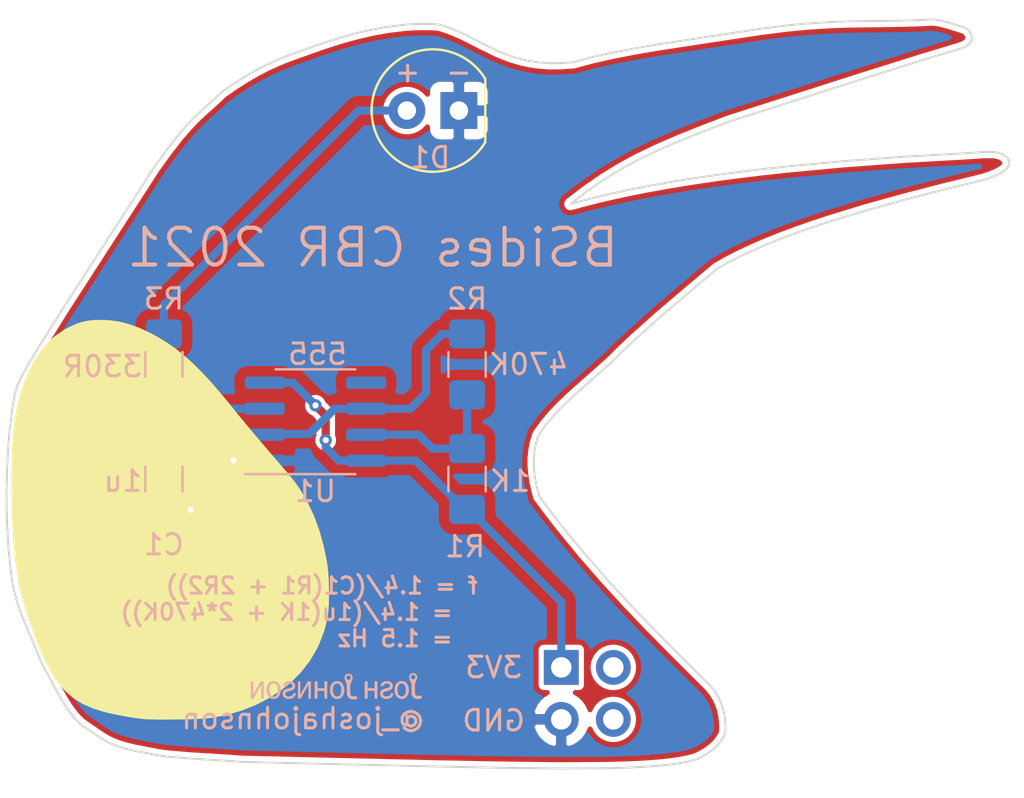
<source format=kicad_pcb>
(kicad_pcb (version 20171130) (host pcbnew 5.1.6-c6e7f7d~87~ubuntu20.04.1)

  (general
    (thickness 1.6)
    (drawings 237)
    (tracks 47)
    (zones 0)
    (modules 12)
    (nets 7)
  )

  (page A4)
  (title_block
    (title "Magpie SAO")
    (date 2021-02-21)
    (rev 0.1)
    (company "Josh Johnson")
  )

  (layers
    (0 F.Cu signal)
    (31 B.Cu signal)
    (32 B.Adhes user)
    (33 F.Adhes user)
    (34 B.Paste user)
    (35 F.Paste user)
    (36 B.SilkS user)
    (37 F.SilkS user)
    (38 B.Mask user)
    (39 F.Mask user)
    (40 Dwgs.User user)
    (41 Cmts.User user)
    (42 Eco1.User user)
    (43 Eco2.User user)
    (44 Edge.Cuts user)
    (45 Margin user)
    (46 B.CrtYd user)
    (47 F.CrtYd user)
    (48 B.Fab user hide)
    (49 F.Fab user hide)
  )

  (setup
    (last_trace_width 0.25)
    (user_trace_width 0.2)
    (user_trace_width 0.3)
    (user_trace_width 0.4)
    (trace_clearance 0.2)
    (zone_clearance 0.254)
    (zone_45_only no)
    (trace_min 0.15)
    (via_size 0.6)
    (via_drill 0.3)
    (via_min_size 0.5)
    (via_min_drill 0.25)
    (user_via 0.6 0.3)
    (uvia_size 0.3)
    (uvia_drill 0.1)
    (uvias_allowed no)
    (uvia_min_size 0.2)
    (uvia_min_drill 0.1)
    (edge_width 0.1)
    (segment_width 0.2)
    (pcb_text_width 0.3)
    (pcb_text_size 1.5 1.5)
    (mod_edge_width 0.15)
    (mod_text_size 1 1)
    (mod_text_width 0.15)
    (pad_size 1.524 1.524)
    (pad_drill 0.762)
    (pad_to_mask_clearance 0)
    (aux_axis_origin 0 0)
    (visible_elements 7FFFFFFF)
    (pcbplotparams
      (layerselection 0x010fc_ffffffff)
      (usegerberextensions false)
      (usegerberattributes false)
      (usegerberadvancedattributes false)
      (creategerberjobfile false)
      (excludeedgelayer true)
      (linewidth 0.100000)
      (plotframeref false)
      (viasonmask false)
      (mode 1)
      (useauxorigin false)
      (hpglpennumber 1)
      (hpglpenspeed 20)
      (hpglpendiameter 15.000000)
      (psnegative false)
      (psa4output false)
      (plotreference true)
      (plotvalue true)
      (plotinvisibletext false)
      (padsonsilk false)
      (subtractmaskfromsilk false)
      (outputformat 1)
      (mirror false)
      (drillshape 1)
      (scaleselection 1)
      (outputdirectory ""))
  )

  (net 0 "")
  (net 1 GND)
  (net 2 "Net-(C1-Pad1)")
  (net 3 "Net-(D1-Pad2)")
  (net 4 +3V3)
  (net 5 "Net-(R1-Pad2)")
  (net 6 "Net-(R3-Pad1)")

  (net_class Default "This is the default net class."
    (clearance 0.2)
    (trace_width 0.25)
    (via_dia 0.6)
    (via_drill 0.3)
    (uvia_dia 0.3)
    (uvia_drill 0.1)
    (add_net +3V3)
    (add_net GND)
    (add_net "Net-(C1-Pad1)")
    (add_net "Net-(D1-Pad2)")
    (add_net "Net-(R1-Pad2)")
    (add_net "Net-(R3-Pad1)")
  )

  (module LED_THT:LED_D5.0mm (layer F.Cu) (tedit 6031A747) (tstamp 5E491F64)
    (at 158.4 78.4 180)
    (descr "LED, diameter 5.0mm, 2 pins, http://cdn-reichelt.de/documents/datenblatt/A500/LL-504BC2E-009.pdf")
    (tags "LED diameter 5.0mm 2 pins")
    (path /5E47B311)
    (fp_text reference D1 (at 1.27 -3.96) (layer F.SilkS) hide
      (effects (font (size 1 1) (thickness 0.15)))
    )
    (fp_text value LED (at 1.27 3.96) (layer F.Fab)
      (effects (font (size 1 1) (thickness 0.15)))
    )
    (fp_line (start 4.5 -3.25) (end -1.95 -3.25) (layer F.CrtYd) (width 0.05))
    (fp_line (start 4.5 3.25) (end 4.5 -3.25) (layer F.CrtYd) (width 0.05))
    (fp_line (start -1.95 3.25) (end 4.5 3.25) (layer F.CrtYd) (width 0.05))
    (fp_line (start -1.95 -3.25) (end -1.95 3.25) (layer F.CrtYd) (width 0.05))
    (fp_line (start -1.29 -1.545) (end -1.29 1.545) (layer F.SilkS) (width 0.12))
    (fp_line (start -1.23 -1.469694) (end -1.23 1.469694) (layer F.Fab) (width 0.1))
    (fp_text user %R (at 1.25 0) (layer F.Fab)
      (effects (font (size 0.8 0.8) (thickness 0.2)))
    )
    (fp_arc (start 1.27 0) (end -1.29 1.54483) (angle -148.9) (layer F.SilkS) (width 0.12))
    (fp_arc (start 1.27 0) (end -1.29 -1.54483) (angle 148.9) (layer F.SilkS) (width 0.12))
    (fp_arc (start 1.27 0) (end -1.23 -1.469694) (angle 299.1) (layer F.Fab) (width 0.1))
    (pad 2 thru_hole circle (at 2.54 0 180) (size 1.8 1.8) (drill 0.9) (layers *.Cu *.Mask)
      (net 3 "Net-(D1-Pad2)"))
    (pad 1 thru_hole rect (at 0 0 180) (size 1.8 1.8) (drill 0.9) (layers *.Cu *.Mask)
      (net 1 GND))
    (model ${KISYS3DMOD}/LED_THT.3dshapes/LED_D5.0mm.wrl
      (offset (xyz 0 0 -2.5))
      (scale (xyz 1 1 1))
      (rotate (xyz 0 0 0))
    )
  )

  (module Connector_PinHeader_2.54mm:PinHeader_2x02_P2.54mm_Vertical (layer F.Cu) (tedit 5E48AF46) (tstamp 5E491C5A)
    (at 163.4 105.6)
    (descr "Through hole straight pin header, 2x02, 2.54mm pitch, double rows")
    (tags "Through hole pin header THT 2x02 2.54mm double row")
    (path /5E47C5AF)
    (fp_text reference J1 (at 1.27 -2.33) (layer F.SilkS) hide
      (effects (font (size 1 1) (thickness 0.15)))
    )
    (fp_text value SAO (at 1.27 4.87) (layer F.Fab)
      (effects (font (size 1 1) (thickness 0.15)))
    )
    (fp_line (start 4.35 -1.8) (end -1.8 -1.8) (layer F.CrtYd) (width 0.05))
    (fp_line (start 4.35 4.35) (end 4.35 -1.8) (layer F.CrtYd) (width 0.05))
    (fp_line (start -1.8 4.35) (end 4.35 4.35) (layer F.CrtYd) (width 0.05))
    (fp_line (start -1.8 -1.8) (end -1.8 4.35) (layer F.CrtYd) (width 0.05))
    (fp_line (start -1.27 0) (end 0 -1.27) (layer F.Fab) (width 0.1))
    (fp_line (start -1.27 3.81) (end -1.27 0) (layer F.Fab) (width 0.1))
    (fp_line (start 3.81 3.81) (end -1.27 3.81) (layer F.Fab) (width 0.1))
    (fp_line (start 3.81 -1.27) (end 3.81 3.81) (layer F.Fab) (width 0.1))
    (fp_line (start 0 -1.27) (end 3.81 -1.27) (layer F.Fab) (width 0.1))
    (fp_text user %R (at 1.27 1.27 90) (layer F.Fab)
      (effects (font (size 1 1) (thickness 0.15)))
    )
    (pad 4 thru_hole oval (at 2.54 2.54) (size 1.7 1.7) (drill 1) (layers *.Cu *.Mask))
    (pad 3 thru_hole oval (at 0 2.54) (size 1.7 1.7) (drill 1) (layers *.Cu *.Mask)
      (net 1 GND))
    (pad 2 thru_hole oval (at 2.54 0) (size 1.7 1.7) (drill 1) (layers *.Cu *.Mask))
    (pad 1 thru_hole rect (at 0 0) (size 1.7 1.7) (drill 1) (layers *.Cu *.Mask)
      (net 4 +3V3))
    (model ${KISYS3DMOD}/Connector_PinHeader_2.54mm.3dshapes/PinHeader_2x02_P2.54mm_Vertical.wrl
      (offset (xyz 2.5 0 -1.5))
      (scale (xyz 1 1 1))
      (rotate (xyz 0 -180 0))
    )
  )

  (module drawing:F.SilkS_g33 (layer F.Cu) (tedit 0) (tstamp 5E490819)
    (at 161.1 92.5)
    (fp_text reference G*** (at 0 0) (layer F.SilkS) hide
      (effects (font (size 1.524 1.524) (thickness 0.3)))
    )
    (fp_text value LOGO (at 0.75 0) (layer F.SilkS) hide
      (effects (font (size 1.524 1.524) (thickness 0.3)))
    )
    (fp_poly (pts (xy -19.693039 -3.847537) (xy -19.230804 -3.777076) (xy -18.767473 -3.654119) (xy -18.285391 -3.474042)
      (xy -17.801166 -3.249464) (xy -17.364894 -3.015689) (xy -16.944586 -2.757543) (xy -16.533622 -2.469003)
      (xy -16.125384 -2.144048) (xy -15.71325 -1.776656) (xy -15.290601 -1.360806) (xy -14.850818 -0.890477)
      (xy -14.387279 -0.359645) (xy -13.893365 0.237709) (xy -13.693603 0.486834) (xy -13.496453 0.731567)
      (xy -13.256621 1.024437) (xy -12.987134 1.349822) (xy -12.701019 1.692104) (xy -12.411303 2.035661)
      (xy -12.131014 2.364872) (xy -12.002654 2.514368) (xy -11.706722 2.857939) (xy -11.460177 3.144464)
      (xy -11.257208 3.381096) (xy -11.092002 3.574987) (xy -10.958748 3.733293) (xy -10.851635 3.863165)
      (xy -10.764852 3.971757) (xy -10.692586 4.066223) (xy -10.629027 4.153715) (xy -10.568363 4.241388)
      (xy -10.504783 4.336394) (xy -10.432475 4.445887) (xy -10.428173 4.452405) (xy -10.089802 5.027927)
      (xy -9.789237 5.667672) (xy -9.531379 6.357852) (xy -9.321125 7.08468) (xy -9.163377 7.834368)
      (xy -9.114455 8.149167) (xy -9.079103 8.472201) (xy -9.055089 8.838148) (xy -9.042373 9.227183)
      (xy -9.040916 9.619479) (xy -9.050677 9.99521) (xy -9.071618 10.334548) (xy -9.103699 10.617669)
      (xy -9.119563 10.710334) (xy -9.272721 11.31163) (xy -9.499349 11.907791) (xy -9.662943 12.250219)
      (xy -9.993409 12.804205) (xy -10.395499 13.320048) (xy -10.863502 13.794058) (xy -11.391702 14.222546)
      (xy -11.974386 14.601821) (xy -12.605839 14.928195) (xy -13.280348 15.197976) (xy -13.992199 15.407476)
      (xy -14.735678 15.553004) (xy -14.789756 15.560841) (xy -14.988174 15.582152) (xy -15.255497 15.600952)
      (xy -15.575992 15.616951) (xy -15.933926 15.629858) (xy -16.313566 15.639384) (xy -16.69918 15.645237)
      (xy -17.075035 15.647129) (xy -17.425397 15.644767) (xy -17.734534 15.637862) (xy -17.986714 15.626124)
      (xy -18.055166 15.621106) (xy -18.344887 15.589358) (xy -18.690385 15.539013) (xy -19.066016 15.474694)
      (xy -19.446136 15.401022) (xy -19.805103 15.322618) (xy -20.056888 15.260366) (xy -20.603163 15.087331)
      (xy -21.083311 14.871081) (xy -21.507994 14.604066) (xy -21.887873 14.278737) (xy -22.233611 13.887545)
      (xy -22.476511 13.547012) (xy -22.629263 13.303076) (xy -22.772342 13.048628) (xy -22.913013 12.768652)
      (xy -23.058547 12.448134) (xy -23.216211 12.072057) (xy -23.337308 11.768667) (xy -23.565509 11.164)
      (xy -23.764527 10.581628) (xy -23.936174 10.010833) (xy -24.082262 9.440899) (xy -24.204604 8.86111)
      (xy -24.305013 8.260748) (xy -24.385301 7.629099) (xy -24.44728 6.955445) (xy -24.492762 6.22907)
      (xy -24.523561 5.439257) (xy -24.540371 4.65519) (xy -24.546568 3.886627) (xy -24.540956 3.193194)
      (xy -24.522628 2.566059) (xy -24.490679 1.996391) (xy -24.444202 1.475358) (xy -24.382291 0.994129)
      (xy -24.30404 0.543872) (xy -24.208543 0.115755) (xy -24.094893 -0.299053) (xy -24.001906 -0.592666)
      (xy -23.758407 -1.234762) (xy -23.480588 -1.801743) (xy -23.165768 -2.297028) (xy -22.811269 -2.724033)
      (xy -22.414411 -3.086176) (xy -21.972514 -3.386875) (xy -21.695833 -3.53384) (xy -21.387097 -3.671797)
      (xy -21.108235 -3.768161) (xy -20.830958 -3.829175) (xy -20.526979 -3.861081) (xy -20.171833 -3.870123)
      (xy -19.693039 -3.847537)) (layer F.SilkS) (width 0.01))
  )

  (module drawing:F.Mask_g37 (layer F.Cu) (tedit 0) (tstamp 5E49038C)
    (at 160.9 92.5)
    (fp_text reference G*** (at 0 0) (layer F.SilkS) hide
      (effects (font (size 1.524 1.524) (thickness 0.3)))
    )
    (fp_text value LOGO (at 0.75 0) (layer F.SilkS) hide
      (effects (font (size 1.524 1.524) (thickness 0.3)))
    )
    (fp_poly (pts (xy 20.414325 -18.708296) (xy 20.599599 -18.705507) (xy 20.74975 -18.699664) (xy 20.874682 -18.690467)
      (xy 20.984302 -18.677612) (xy 21.088516 -18.660797) (xy 21.197229 -18.639719) (xy 21.242964 -18.630283)
      (xy 21.500398 -18.569756) (xy 21.765811 -18.495375) (xy 22.019001 -18.41387) (xy 22.239762 -18.33197)
      (xy 22.407892 -18.256406) (xy 22.46644 -18.222753) (xy 22.610722 -18.081394) (xy 22.700415 -17.895811)
      (xy 22.735593 -17.686439) (xy 22.716329 -17.473712) (xy 22.642696 -17.278063) (xy 22.514769 -17.119927)
      (xy 22.462343 -17.080562) (xy 22.436664 -17.065413) (xy 22.400427 -17.047781) (xy 22.348714 -17.026065)
      (xy 22.276607 -16.998666) (xy 22.179189 -16.963985) (xy 22.051543 -16.92042) (xy 21.88875 -16.866373)
      (xy 21.685895 -16.800243) (xy 21.438058 -16.720431) (xy 21.140324 -16.625338) (xy 20.787773 -16.513362)
      (xy 20.375489 -16.382905) (xy 19.898555 -16.232366) (xy 19.352053 -16.060146) (xy 18.731065 -15.864645)
      (xy 18.542 -15.805146) (xy 17.398336 -15.444456) (xy 16.332124 -15.106402) (xy 15.339629 -14.789608)
      (xy 14.417112 -14.492701) (xy 13.560835 -14.214306) (xy 12.767061 -13.953049) (xy 12.032052 -13.707554)
      (xy 11.352071 -13.476447) (xy 10.72338 -13.258354) (xy 10.142242 -13.0519) (xy 9.604918 -12.85571)
      (xy 9.107672 -12.668411) (xy 8.646766 -12.488627) (xy 8.218462 -12.314984) (xy 7.819022 -12.146108)
      (xy 7.44471 -11.980623) (xy 7.091786 -11.817156) (xy 6.756515 -11.654331) (xy 6.435157 -11.490775)
      (xy 6.123977 -11.325112) (xy 5.819235 -11.155968) (xy 5.672667 -11.072286) (xy 5.475436 -10.956387)
      (xy 5.257523 -10.824452) (xy 5.029995 -10.683621) (xy 4.803924 -10.541035) (xy 4.590378 -10.403835)
      (xy 4.400427 -10.27916) (xy 4.245141 -10.174151) (xy 4.13559 -10.095948) (xy 4.082843 -10.051693)
      (xy 4.080162 -10.04506) (xy 4.123456 -10.050215) (xy 4.235234 -10.072637) (xy 4.401774 -10.109324)
      (xy 4.609357 -10.157276) (xy 4.787632 -10.199772) (xy 5.656026 -10.39673) (xy 6.603761 -10.587961)
      (xy 7.625667 -10.772867) (xy 8.716575 -10.950848) (xy 9.871315 -11.121305) (xy 11.084716 -11.283639)
      (xy 12.35161 -11.43725) (xy 13.666825 -11.581539) (xy 15.025193 -11.715907) (xy 16.421542 -11.839754)
      (xy 17.850704 -11.952483) (xy 19.307508 -12.053492) (xy 20.786785 -12.142184) (xy 22.144169 -12.211499)
      (xy 22.581638 -12.23072) (xy 22.944152 -12.24327) (xy 23.241197 -12.248665) (xy 23.482257 -12.246417)
      (xy 23.67682 -12.236038) (xy 23.834371 -12.217044) (xy 23.964394 -12.188946) (xy 24.076376 -12.151258)
      (xy 24.172121 -12.107442) (xy 24.334803 -11.996829) (xy 24.473732 -11.852689) (xy 24.564817 -11.701696)
      (xy 24.580064 -11.655735) (xy 24.58234 -11.48287) (xy 24.514136 -11.296626) (xy 24.383352 -11.115645)
      (xy 24.32775 -11.060202) (xy 24.25509 -10.998682) (xy 24.170817 -10.939726) (xy 24.068979 -10.881386)
      (xy 23.943626 -10.821713) (xy 23.788807 -10.758758) (xy 23.598571 -10.690574) (xy 23.366967 -10.615211)
      (xy 23.088044 -10.53072) (xy 22.755852 -10.435154) (xy 22.364438 -10.326563) (xy 21.907854 -10.203)
      (xy 21.380146 -10.062515) (xy 20.870334 -9.928107) (xy 19.980657 -9.69265) (xy 19.165958 -9.473466)
      (xy 18.418595 -9.268319) (xy 17.730926 -9.074973) (xy 17.09531 -8.891192) (xy 16.504106 -8.714742)
      (xy 15.949672 -8.543386) (xy 15.424366 -8.374888) (xy 14.920547 -8.207013) (xy 14.541652 -8.076492)
      (xy 14.233146 -7.96746) (xy 13.942257 -7.861659) (xy 13.656509 -7.754093) (xy 13.363424 -7.639765)
      (xy 13.050527 -7.513677) (xy 12.705342 -7.370832) (xy 12.315392 -7.206233) (xy 11.868201 -7.014883)
      (xy 11.567036 -6.885074) (xy 11.29238 -6.767671) (xy 11.047397 -6.666547) (xy 10.819959 -6.57799)
      (xy 10.597938 -6.49829) (xy 10.369205 -6.423734) (xy 10.121633 -6.350611) (xy 9.843091 -6.275209)
      (xy 9.521451 -6.193816) (xy 9.144586 -6.10272) (xy 8.700367 -5.99821) (xy 8.56943 -5.967705)
      (xy 7.744772 -5.773993) (xy 6.996328 -5.593871) (xy 6.317148 -5.425079) (xy 5.700275 -5.265352)
      (xy 5.138758 -5.112431) (xy 4.625643 -4.964053) (xy 4.153976 -4.817955) (xy 3.716803 -4.671877)
      (xy 3.307171 -4.523556) (xy 2.918127 -4.37073) (xy 2.542717 -4.211137) (xy 2.173987 -4.042516)
      (xy 1.804983 -3.862604) (xy 1.428753 -3.66914) (xy 1.309968 -3.606273) (xy 0.98182 -3.433229)
      (xy 0.717134 -3.298911) (xy 0.505724 -3.20028) (xy 0.337407 -3.134293) (xy 0.201998 -3.097908)
      (xy 0.089312 -3.088085) (xy -0.010836 -3.101781) (xy -0.10863 -3.135954) (xy -0.169333 -3.164482)
      (xy -0.294967 -3.262356) (xy -0.423558 -3.422622) (xy -0.541673 -3.62461) (xy -0.63588 -3.847647)
      (xy -0.657548 -3.915833) (xy -0.685131 -4.023071) (xy -0.725424 -4.1966) (xy -0.774728 -4.419647)
      (xy -0.829341 -4.675443) (xy -0.885564 -4.947216) (xy -0.891039 -4.974166) (xy -0.959381 -5.302332)
      (xy -1.040787 -5.679295) (xy -1.127873 -6.071693) (xy -1.213258 -6.446164) (xy -1.273469 -6.702426)
      (xy -1.381056 -7.162003) (xy -1.467166 -7.553923) (xy -1.5339 -7.891849) (xy -1.583354 -8.189442)
      (xy -1.617627 -8.460364) (xy -1.638818 -8.718277) (xy -1.649025 -8.976843) (xy -1.650764 -9.15879)
      (xy -1.647634 -9.389971) (xy -1.639225 -9.603778) (xy -1.626732 -9.779465) (xy -1.611349 -9.896284)
      (xy -1.607309 -9.913439) (xy -1.525097 -10.107418) (xy -1.375072 -10.345199) (xy -1.159712 -10.623383)
      (xy -0.881493 -10.938573) (xy -0.785544 -11.040464) (xy -0.387876 -11.469863) (xy -0.055983 -11.857404)
      (xy 0.213949 -12.209455) (xy 0.425733 -12.532389) (xy 0.583182 -12.832573) (xy 0.69011 -13.116379)
      (xy 0.750329 -13.390176) (xy 0.767749 -13.635277) (xy 0.754948 -13.883491) (xy 0.70766 -14.090363)
      (xy 0.614999 -14.288919) (xy 0.489272 -14.480231) (xy 0.323035 -14.734196) (xy 0.219357 -14.949272)
      (xy 0.173005 -15.137298) (xy 0.169334 -15.204167) (xy 0.1758 -15.305109) (xy 0.204361 -15.38675)
      (xy 0.268755 -15.473447) (xy 0.382722 -15.589556) (xy 0.391584 -15.598131) (xy 0.632102 -15.791241)
      (xy 0.942781 -15.977733) (xy 1.309121 -16.149873) (xy 1.693334 -16.292364) (xy 1.983256 -16.380289)
      (xy 2.347085 -16.47916) (xy 2.775071 -16.586871) (xy 3.257465 -16.701318) (xy 3.784519 -16.820393)
      (xy 4.346483 -16.941991) (xy 4.93361 -17.064006) (xy 5.53615 -17.184332) (xy 6.144354 -17.300865)
      (xy 6.748474 -17.411497) (xy 7.338762 -17.514123) (xy 7.387167 -17.522272) (xy 7.698845 -17.574059)
      (xy 8.063672 -17.633763) (xy 8.469695 -17.699497) (xy 8.904961 -17.769379) (xy 9.357517 -17.841523)
      (xy 9.815412 -17.914045) (xy 10.266692 -17.985061) (xy 10.699405 -18.052687) (xy 11.101598 -18.115038)
      (xy 11.461319 -18.170229) (xy 11.766616 -18.216377) (xy 12.005536 -18.251597) (xy 12.086167 -18.263092)
      (xy 12.869796 -18.36175) (xy 13.726363 -18.447933) (xy 14.657695 -18.521753) (xy 15.665618 -18.583321)
      (xy 16.751961 -18.632751) (xy 17.91855 -18.670153) (xy 19.123875 -18.694975) (xy 19.548702 -18.701372)
      (xy 19.898782 -18.705927) (xy 20.184021 -18.708335) (xy 20.414325 -18.708296)) (layer F.Mask) (width 0.01))
  )

  (module Package_SO:SOIC-8_3.9x4.9mm_P1.27mm (layer B.Cu) (tedit 5D9F72B1) (tstamp 5E491D9D)
    (at 151.4 93.6)
    (descr "SOIC, 8 Pin (JEDEC MS-012AA, https://www.analog.com/media/en/package-pcb-resources/package/pkg_pdf/soic_narrow-r/r_8.pdf), generated with kicad-footprint-generator ipc_gullwing_generator.py")
    (tags "SOIC SO")
    (path /5E4A7D11)
    (attr smd)
    (fp_text reference U1 (at 0 3.4) (layer B.SilkS)
      (effects (font (size 1 1) (thickness 0.15)) (justify mirror))
    )
    (fp_text value 555 (at 0 -3.4) (layer B.Fab)
      (effects (font (size 1 1) (thickness 0.15)) (justify mirror))
    )
    (fp_line (start 3.7 2.7) (end -3.7 2.7) (layer B.CrtYd) (width 0.05))
    (fp_line (start 3.7 -2.7) (end 3.7 2.7) (layer B.CrtYd) (width 0.05))
    (fp_line (start -3.7 -2.7) (end 3.7 -2.7) (layer B.CrtYd) (width 0.05))
    (fp_line (start -3.7 2.7) (end -3.7 -2.7) (layer B.CrtYd) (width 0.05))
    (fp_line (start -1.95 1.475) (end -0.975 2.45) (layer B.Fab) (width 0.1))
    (fp_line (start -1.95 -2.45) (end -1.95 1.475) (layer B.Fab) (width 0.1))
    (fp_line (start 1.95 -2.45) (end -1.95 -2.45) (layer B.Fab) (width 0.1))
    (fp_line (start 1.95 2.45) (end 1.95 -2.45) (layer B.Fab) (width 0.1))
    (fp_line (start -0.975 2.45) (end 1.95 2.45) (layer B.Fab) (width 0.1))
    (fp_line (start 0 2.56) (end -3.45 2.56) (layer B.SilkS) (width 0.12))
    (fp_line (start 0 2.56) (end 1.95 2.56) (layer B.SilkS) (width 0.12))
    (fp_line (start 0 -2.56) (end -1.95 -2.56) (layer B.SilkS) (width 0.12))
    (fp_line (start 0 -2.56) (end 1.95 -2.56) (layer B.SilkS) (width 0.12))
    (fp_text user %R (at 0 0) (layer B.Fab)
      (effects (font (size 0.98 0.98) (thickness 0.15)) (justify mirror))
    )
    (pad 8 smd roundrect (at 2.475 1.905) (size 1.95 0.6) (layers B.Cu B.Paste B.Mask) (roundrect_rratio 0.25)
      (net 4 +3V3))
    (pad 7 smd roundrect (at 2.475 0.635) (size 1.95 0.6) (layers B.Cu B.Paste B.Mask) (roundrect_rratio 0.25)
      (net 5 "Net-(R1-Pad2)"))
    (pad 6 smd roundrect (at 2.475 -0.635) (size 1.95 0.6) (layers B.Cu B.Paste B.Mask) (roundrect_rratio 0.25)
      (net 2 "Net-(C1-Pad1)"))
    (pad 5 smd roundrect (at 2.475 -1.905) (size 1.95 0.6) (layers B.Cu B.Paste B.Mask) (roundrect_rratio 0.25))
    (pad 4 smd roundrect (at -2.475 -1.905) (size 1.95 0.6) (layers B.Cu B.Paste B.Mask) (roundrect_rratio 0.25)
      (net 4 +3V3))
    (pad 3 smd roundrect (at -2.475 -0.635) (size 1.95 0.6) (layers B.Cu B.Paste B.Mask) (roundrect_rratio 0.25)
      (net 6 "Net-(R3-Pad1)"))
    (pad 2 smd roundrect (at -2.475 0.635) (size 1.95 0.6) (layers B.Cu B.Paste B.Mask) (roundrect_rratio 0.25)
      (net 2 "Net-(C1-Pad1)"))
    (pad 1 smd roundrect (at -2.475 1.905) (size 1.95 0.6) (layers B.Cu B.Paste B.Mask) (roundrect_rratio 0.25)
      (net 1 GND))
    (model ${KISYS3DMOD}/Package_SO.3dshapes/SOIC-8_3.9x4.9mm_P1.27mm.wrl
      (at (xyz 0 0 0))
      (scale (xyz 1 1 1))
      (rotate (xyz 0 0 0))
    )
  )

  (module Resistor_SMD:R_1206_3216Metric_Pad1.42x1.75mm_HandSolder (layer B.Cu) (tedit 5B301BBD) (tstamp 5E491CB9)
    (at 144 90.8 90)
    (descr "Resistor SMD 1206 (3216 Metric), square (rectangular) end terminal, IPC_7351 nominal with elongated pad for handsoldering. (Body size source: http://www.tortai-tech.com/upload/download/2011102023233369053.pdf), generated with kicad-footprint-generator")
    (tags "resistor handsolder")
    (path /5E47AE58)
    (attr smd)
    (fp_text reference R3 (at 3.2 0 180) (layer B.SilkS)
      (effects (font (size 1 1) (thickness 0.15)) (justify mirror))
    )
    (fp_text value 470R (at 0 -1.82 90) (layer B.Fab)
      (effects (font (size 1 1) (thickness 0.15)) (justify mirror))
    )
    (fp_line (start 2.45 -1.12) (end -2.45 -1.12) (layer B.CrtYd) (width 0.05))
    (fp_line (start 2.45 1.12) (end 2.45 -1.12) (layer B.CrtYd) (width 0.05))
    (fp_line (start -2.45 1.12) (end 2.45 1.12) (layer B.CrtYd) (width 0.05))
    (fp_line (start -2.45 -1.12) (end -2.45 1.12) (layer B.CrtYd) (width 0.05))
    (fp_line (start -0.602064 -0.91) (end 0.602064 -0.91) (layer B.SilkS) (width 0.12))
    (fp_line (start -0.602064 0.91) (end 0.602064 0.91) (layer B.SilkS) (width 0.12))
    (fp_line (start 1.6 -0.8) (end -1.6 -0.8) (layer B.Fab) (width 0.1))
    (fp_line (start 1.6 0.8) (end 1.6 -0.8) (layer B.Fab) (width 0.1))
    (fp_line (start -1.6 0.8) (end 1.6 0.8) (layer B.Fab) (width 0.1))
    (fp_line (start -1.6 -0.8) (end -1.6 0.8) (layer B.Fab) (width 0.1))
    (fp_text user %R (at 0 0 90) (layer B.Fab)
      (effects (font (size 0.8 0.8) (thickness 0.12)) (justify mirror))
    )
    (pad 2 smd roundrect (at 1.4875 0 90) (size 1.425 1.75) (layers B.Cu B.Paste B.Mask) (roundrect_rratio 0.175439)
      (net 3 "Net-(D1-Pad2)"))
    (pad 1 smd roundrect (at -1.4875 0 90) (size 1.425 1.75) (layers B.Cu B.Paste B.Mask) (roundrect_rratio 0.175439)
      (net 6 "Net-(R3-Pad1)"))
    (model ${KISYS3DMOD}/Resistor_SMD.3dshapes/R_1206_3216Metric.wrl
      (at (xyz 0 0 0))
      (scale (xyz 1 1 1))
      (rotate (xyz 0 0 0))
    )
  )

  (module Resistor_SMD:R_1206_3216Metric_Pad1.42x1.75mm_HandSolder (layer B.Cu) (tedit 5B301BBD) (tstamp 5E491DF7)
    (at 158.8 90.8 90)
    (descr "Resistor SMD 1206 (3216 Metric), square (rectangular) end terminal, IPC_7351 nominal with elongated pad for handsoldering. (Body size source: http://www.tortai-tech.com/upload/download/2011102023233369053.pdf), generated with kicad-footprint-generator")
    (tags "resistor handsolder")
    (path /5E47A756)
    (attr smd)
    (fp_text reference R2 (at 3.2 0 180) (layer B.SilkS)
      (effects (font (size 1 1) (thickness 0.15)) (justify mirror))
    )
    (fp_text value 470K (at 0 -1.82 90) (layer B.Fab)
      (effects (font (size 1 1) (thickness 0.15)) (justify mirror))
    )
    (fp_line (start 2.45 -1.12) (end -2.45 -1.12) (layer B.CrtYd) (width 0.05))
    (fp_line (start 2.45 1.12) (end 2.45 -1.12) (layer B.CrtYd) (width 0.05))
    (fp_line (start -2.45 1.12) (end 2.45 1.12) (layer B.CrtYd) (width 0.05))
    (fp_line (start -2.45 -1.12) (end -2.45 1.12) (layer B.CrtYd) (width 0.05))
    (fp_line (start -0.602064 -0.91) (end 0.602064 -0.91) (layer B.SilkS) (width 0.12))
    (fp_line (start -0.602064 0.91) (end 0.602064 0.91) (layer B.SilkS) (width 0.12))
    (fp_line (start 1.6 -0.8) (end -1.6 -0.8) (layer B.Fab) (width 0.1))
    (fp_line (start 1.6 0.8) (end 1.6 -0.8) (layer B.Fab) (width 0.1))
    (fp_line (start -1.6 0.8) (end 1.6 0.8) (layer B.Fab) (width 0.1))
    (fp_line (start -1.6 -0.8) (end -1.6 0.8) (layer B.Fab) (width 0.1))
    (fp_text user %R (at 0 0 90) (layer B.Fab)
      (effects (font (size 0.8 0.8) (thickness 0.12)) (justify mirror))
    )
    (pad 2 smd roundrect (at 1.4875 0 90) (size 1.425 1.75) (layers B.Cu B.Paste B.Mask) (roundrect_rratio 0.175439)
      (net 2 "Net-(C1-Pad1)"))
    (pad 1 smd roundrect (at -1.4875 0 90) (size 1.425 1.75) (layers B.Cu B.Paste B.Mask) (roundrect_rratio 0.175439)
      (net 5 "Net-(R1-Pad2)"))
    (model ${KISYS3DMOD}/Resistor_SMD.3dshapes/R_1206_3216Metric.wrl
      (at (xyz 0 0 0))
      (scale (xyz 1 1 1))
      (rotate (xyz 0 0 0))
    )
  )

  (module Resistor_SMD:R_1206_3216Metric_Pad1.42x1.75mm_HandSolder (layer B.Cu) (tedit 5B301BBD) (tstamp 5E491F32)
    (at 158.8 96.4 90)
    (descr "Resistor SMD 1206 (3216 Metric), square (rectangular) end terminal, IPC_7351 nominal with elongated pad for handsoldering. (Body size source: http://www.tortai-tech.com/upload/download/2011102023233369053.pdf), generated with kicad-footprint-generator")
    (tags "resistor handsolder")
    (path /5E47A5ED)
    (attr smd)
    (fp_text reference R1 (at -3.3 -0.1 180) (layer B.SilkS)
      (effects (font (size 1 1) (thickness 0.15)) (justify mirror))
    )
    (fp_text value 1K (at 0 -1.82 90) (layer B.Fab)
      (effects (font (size 1 1) (thickness 0.15)) (justify mirror))
    )
    (fp_line (start 2.45 -1.12) (end -2.45 -1.12) (layer B.CrtYd) (width 0.05))
    (fp_line (start 2.45 1.12) (end 2.45 -1.12) (layer B.CrtYd) (width 0.05))
    (fp_line (start -2.45 1.12) (end 2.45 1.12) (layer B.CrtYd) (width 0.05))
    (fp_line (start -2.45 -1.12) (end -2.45 1.12) (layer B.CrtYd) (width 0.05))
    (fp_line (start -0.602064 -0.91) (end 0.602064 -0.91) (layer B.SilkS) (width 0.12))
    (fp_line (start -0.602064 0.91) (end 0.602064 0.91) (layer B.SilkS) (width 0.12))
    (fp_line (start 1.6 -0.8) (end -1.6 -0.8) (layer B.Fab) (width 0.1))
    (fp_line (start 1.6 0.8) (end 1.6 -0.8) (layer B.Fab) (width 0.1))
    (fp_line (start -1.6 0.8) (end 1.6 0.8) (layer B.Fab) (width 0.1))
    (fp_line (start -1.6 -0.8) (end -1.6 0.8) (layer B.Fab) (width 0.1))
    (fp_text user %R (at 0 0 90) (layer B.Fab)
      (effects (font (size 0.8 0.8) (thickness 0.12)) (justify mirror))
    )
    (pad 2 smd roundrect (at 1.4875 0 90) (size 1.425 1.75) (layers B.Cu B.Paste B.Mask) (roundrect_rratio 0.175439)
      (net 5 "Net-(R1-Pad2)"))
    (pad 1 smd roundrect (at -1.4875 0 90) (size 1.425 1.75) (layers B.Cu B.Paste B.Mask) (roundrect_rratio 0.175439)
      (net 4 +3V3))
    (model ${KISYS3DMOD}/Resistor_SMD.3dshapes/R_1206_3216Metric.wrl
      (at (xyz 0 0 0))
      (scale (xyz 1 1 1))
      (rotate (xyz 0 0 0))
    )
  )

  (module Capacitor_SMD:C_1206_3216Metric_Pad1.42x1.75mm_HandSolder (layer B.Cu) (tedit 5B301BBE) (tstamp 5E491FD4)
    (at 144 96.4 270)
    (descr "Capacitor SMD 1206 (3216 Metric), square (rectangular) end terminal, IPC_7351 nominal with elongated pad for handsoldering. (Body size source: http://www.tortai-tech.com/upload/download/2011102023233369053.pdf), generated with kicad-footprint-generator")
    (tags "capacitor handsolder")
    (path /5E47AB86)
    (attr smd)
    (fp_text reference C1 (at 3.2 0 180) (layer B.SilkS)
      (effects (font (size 1 1) (thickness 0.15)) (justify mirror))
    )
    (fp_text value 1u (at 0 -1.82 90) (layer B.Fab)
      (effects (font (size 1 1) (thickness 0.15)) (justify mirror))
    )
    (fp_line (start 2.45 -1.12) (end -2.45 -1.12) (layer B.CrtYd) (width 0.05))
    (fp_line (start 2.45 1.12) (end 2.45 -1.12) (layer B.CrtYd) (width 0.05))
    (fp_line (start -2.45 1.12) (end 2.45 1.12) (layer B.CrtYd) (width 0.05))
    (fp_line (start -2.45 -1.12) (end -2.45 1.12) (layer B.CrtYd) (width 0.05))
    (fp_line (start -0.602064 -0.91) (end 0.602064 -0.91) (layer B.SilkS) (width 0.12))
    (fp_line (start -0.602064 0.91) (end 0.602064 0.91) (layer B.SilkS) (width 0.12))
    (fp_line (start 1.6 -0.8) (end -1.6 -0.8) (layer B.Fab) (width 0.1))
    (fp_line (start 1.6 0.8) (end 1.6 -0.8) (layer B.Fab) (width 0.1))
    (fp_line (start -1.6 0.8) (end 1.6 0.8) (layer B.Fab) (width 0.1))
    (fp_line (start -1.6 -0.8) (end -1.6 0.8) (layer B.Fab) (width 0.1))
    (fp_text user %R (at 0 0 90) (layer B.Fab)
      (effects (font (size 0.8 0.8) (thickness 0.12)) (justify mirror))
    )
    (pad 2 smd roundrect (at 1.4875 0 270) (size 1.425 1.75) (layers B.Cu B.Paste B.Mask) (roundrect_rratio 0.175439)
      (net 1 GND))
    (pad 1 smd roundrect (at -1.4875 0 270) (size 1.425 1.75) (layers B.Cu B.Paste B.Mask) (roundrect_rratio 0.175439)
      (net 2 "Net-(C1-Pad1)"))
    (model ${KISYS3DMOD}/Capacitor_SMD.3dshapes/C_1206_3216Metric.wrl
      (at (xyz 0 0 0))
      (scale (xyz 1 1 1))
      (rotate (xyz 0 0 0))
    )
  )

  (module josh-logos:josh-johnson-logo-8_6x1_5 (layer B.Cu) (tedit 0) (tstamp 5E4921A2)
    (at 152.4 106.5 180)
    (path /5E2057DD)
    (fp_text reference LOGO4 (at -0.1 2.4) (layer B.Fab) hide
      (effects (font (size 1.524 1.524) (thickness 0.3)) (justify mirror))
    )
    (fp_text value Josh-Logo (at 0 -2.4) (layer B.Fab) hide
      (effects (font (size 1.524 1.524) (thickness 0.3)) (justify mirror))
    )
    (fp_poly (pts (xy -0.565488 0.587697) (xy -0.520797 0.5706) (xy -0.482598 0.542751) (xy -0.45161 0.504601)
      (xy -0.439927 0.48362) (xy -0.43003 0.460949) (xy -0.42471 0.440308) (xy -0.422763 0.415867)
      (xy -0.422681 0.40005) (xy -0.423095 0.384081) (xy -0.424426 0.369333) (xy -0.427242 0.353869)
      (xy -0.432112 0.335756) (xy -0.439606 0.313059) (xy -0.450293 0.283843) (xy -0.464742 0.246173)
      (xy -0.477796 0.212725) (xy -0.532505 0.073025) (xy -0.535131 -0.174625) (xy -0.535873 -0.238909)
      (xy -0.536649 -0.291825) (xy -0.537525 -0.334702) (xy -0.538566 -0.368873) (xy -0.539836 -0.395669)
      (xy -0.541403 -0.416419) (xy -0.543329 -0.432456) (xy -0.545682 -0.44511) (xy -0.548526 -0.455713)
      (xy -0.548995 -0.457194) (xy -0.559367 -0.48257) (xy -0.574816 -0.512333) (xy -0.592945 -0.542512)
      (xy -0.611355 -0.569136) (xy -0.62765 -0.588233) (xy -0.628735 -0.589266) (xy -0.646645 -0.602602)
      (xy -0.672374 -0.617744) (xy -0.701671 -0.632557) (xy -0.730281 -0.644908) (xy -0.753952 -0.652662)
      (xy -0.756 -0.653128) (xy -0.783615 -0.657545) (xy -0.818057 -0.660964) (xy -0.854128 -0.663056)
      (xy -0.88663 -0.66349) (xy -0.904875 -0.662593) (xy -0.924225 -0.659993) (xy -0.950215 -0.655522)
      (xy -0.976313 -0.650336) (xy -1.02235 -0.640483) (xy -1.02235 -0.503289) (xy -0.992188 -0.509298)
      (xy -0.973546 -0.511813) (xy -0.946137 -0.514024) (xy -0.913894 -0.515666) (xy -0.885825 -0.516416)
      (xy -0.839103 -0.51576) (xy -0.802598 -0.511853) (xy -0.774106 -0.504079) (xy -0.751421 -0.491823)
      (xy -0.732338 -0.47447) (xy -0.731312 -0.473313) (xy -0.723366 -0.462959) (xy -0.71679 -0.450831)
      (xy -0.711459 -0.435702) (xy -0.707249 -0.416342) (xy -0.704033 -0.391523) (xy -0.701686 -0.360016)
      (xy -0.700085 -0.320593) (xy -0.699104 -0.272026) (xy -0.698618 -0.213085) (xy -0.6985 -0.150775)
      (xy -0.6985 0.068885) (xy -0.754063 0.210655) (xy -0.771593 0.255552) (xy -0.784987 0.29057)
      (xy -0.794796 0.317633) (xy -0.801576 0.338664) (xy -0.805879 0.355587) (xy -0.808258 0.370326)
      (xy -0.809267 0.384804) (xy -0.809394 0.395497) (xy -0.727746 0.395497) (xy -0.721686 0.363888)
      (xy -0.70756 0.335547) (xy -0.686697 0.312194) (xy -0.660427 0.295547) (xy -0.63008 0.287325)
      (xy -0.596986 0.289249) (xy -0.580799 0.294171) (xy -0.547826 0.31307) (xy -0.523702 0.339609)
      (xy -0.509302 0.371599) (xy -0.505499 0.406852) (xy -0.513167 0.44318) (xy -0.517373 0.453005)
      (xy -0.536757 0.480211) (xy -0.563164 0.49901) (xy -0.593995 0.509285) (xy -0.626653 0.51092)
      (xy -0.65854 0.503798) (xy -0.687059 0.487804) (xy -0.709613 0.46282) (xy -0.710347 0.461643)
      (xy -0.72441 0.428655) (xy -0.727746 0.395497) (xy -0.809394 0.395497) (xy -0.809459 0.400945)
      (xy -0.809453 0.403225) (xy -0.808441 0.433334) (xy -0.80508 0.455397) (xy -0.798517 0.473981)
      (xy -0.794891 0.481299) (xy -0.765657 0.524308) (xy -0.728514 0.55859) (xy -0.69952 0.576074)
      (xy -0.676517 0.586066) (xy -0.655339 0.59145) (xy -0.630087 0.59346) (xy -0.61595 0.593594)
      (xy -0.565488 0.587697)) (layer B.SilkS) (width 0.01))
    (fp_poly (pts (xy -3.707103 0.609707) (xy -3.69276 0.604009) (xy -3.656894 0.582425) (xy -3.624022 0.552126)
      (xy -3.59829 0.517045) (xy -3.595284 0.511578) (xy -3.586587 0.493125) (xy -3.581502 0.475852)
      (xy -3.579146 0.455193) (xy -3.578638 0.426584) (xy -3.578642 0.42545) (xy -3.578872 0.407959)
      (xy -3.579767 0.392795) (xy -3.581889 0.377992) (xy -3.585803 0.361582) (xy -3.59207 0.341597)
      (xy -3.601256 0.316071) (xy -3.613921 0.283037) (xy -3.630631 0.240526) (xy -3.634088 0.231775)
      (xy -3.689296 0.092075) (xy -3.689433 -0.136525) (xy -3.689614 -0.203669) (xy -3.690095 -0.259312)
      (xy -3.690917 -0.304646) (xy -3.692119 -0.340868) (xy -3.693741 -0.369173) (xy -3.695824 -0.390754)
      (xy -3.698407 -0.406807) (xy -3.698513 -0.407314) (xy -3.716869 -0.466385) (xy -3.744976 -0.517779)
      (xy -3.782263 -0.560854) (xy -3.828158 -0.594967) (xy -3.88209 -0.619478) (xy -3.889755 -0.621955)
      (xy -3.915947 -0.62804) (xy -3.949823 -0.633137) (xy -3.986996 -0.636862) (xy -4.023081 -0.638833)
      (xy -4.053689 -0.638667) (xy -4.067175 -0.637444) (xy -4.082967 -0.634735) (xy -4.106183 -0.630259)
      (xy -4.131845 -0.624977) (xy -4.132263 -0.624888) (xy -4.1783 -0.615083) (xy -4.1783 -0.480831)
      (xy -4.144963 -0.485017) (xy -4.077587 -0.49183) (xy -4.021082 -0.493777) (xy -3.974511 -0.490667)
      (xy -3.936936 -0.482309) (xy -3.90742 -0.468511) (xy -3.885026 -0.449082) (xy -3.871547 -0.429242)
      (xy -3.868035 -0.422305) (xy -3.865156 -0.415034) (xy -3.862834 -0.406133) (xy -3.860996 -0.394307)
      (xy -3.859567 -0.378259) (xy -3.85847 -0.356694) (xy -3.857633 -0.328316) (xy -3.85698 -0.291829)
      (xy -3.856436 -0.245939) (xy -3.855926 -0.189349) (xy -3.855637 -0.153646) (xy -3.853648 0.095933)
      (xy -3.904878 0.228025) (xy -3.925034 0.280544) (xy -3.940693 0.323027) (xy -3.952238 0.357159)
      (xy -3.960057 0.38463) (xy -3.964532 0.407124) (xy -3.96605 0.426331) (xy -3.964995 0.443936)
      (xy -3.964634 0.445908) (xy -3.879907 0.445908) (xy -3.879889 0.414086) (xy -3.872118 0.382589)
      (xy -3.857608 0.354827) (xy -3.837377 0.334211) (xy -3.82768 0.328623) (xy -3.799433 0.317022)
      (xy -3.777116 0.31205) (xy -3.756083 0.313305) (xy -3.731793 0.32035) (xy -3.702855 0.334652)
      (xy -3.682165 0.355401) (xy -3.669543 0.377825) (xy -3.659403 0.41356) (xy -3.660839 0.448428)
      (xy -3.672792 0.480301) (xy -3.6942 0.507048) (xy -3.724003 0.526537) (xy -3.747429 0.534316)
      (xy -3.781735 0.535883) (xy -3.815296 0.526454) (xy -3.845031 0.507513) (xy -3.867856 0.480549)
      (xy -3.871157 0.474643) (xy -3.879907 0.445908) (xy -3.964634 0.445908) (xy -3.961752 0.461626)
      (xy -3.959907 0.469188) (xy -3.942211 0.515322) (xy -3.915596 0.554173) (xy -3.88173 0.584897)
      (xy -3.84228 0.606655) (xy -3.798914 0.618603) (xy -3.753299 0.619901) (xy -3.707103 0.609707)) (layer B.SilkS) (width 0.01))
    (fp_poly (pts (xy -3.180566 0.230517) (xy -3.162336 0.228094) (xy -3.118043 0.219771) (xy -3.082371 0.208577)
      (xy -3.051275 0.192554) (xy -3.020708 0.169747) (xy -2.996711 0.147982) (xy -2.948463 0.093671)
      (xy -2.911162 0.033257) (xy -2.884644 -0.033612) (xy -2.868748 -0.10729) (xy -2.86551 -0.136525)
      (xy -2.86279 -0.216336) (xy -2.869152 -0.289425) (xy -2.885051 -0.35839) (xy -2.91094 -0.425829)
      (xy -2.919146 -0.442994) (xy -2.953475 -0.50125) (xy -2.993407 -0.549544) (xy -3.038217 -0.587259)
      (xy -3.087176 -0.61378) (xy -3.137572 -0.628164) (xy -3.171826 -0.633557) (xy -3.197721 -0.636463)
      (xy -3.219312 -0.637084) (xy -3.240654 -0.63562) (xy -3.254128 -0.633949) (xy -3.313194 -0.621302)
      (xy -3.364666 -0.600104) (xy -3.409593 -0.569526) (xy -3.449026 -0.528742) (xy -3.484014 -0.476926)
      (xy -3.505324 -0.435979) (xy -3.522655 -0.397273) (xy -3.535269 -0.363024) (xy -3.543862 -0.329799)
      (xy -3.549131 -0.294161) (xy -3.55177 -0.252676) (xy -3.552477 -0.2032) (xy -3.552393 -0.197384)
      (xy -3.415533 -0.197384) (xy -3.414821 -0.2286) (xy -3.413476 -0.265938) (xy -3.411757 -0.293795)
      (xy -3.409146 -0.315387) (xy -3.405126 -0.333931) (xy -3.39918 -0.352644) (xy -3.391696 -0.372438)
      (xy -3.370373 -0.418476) (xy -3.345762 -0.457262) (xy -3.319406 -0.486515) (xy -3.309099 -0.494766)
      (xy -3.27451 -0.512292) (xy -3.233834 -0.521551) (xy -3.190867 -0.522256) (xy -3.149404 -0.514115)
      (xy -3.133725 -0.508155) (xy -3.100407 -0.486636) (xy -3.070254 -0.453418) (xy -3.043918 -0.409251)
      (xy -3.039567 -0.40005) (xy -3.024338 -0.364018) (xy -3.013554 -0.331023) (xy -3.006529 -0.297449)
      (xy -3.002572 -0.259677) (xy -3.000995 -0.214092) (xy -3.000881 -0.19685) (xy -3.001639 -0.148149)
      (xy -3.00458 -0.10866) (xy -3.010405 -0.074983) (xy -3.019819 -0.043715) (xy -3.033523 -0.011456)
      (xy -3.043245 0.008138) (xy -3.0696 0.051161) (xy -3.099092 0.08254) (xy -3.133258 0.10323)
      (xy -3.173638 0.114186) (xy -3.217798 0.116486) (xy -3.262819 0.109751) (xy -3.302351 0.09183)
      (xy -3.33659 0.062564) (xy -3.365735 0.021796) (xy -3.384373 -0.016431) (xy -3.397333 -0.05041)
      (xy -3.40647 -0.082297) (xy -3.412244 -0.11529) (xy -3.415111 -0.152586) (xy -3.415533 -0.197384)
      (xy -3.552393 -0.197384) (xy -3.551743 -0.152622) (xy -3.549073 -0.111301) (xy -3.543763 -0.075853)
      (xy -3.535112 -0.042894) (xy -3.522416 -0.009042) (xy -3.504972 0.029088) (xy -3.503679 0.03175)
      (xy -3.485907 0.066335) (xy -3.469513 0.093108) (xy -3.451628 0.116226) (xy -3.429378 0.139845)
      (xy -3.428191 0.141024) (xy -3.392123 0.173415) (xy -3.357353 0.196555) (xy -3.319672 0.212635)
      (xy -3.274868 0.223845) (xy -3.265908 0.225483) (xy -3.233102 0.230417) (xy -3.20662 0.232045)
      (xy -3.180566 0.230517)) (layer B.SilkS) (width 0.01))
    (fp_poly (pts (xy -2.448047 0.228144) (xy -2.430303 0.225497) (xy -2.377349 0.214237) (xy -2.334623 0.200087)
      (xy -2.299747 0.181699) (xy -2.270341 0.157723) (xy -2.244029 0.126813) (xy -2.235904 0.115281)
      (xy -2.22235 0.094193) (xy -2.208553 0.070924) (xy -2.195942 0.04814) (xy -2.185947 0.028509)
      (xy -2.179999 0.014699) (xy -2.179211 0.009511) (xy -2.18581 0.007117) (xy -2.2019 0.002257)
      (xy -2.224703 -0.004247) (xy -2.239954 -0.00846) (xy -2.298683 -0.024506) (xy -2.302618 -0.00749)
      (xy -2.317762 0.031122) (xy -2.34316 0.06375) (xy -2.377405 0.089438) (xy -2.419089 0.10723)
      (xy -2.466803 0.116171) (xy -2.486025 0.117046) (xy -2.533397 0.113215) (xy -2.573339 0.101264)
      (xy -2.604867 0.081794) (xy -2.626998 0.055404) (xy -2.638509 0.024012) (xy -2.638417 -0.007622)
      (xy -2.627684 -0.039813) (xy -2.612292 -0.063213) (xy -2.603903 -0.071732) (xy -2.593097 -0.079298)
      (xy -2.578196 -0.086522) (xy -2.557523 -0.094017) (xy -2.529399 -0.102393) (xy -2.492147 -0.112263)
      (xy -2.446404 -0.12367) (xy -2.380527 -0.140962) (xy -2.326042 -0.15816) (xy -2.281683 -0.176202)
      (xy -2.246184 -0.196028) (xy -2.21828 -0.218575) (xy -2.196705 -0.244782) (xy -2.180192 -0.275589)
      (xy -2.167476 -0.311934) (xy -2.161577 -0.334905) (xy -2.155118 -0.388585) (xy -2.160771 -0.439774)
      (xy -2.178044 -0.487512) (xy -2.20644 -0.530837) (xy -2.245465 -0.568787) (xy -2.294625 -0.600401)
      (xy -2.299404 -0.60284) (xy -2.321788 -0.613531) (xy -2.341511 -0.621291) (xy -2.361848 -0.626895)
      (xy -2.386075 -0.631119) (xy -2.417467 -0.634739) (xy -2.44475 -0.637267) (xy -2.461659 -0.637186)
      (xy -2.486277 -0.635195) (xy -2.513827 -0.631706) (xy -2.519253 -0.630867) (xy -2.580149 -0.618455)
      (xy -2.630472 -0.602054) (xy -2.671931 -0.580897) (xy -2.706239 -0.554218) (xy -2.718627 -0.541513)
      (xy -2.736409 -0.51909) (xy -2.756653 -0.489357) (xy -2.77669 -0.456624) (xy -2.793847 -0.425196)
      (xy -2.803154 -0.405226) (xy -2.812875 -0.381827) (xy -2.76375 -0.371349) (xy -2.739272 -0.366239)
      (xy -2.718981 -0.362205) (xy -2.706613 -0.359985) (xy -2.705417 -0.359823) (xy -2.69786 -0.364637)
      (xy -2.686634 -0.37882) (xy -2.67341 -0.400219) (xy -2.671799 -0.403115) (xy -2.650052 -0.439286)
      (xy -2.628814 -0.465673) (xy -2.604953 -0.484661) (xy -2.575339 -0.498634) (xy -2.536841 -0.509976)
      (xy -2.529023 -0.511853) (xy -2.478233 -0.519647) (xy -2.430282 -0.51913) (xy -2.386957 -0.510762)
      (xy -2.350046 -0.495002) (xy -2.321338 -0.472312) (xy -2.308517 -0.455095) (xy -2.296054 -0.424842)
      (xy -2.2913 -0.392323) (xy -2.294258 -0.361362) (xy -2.304928 -0.335783) (xy -2.308494 -0.331039)
      (xy -2.320849 -0.317908) (xy -2.334978 -0.306693) (xy -2.352692 -0.296621) (xy -2.375797 -0.286923)
      (xy -2.406103 -0.276828) (xy -2.445418 -0.265566) (xy -2.489411 -0.253945) (xy -2.529553 -0.243241)
      (xy -2.567805 -0.23241) (xy -2.601562 -0.222238) (xy -2.628215 -0.213512) (xy -2.645158 -0.207016)
      (xy -2.645235 -0.206981) (xy -2.688004 -0.180731) (xy -2.722771 -0.145668) (xy -2.748687 -0.103472)
      (xy -2.764901 -0.055827) (xy -2.770561 -0.004413) (xy -2.767509 0.034731) (xy -2.759768 0.0705)
      (xy -2.747763 0.099523) (xy -2.728989 0.126838) (xy -2.712268 0.145744) (xy -2.671587 0.180021)
      (xy -2.622846 0.20596) (xy -2.568024 0.222999) (xy -2.509098 0.230581) (xy -2.448047 0.228144)) (layer B.SilkS) (width 0.01))
    (fp_poly (pts (xy -0.003004 0.223476) (xy 0.049677 0.211797) (xy 0.096495 0.192385) (xy 0.0966 0.192327)
      (xy 0.123353 0.173925) (xy 0.153095 0.147215) (xy 0.183059 0.115208) (xy 0.210476 0.080917)
      (xy 0.232577 0.047351) (xy 0.236628 0.040029) (xy 0.257301 -0.003735) (xy 0.271996 -0.047136)
      (xy 0.281443 -0.093522) (xy 0.286373 -0.146245) (xy 0.28755 -0.193675) (xy 0.286449 -0.250306)
      (xy 0.282287 -0.298024) (xy 0.27433 -0.340401) (xy 0.261842 -0.381009) (xy 0.244088 -0.423421)
      (xy 0.237348 -0.437599) (xy 0.217313 -0.475384) (xy 0.196405 -0.506513) (xy 0.170684 -0.536656)
      (xy 0.16261 -0.545146) (xy 0.127556 -0.578278) (xy 0.094366 -0.602092) (xy 0.05933 -0.618681)
      (xy 0.01874 -0.630141) (xy 0.008335 -0.632251) (xy -0.026477 -0.63802) (xy -0.055735 -0.640248)
      (xy -0.084857 -0.638929) (xy -0.119261 -0.634056) (xy -0.130369 -0.632092) (xy -0.169909 -0.622529)
      (xy -0.203916 -0.6083) (xy -0.236184 -0.587345) (xy -0.270507 -0.557605) (xy -0.274328 -0.553944)
      (xy -0.297588 -0.52985) (xy -0.316399 -0.50587) (xy -0.333811 -0.477706) (xy -0.349164 -0.44852)
      (xy -0.369805 -0.403666) (xy -0.384557 -0.361721) (xy -0.394214 -0.319002) (xy -0.399573 -0.271822)
      (xy -0.401431 -0.216497) (xy -0.401456 -0.206375) (xy -0.263363 -0.206375) (xy -0.262636 -0.254972)
      (xy -0.259983 -0.294231) (xy -0.254699 -0.327453) (xy -0.246081 -0.35794) (xy -0.233423 -0.388995)
      (xy -0.217549 -0.421011) (xy -0.188991 -0.464396) (xy -0.15491 -0.496483) (xy -0.115785 -0.517061)
      (xy -0.072094 -0.525919) (xy -0.024316 -0.522848) (xy 0.000434 -0.516927) (xy 0.036886 -0.499737)
      (xy 0.0697 -0.471114) (xy 0.098253 -0.431959) (xy 0.121924 -0.383177) (xy 0.140089 -0.325671)
      (xy 0.143995 -0.308644) (xy 0.14883 -0.275424) (xy 0.151321 -0.235024) (xy 0.151591 -0.190874)
      (xy 0.149761 -0.146408) (xy 0.145953 -0.105056) (xy 0.14029 -0.070251) (xy 0.134805 -0.050246)
      (xy 0.113417 0.000965) (xy 0.089669 0.041166) (xy 0.062404 0.071987) (xy 0.032737 0.093747)
      (xy 0.016794 0.102293) (xy 0.001976 0.107485) (xy -0.015752 0.110128) (xy -0.040421 0.111028)
      (xy -0.053975 0.11108) (xy -0.084693 0.11042) (xy -0.106609 0.10807) (xy -0.123576 0.103389)
      (xy -0.136525 0.097349) (xy -0.172983 0.071081) (xy -0.203462 0.034482) (xy -0.221726 0.002108)
      (xy -0.237381 -0.032149) (xy -0.248646 -0.062554) (xy -0.256199 -0.092494) (xy -0.260717 -0.125361)
      (xy -0.262876 -0.164544) (xy -0.263363 -0.206375) (xy -0.401456 -0.206375) (xy -0.399796 -0.147756)
      (xy -0.394421 -0.097793) (xy -0.384545 -0.052786) (xy -0.36938 -0.009032) (xy -0.350849 0.03175)
      (xy -0.321412 0.08183) (xy -0.285579 0.12764) (xy -0.245898 0.166294) (xy -0.208684 0.192766)
      (xy -0.164389 0.212066) (xy -0.113221 0.223615) (xy -0.058365 0.227416) (xy -0.003004 0.223476)) (layer B.SilkS) (width 0.01))
    (fp_poly (pts (xy 2.300787 0.226392) (xy 2.359555 0.218333) (xy 2.412868 0.202909) (xy 2.458782 0.180691)
      (xy 2.495354 0.152251) (xy 2.496949 0.150628) (xy 2.511496 0.133446) (xy 2.528136 0.11048)
      (xy 2.545061 0.08467) (xy 2.560462 0.058951) (xy 2.57253 0.036264) (xy 2.579456 0.019545)
      (xy 2.580388 0.015109) (xy 2.577518 0.00889) (xy 2.566664 0.002545) (xy 2.546114 -0.004743)
      (xy 2.5273 -0.010219) (xy 2.502754 -0.016933) (xy 2.483118 -0.022115) (xy 2.471408 -0.024979)
      (xy 2.469567 -0.025301) (xy 2.465625 -0.019898) (xy 2.460188 -0.006211) (xy 2.458081 0.000395)
      (xy 2.442948 0.031284) (xy 2.417713 0.060566) (xy 2.384936 0.085596) (xy 2.365375 0.096237)
      (xy 2.324685 0.110037) (xy 2.281499 0.115208) (xy 2.238612 0.112152) (xy 2.198817 0.101269)
      (xy 2.164908 0.08296) (xy 2.145048 0.064628) (xy 2.128173 0.03549) (xy 2.123377 0.003481)
      (xy 2.13088 -0.029729) (xy 2.132251 -0.03291) (xy 2.14032 -0.049386) (xy 2.149184 -0.06286)
      (xy 2.160419 -0.074107) (xy 2.175601 -0.083906) (xy 2.196306 -0.093033) (xy 2.224112 -0.102264)
      (xy 2.260594 -0.112378) (xy 2.30733 -0.124149) (xy 2.327275 -0.129017) (xy 2.392274 -0.146219)
      (xy 2.445764 -0.163673) (xy 2.48893 -0.182007) (xy 2.522956 -0.201848) (xy 2.549029 -0.223822)
      (xy 2.568332 -0.248555) (xy 2.574675 -0.259858) (xy 2.597155 -0.31615) (xy 2.607445 -0.371169)
      (xy 2.605863 -0.423926) (xy 2.592727 -0.473431) (xy 2.568356 -0.518697) (xy 2.533067 -0.558732)
      (xy 2.487178 -0.592549) (xy 2.463658 -0.605228) (xy 2.407779 -0.627068) (xy 2.35028 -0.638328)
      (xy 2.288923 -0.639267) (xy 2.231137 -0.631975) (xy 2.177524 -0.620194) (xy 2.13386 -0.605572)
      (xy 2.097486 -0.586814) (xy 2.065743 -0.562619) (xy 2.043659 -0.540437) (xy 2.027077 -0.520159)
      (xy 2.009801 -0.495763) (xy 1.993034 -0.469415) (xy 1.977978 -0.443281) (xy 1.965836 -0.419528)
      (xy 1.957812 -0.400322) (xy 1.955108 -0.387829) (xy 1.95694 -0.384268) (xy 1.969917 -0.380479)
      (xy 1.990026 -0.375515) (xy 2.013099 -0.370296) (xy 2.034966 -0.36574) (xy 2.05146 -0.362767)
      (xy 2.0574 -0.362119) (xy 2.065042 -0.367312) (xy 2.075957 -0.380951) (xy 2.087795 -0.400095)
      (xy 2.087905 -0.400294) (xy 2.111736 -0.439499) (xy 2.135706 -0.468451) (xy 2.162758 -0.489284)
      (xy 2.195834 -0.504132) (xy 2.237876 -0.515129) (xy 2.249335 -0.517378) (xy 2.305891 -0.523388)
      (xy 2.356387 -0.519267) (xy 2.400124 -0.505153) (xy 2.436399 -0.481185) (xy 2.437415 -0.480269)
      (xy 2.457978 -0.454809) (xy 2.469113 -0.423429) (xy 2.47184 -0.393531) (xy 2.470029 -0.367467)
      (xy 2.463266 -0.345517) (xy 2.45036 -0.32682) (xy 2.430119 -0.310516) (xy 2.401354 -0.295744)
      (xy 2.362873 -0.281643) (xy 2.313485 -0.267355) (xy 2.288114 -0.260817) (xy 2.233174 -0.24668)
      (xy 2.188916 -0.234313) (xy 2.153572 -0.222985) (xy 2.125373 -0.211965) (xy 2.10255 -0.200522)
      (xy 2.083335 -0.187925) (xy 2.065959 -0.173443) (xy 2.057744 -0.165599) (xy 2.026229 -0.128218)
      (xy 2.005908 -0.088336) (xy 1.995671 -0.043252) (xy 1.9939 -0.010112) (xy 1.998466 0.042839)
      (xy 2.012601 0.088498) (xy 2.036959 0.127865) (xy 2.072196 0.16194) (xy 2.118966 0.191723)
      (xy 2.129623 0.197184) (xy 2.157681 0.210348) (xy 2.18041 0.218551) (xy 2.203411 0.223299)
      (xy 2.232283 0.226103) (xy 2.238509 0.226516) (xy 2.300787 0.226392)) (layer B.SilkS) (width 0.01))
    (fp_poly (pts (xy 3.076723 0.226373) (xy 3.111997 0.220532) (xy 3.14715 0.211973) (xy 3.178116 0.201699)
      (xy 3.20083 0.190715) (xy 3.202365 0.189703) (xy 3.240179 0.159279) (xy 3.277586 0.121009)
      (xy 3.310662 0.079249) (xy 3.331006 0.046917) (xy 3.352844 0.002803) (xy 3.368513 -0.039871)
      (xy 3.378808 -0.084552) (xy 3.384522 -0.134684) (xy 3.38645 -0.193675) (xy 3.385483 -0.250011)
      (xy 3.381506 -0.29737) (xy 3.373773 -0.339272) (xy 3.361541 -0.379234) (xy 3.344064 -0.420777)
      (xy 3.333991 -0.441522) (xy 3.3019 -0.496269) (xy 3.264816 -0.543471) (xy 3.224281 -0.581457)
      (xy 3.181834 -0.608557) (xy 3.178175 -0.610311) (xy 3.138298 -0.625101) (xy 3.094011 -0.635272)
      (xy 3.049882 -0.640129) (xy 3.010483 -0.638976) (xy 3.000375 -0.637375) (xy 2.959391 -0.628933)
      (xy 2.928026 -0.621103) (xy 2.903357 -0.612505) (xy 2.882458 -0.601757) (xy 2.862406 -0.587477)
      (xy 2.840278 -0.568284) (xy 2.826015 -0.554994) (xy 2.803342 -0.532338) (xy 2.785596 -0.510904)
      (xy 2.769812 -0.48656) (xy 2.753025 -0.455172) (xy 2.749829 -0.44878) (xy 2.728221 -0.400458)
      (xy 2.713014 -0.353992) (xy 2.703393 -0.305597) (xy 2.69854 -0.251492) (xy 2.69754 -0.206375)
      (xy 2.835534 -0.206375) (xy 2.836172 -0.254843) (xy 2.838745 -0.29398) (xy 2.843959 -0.327093)
      (xy 2.852519 -0.357491) (xy 2.865128 -0.388482) (xy 2.881251 -0.421011) (xy 2.909809 -0.464396)
      (xy 2.94389 -0.496483) (xy 2.983015 -0.517061) (xy 3.026706 -0.525919) (xy 3.074484 -0.522848)
      (xy 3.099234 -0.516927) (xy 3.136903 -0.499312) (xy 3.170208 -0.470085) (xy 3.198721 -0.429709)
      (xy 3.218446 -0.388051) (xy 3.232461 -0.349077) (xy 3.242025 -0.312955) (xy 3.247847 -0.275532)
      (xy 3.250635 -0.232656) (xy 3.251163 -0.196428) (xy 3.249716 -0.143247) (xy 3.244869 -0.098859)
      (xy 3.235956 -0.059654) (xy 3.222313 -0.022022) (xy 3.216748 -0.009525) (xy 3.196525 0.029199)
      (xy 3.175456 0.058316) (xy 3.151072 0.080816) (xy 3.131468 0.093788) (xy 3.115549 0.102316)
      (xy 3.100729 0.107496) (xy 3.082979 0.110132) (xy 3.058267 0.111029) (xy 3.044825 0.11108)
      (xy 3.014107 0.11042) (xy 2.992191 0.10807) (xy 2.975224 0.103389) (xy 2.962275 0.097349)
      (xy 2.927198 0.072135) (xy 2.897308 0.036689) (xy 2.877749 0.002844) (xy 2.861947 -0.03099)
      (xy 2.850543 -0.061608) (xy 2.842869 -0.092325) (xy 2.838256 -0.126452) (xy 2.836036 -0.167301)
      (xy 2.835534 -0.206375) (xy 2.69754 -0.206375) (xy 2.699625 -0.143491) (xy 2.706583 -0.08884)
      (xy 2.719221 -0.038624) (xy 2.738346 0.010957) (xy 2.748136 0.03175) (xy 2.777564 0.082015)
      (xy 2.813474 0.127948) (xy 2.853323 0.166667) (xy 2.890116 0.192766) (xy 2.922473 0.207235)
      (xy 2.96288 0.218698) (xy 3.006841 0.22612) (xy 3.045396 0.22849) (xy 3.076723 0.226373)) (layer B.SilkS) (width 0.01))
    (fp_poly (pts (xy -1.88595 -0.12065) (xy -1.54305 -0.12065) (xy -1.54305 0.2159) (xy -1.4097 0.2159)
      (xy -1.4097 -0.6223) (xy -1.54305 -0.6223) (xy -1.54305 -0.23495) (xy -1.88595 -0.23495)
      (xy -1.88595 -0.6223) (xy -2.0193 -0.6223) (xy -2.0193 0.2159) (xy -1.88595 0.2159)
      (xy -1.88595 -0.12065)) (layer B.SilkS) (width 0.01))
    (fp_poly (pts (xy 1.03505 -0.6223) (xy 0.9017 -0.6223) (xy 0.9017 -0.2413) (xy 0.5588 -0.2413)
      (xy 0.5588 -0.6223) (xy 0.4318 -0.6223) (xy 0.4318 0.2159) (xy 0.5588 0.2159)
      (xy 0.5588 -0.12065) (xy 0.901489 -0.12065) (xy 0.903182 0.046038) (xy 0.904875 0.212725)
      (xy 0.969962 0.214535) (xy 1.03505 0.216345) (xy 1.03505 -0.6223)) (layer B.SilkS) (width 0.01))
    (fp_poly (pts (xy 1.795295 0.214563) (xy 1.851025 0.212725) (xy 1.854291 -0.622745) (xy 1.790377 -0.620935)
      (xy 1.726464 -0.619125) (xy 1.535891 -0.282575) (xy 1.501847 -0.222455) (xy 1.469611 -0.165533)
      (xy 1.439736 -0.112784) (xy 1.412775 -0.065184) (xy 1.389282 -0.02371) (xy 1.369808 0.010661)
      (xy 1.354908 0.036954) (xy 1.345133 0.054193) (xy 1.341039 0.0614) (xy 1.340997 0.061473)
      (xy 1.340221 0.05675) (xy 1.339559 0.040446) (xy 1.339019 0.01368) (xy 1.338609 -0.022427)
      (xy 1.338336 -0.066757) (xy 1.338209 -0.118191) (xy 1.338235 -0.17561) (xy 1.338422 -0.237894)
      (xy 1.338612 -0.276664) (xy 1.34055 -0.6223) (xy 1.22555 -0.6223) (xy 1.22555 0.2159)
      (xy 1.375485 0.2159) (xy 1.516099 -0.033337) (xy 1.547052 -0.088208) (xy 1.577668 -0.142498)
      (xy 1.607044 -0.194602) (xy 1.634275 -0.242913) (xy 1.658455 -0.285827) (xy 1.678681 -0.32174)
      (xy 1.694047 -0.349045) (xy 1.699894 -0.359447) (xy 1.743075 -0.436319) (xy 1.74132 -0.109959)
      (xy 1.739565 0.2164) (xy 1.795295 0.214563)) (layer B.SilkS) (width 0.01))
    (fp_poly (pts (xy 3.605212 0.214515) (xy 3.679825 0.212725) (xy 3.862387 -0.110848) (xy 4.04495 -0.434421)
      (xy 4.04495 0.2159) (xy 4.1529 0.2159) (xy 4.1529 -0.6223) (xy 4.090987 -0.622025)
      (xy 4.029075 -0.621751) (xy 3.641725 0.065895) (xy 3.640082 -0.278202) (xy 3.63844 -0.6223)
      (xy 3.5306 -0.6223) (xy 3.5306 0.216304) (xy 3.605212 0.214515)) (layer B.SilkS) (width 0.01))
  )

  (module josh-logos:OSHW_Logo_3.6x3.6_F.Mask (layer B.Cu) (tedit 0) (tstamp 5E4921C2)
    (at 142.9 105.8 180)
    (path /5E2031A4)
    (fp_text reference LOGO2 (at -0.1 2.7) (layer B.Fab) hide
      (effects (font (size 1.524 1.524) (thickness 0.3)) (justify mirror))
    )
    (fp_text value OSHW_FMask (at 0 -2.6) (layer B.Fab) hide
      (effects (font (size 1.524 1.524) (thickness 0.3)) (justify mirror))
    )
    (fp_poly (pts (xy 0.046025 1.386642) (xy 0.087086 1.386332) (xy 0.123939 1.385856) (xy 0.155448 1.385237)
      (xy 0.180478 1.384498) (xy 0.197893 1.383663) (xy 0.206557 1.382756) (xy 0.20721 1.382529)
      (xy 0.209787 1.376529) (xy 0.213922 1.361213) (xy 0.219466 1.337279) (xy 0.226268 1.305427)
      (xy 0.234179 1.266356) (xy 0.243047 1.220763) (xy 0.250901 1.17915) (xy 0.259151 1.135399)
      (xy 0.267001 1.094735) (xy 0.274225 1.058252) (xy 0.280599 1.027043) (xy 0.285898 1.002202)
      (xy 0.289897 0.984823) (xy 0.292372 0.976) (xy 0.292802 0.975166) (xy 0.299048 0.971629)
      (xy 0.313151 0.965084) (xy 0.333676 0.956111) (xy 0.35919 0.94529) (xy 0.388258 0.9332)
      (xy 0.419446 0.920422) (xy 0.45132 0.907534) (xy 0.482447 0.895118) (xy 0.511392 0.883752)
      (xy 0.536721 0.874017) (xy 0.556999 0.866492) (xy 0.570794 0.861758) (xy 0.576671 0.860393)
      (xy 0.576678 0.860395) (xy 0.581988 0.863667) (xy 0.594724 0.872072) (xy 0.613948 0.884975)
      (xy 0.638724 0.901743) (xy 0.668114 0.92174) (xy 0.70118 0.944331) (xy 0.736986 0.968881)
      (xy 0.745656 0.974838) (xy 0.782085 0.999723) (xy 0.816148 1.022694) (xy 0.846886 1.043126)
      (xy 0.873339 1.060394) (xy 0.894549 1.073874) (xy 0.909556 1.082941) (xy 0.917401 1.086972)
      (xy 0.918086 1.087121) (xy 0.923807 1.083609) (xy 0.935602 1.073708) (xy 0.95252 1.058368)
      (xy 0.973609 1.038542) (xy 0.997919 1.01518) (xy 1.0245 0.989233) (xy 1.0524 0.961653)
      (xy 1.080669 0.933391) (xy 1.108355 0.905397) (xy 1.134508 0.878624) (xy 1.158178 0.854022)
      (xy 1.178412 0.832542) (xy 1.194261 0.815136) (xy 1.204774 0.802754) (xy 1.208999 0.796349)
      (xy 1.20904 0.796062) (xy 1.206243 0.789942) (xy 1.198279 0.77647) (xy 1.185789 0.756628)
      (xy 1.16941 0.731402) (xy 1.149783 0.701774) (xy 1.127547 0.668731) (xy 1.103341 0.633255)
      (xy 1.101788 0.630995) (xy 1.077294 0.595274) (xy 1.054499 0.561861) (xy 1.03408 0.531756)
      (xy 1.016708 0.505962) (xy 1.00306 0.485479) (xy 0.993807 0.471308) (xy 0.989626 0.46445)
      (xy 0.989568 0.46433) (xy 0.988784 0.459609) (xy 0.989912 0.451769) (xy 0.993299 0.439857)
      (xy 0.999292 0.422916) (xy 1.008241 0.399993) (xy 1.020491 0.370133) (xy 1.03639 0.332381)
      (xy 1.044749 0.312748) (xy 1.061018 0.275148) (xy 1.076011 0.24149) (xy 1.089231 0.212832)
      (xy 1.100175 0.190228) (xy 1.108346 0.174735) (xy 1.113243 0.167408) (xy 1.11371 0.167052)
      (xy 1.12056 0.165072) (xy 1.136248 0.161498) (xy 1.159616 0.156566) (xy 1.189508 0.150509)
      (xy 1.224767 0.143561) (xy 1.264236 0.135956) (xy 1.306757 0.127929) (xy 1.311409 0.12706)
      (xy 1.360146 0.11782) (xy 1.403053 0.109379) (xy 1.43939 0.101898) (xy 1.468418 0.095537)
      (xy 1.489397 0.090456) (xy 1.501585 0.086816) (xy 1.504451 0.085286) (xy 1.505372 0.078904)
      (xy 1.506225 0.063497) (xy 1.506989 0.040202) (xy 1.507638 0.010153) (xy 1.508151 -0.025514)
      (xy 1.508503 -0.065663) (xy 1.508671 -0.109159) (xy 1.508682 -0.120027) (xy 1.508649 -0.171548)
      (xy 1.508486 -0.213801) (xy 1.508162 -0.24768) (xy 1.507647 -0.274077) (xy 1.506908 -0.293884)
      (xy 1.505916 -0.307996) (xy 1.504639 -0.317303) (xy 1.503046 -0.322699) (xy 1.501595 -0.324741)
      (xy 1.495095 -0.326999) (xy 1.479763 -0.330799) (xy 1.456765 -0.335898) (xy 1.427271 -0.34205)
      (xy 1.39245 -0.349013) (xy 1.35347 -0.356543) (xy 1.312365 -0.364236) (xy 1.26621 -0.372897)
      (xy 1.224798 -0.380981) (xy 1.189062 -0.388286) (xy 1.159937 -0.394611) (xy 1.138354 -0.399758)
      (xy 1.125249 -0.403525) (xy 1.121726 -0.405133) (xy 1.117704 -0.411585) (xy 1.110714 -0.425987)
      (xy 1.101314 -0.446948) (xy 1.090063 -0.473082) (xy 1.077519 -0.503) (xy 1.06424 -0.535313)
      (xy 1.050785 -0.568634) (xy 1.037712 -0.601575) (xy 1.02558 -0.632747) (xy 1.014946 -0.660763)
      (xy 1.006369 -0.684233) (xy 1.000408 -0.701771) (xy 0.99762 -0.711987) (xy 0.997556 -0.713842)
      (xy 1.000901 -0.719358) (xy 1.009348 -0.732262) (xy 1.022236 -0.751573) (xy 1.038906 -0.776312)
      (xy 1.058697 -0.805498) (xy 1.080948 -0.838151) (xy 1.104512 -0.872582) (xy 1.128487 -0.907797)
      (xy 1.150526 -0.940662) (xy 1.169982 -0.970174) (xy 1.186209 -0.995331) (xy 1.198558 -1.01513)
      (xy 1.206383 -1.028568) (xy 1.20904 -1.034588) (xy 1.205537 -1.040258) (xy 1.195662 -1.052017)
      (xy 1.180363 -1.068914) (xy 1.16059 -1.089997) (xy 1.13729 -1.114314) (xy 1.111414 -1.140912)
      (xy 1.083908 -1.168838) (xy 1.055723 -1.197142) (xy 1.027807 -1.22487) (xy 1.001109 -1.251071)
      (xy 0.976578 -1.274792) (xy 0.955162 -1.295081) (xy 0.93781 -1.310985) (xy 0.925471 -1.321554)
      (xy 0.919094 -1.325834) (xy 0.918792 -1.32588) (xy 0.912917 -1.323089) (xy 0.89969 -1.315148)
      (xy 0.880102 -1.302705) (xy 0.855147 -1.286406) (xy 0.825814 -1.2669) (xy 0.793098 -1.244834)
      (xy 0.759274 -1.22174) (xy 0.724192 -1.197807) (xy 0.691493 -1.175813) (xy 0.662179 -1.156405)
      (xy 0.637247 -1.140232) (xy 0.617696 -1.127942) (xy 0.604527 -1.120183) (xy 0.598812 -1.1176)
      (xy 0.591386 -1.11992) (xy 0.576894 -1.126305) (xy 0.557157 -1.13589) (xy 0.533991 -1.14781)
      (xy 0.52335 -1.153481) (xy 0.4978 -1.166747) (xy 0.475514 -1.177375) (xy 0.458172 -1.184622)
      (xy 0.447456 -1.187744) (xy 0.445823 -1.187771) (xy 0.443235 -1.186377) (xy 0.439874 -1.182452)
      (xy 0.435467 -1.175381) (xy 0.429738 -1.164547) (xy 0.422414 -1.149334) (xy 0.41322 -1.129125)
      (xy 0.401884 -1.103305) (xy 0.388129 -1.071257) (xy 0.371684 -1.032365) (xy 0.352272 -0.986012)
      (xy 0.32962 -0.931582) (xy 0.303454 -0.868459) (xy 0.29886 -0.857359) (xy 0.276257 -0.802528)
      (xy 0.254911 -0.750342) (xy 0.235128 -0.701575) (xy 0.217213 -0.656998) (xy 0.201473 -0.617386)
      (xy 0.188212 -0.58351) (xy 0.177736 -0.556143) (xy 0.170352 -0.53606) (xy 0.166364 -0.524031)
      (xy 0.16576 -0.520809) (xy 0.170949 -0.514897) (xy 0.182723 -0.504827) (xy 0.199234 -0.492102)
      (xy 0.215173 -0.480629) (xy 0.257327 -0.44957) (xy 0.291753 -0.420231) (xy 0.320203 -0.390682)
      (xy 0.344432 -0.358997) (xy 0.366194 -0.323247) (xy 0.376863 -0.302918) (xy 0.400756 -0.244488)
      (xy 0.415076 -0.184158) (xy 0.419979 -0.122953) (xy 0.415623 -0.061898) (xy 0.402163 -0.002019)
      (xy 0.379756 0.055658) (xy 0.348559 0.110109) (xy 0.308727 0.160308) (xy 0.305664 0.163589)
      (xy 0.258017 0.207167) (xy 0.204808 0.242578) (xy 0.145354 0.270245) (xy 0.11666 0.280193)
      (xy 0.099933 0.285026) (xy 0.084165 0.288368) (xy 0.066854 0.290481) (xy 0.045497 0.291627)
      (xy 0.017593 0.292065) (xy 0.00254 0.2921) (xy -0.029085 0.29189) (xy -0.053064 0.291084)
      (xy -0.071907 0.289422) (xy -0.088123 0.286643) (xy -0.104222 0.282484) (xy -0.11176 0.280198)
      (xy -0.173754 0.255795) (xy -0.230039 0.22331) (xy -0.280031 0.183237) (xy -0.323146 0.136067)
      (xy -0.358799 0.082293) (xy -0.368671 0.0635) (xy -0.389244 0.016643) (xy -0.402766 -0.027726)
      (xy -0.41014 -0.073443) (xy -0.412273 -0.12192) (xy -0.407414 -0.186989) (xy -0.393008 -0.249065)
      (xy -0.369312 -0.30751) (xy -0.336584 -0.361687) (xy -0.296045 -0.409975) (xy -0.27786 -0.426971)
      (xy -0.254238 -0.446791) (xy -0.228252 -0.467052) (xy -0.202977 -0.485368) (xy -0.181486 -0.499354)
      (xy -0.178861 -0.500883) (xy -0.167168 -0.509785) (xy -0.160128 -0.519264) (xy -0.159675 -0.520648)
      (xy -0.161128 -0.527322) (xy -0.166359 -0.542833) (xy -0.175168 -0.566671) (xy -0.187353 -0.598326)
      (xy -0.202713 -0.637287) (xy -0.221047 -0.683043) (xy -0.242154 -0.735085) (xy -0.265834 -0.792901)
      (xy -0.289272 -0.849679) (xy -0.3117 -0.903781) (xy -0.333086 -0.955286) (xy -0.353097 -1.003399)
      (xy -0.371401 -1.047325) (xy -0.387666 -1.086268) (xy -0.401558 -1.119433) (xy -0.412747 -1.146026)
      (xy -0.420898 -1.165249) (xy -0.425681 -1.176309) (xy -0.426747 -1.178609) (xy -0.43498 -1.186716)
      (xy -0.441789 -1.18872) (xy -0.449502 -1.186394) (xy -0.464255 -1.179995) (xy -0.48421 -1.170387)
      (xy -0.50753 -1.158437) (xy -0.518358 -1.152672) (xy -0.548166 -1.137192) (xy -0.571684 -1.126189)
      (xy -0.588125 -1.120007) (xy -0.596178 -1.118837) (xy -0.60332 -1.122269) (xy -0.617462 -1.1307)
      (xy -0.637291 -1.143286) (xy -0.661494 -1.159184) (xy -0.688759 -1.177551) (xy -0.70612 -1.189461)
      (xy -0.753038 -1.221822) (xy -0.792318 -1.248815) (xy -0.824648 -1.270892) (xy -0.850719 -1.288506)
      (xy -0.871219 -1.302109) (xy -0.886837 -1.312155) (xy -0.898261 -1.319097) (xy -0.906181 -1.323388)
      (xy -0.911286 -1.32548) (xy -0.913613 -1.32588) (xy -0.918879 -1.322399) (xy -0.930465 -1.312478)
      (xy -0.94754 -1.296897) (xy -0.969279 -1.276437) (xy -0.994852 -1.25188) (xy -1.023432 -1.224006)
      (xy -1.054191 -1.193597) (xy -1.060269 -1.187541) (xy -1.091264 -1.15647) (xy -1.11999 -1.127382)
      (xy -1.145643 -1.101112) (xy -1.167423 -1.078494) (xy -1.184527 -1.060363) (xy -1.196153 -1.047552)
      (xy -1.201499 -1.040896) (xy -1.201734 -1.040413) (xy -1.202633 -1.037436) (xy -1.202948 -1.034393)
      (xy -1.202165 -1.03046) (xy -1.199774 -1.024812) (xy -1.195263 -1.016624) (xy -1.188121 -1.005072)
      (xy -1.177835 -0.98933) (xy -1.163895 -0.968575) (xy -1.145788 -0.94198) (xy -1.123004 -0.908721)
      (xy -1.095031 -0.867973) (xy -1.092485 -0.864266) (xy -1.068839 -0.829625) (xy -1.047135 -0.797438)
      (xy -1.028027 -0.768706) (xy -1.012169 -0.744428) (xy -1.000215 -0.725605) (xy -0.992819 -0.713237)
      (xy -0.9906 -0.708469) (xy -0.992429 -0.70207) (xy -0.99761 -0.687455) (xy -1.005686 -0.665826)
      (xy -1.016198 -0.638385) (xy -1.028688 -0.606333) (xy -1.0427 -0.570874) (xy -1.049706 -0.553307)
      (xy -1.067443 -0.509314) (xy -1.081995 -0.474051) (xy -1.093724 -0.446727) (xy -1.102994 -0.426551)
      (xy -1.110167 -0.412734) (xy -1.115606 -0.404485) (xy -1.119556 -0.401059) (xy -1.126915 -0.399121)
      (xy -1.143064 -0.395609) (xy -1.166798 -0.390762) (xy -1.196909 -0.384819) (xy -1.232191 -0.378018)
      (xy -1.271438 -0.370597) (xy -1.310079 -0.363414) (xy -1.351719 -0.355616) (xy -1.390331 -0.348154)
      (xy -1.424739 -0.341273) (xy -1.45377 -0.335217) (xy -1.476249 -0.330232) (xy -1.491002 -0.32656)
      (xy -1.496769 -0.324531) (xy -1.498567 -0.32136) (xy -1.500039 -0.314541) (xy -1.501215 -0.303211)
      (xy -1.502123 -0.286509) (xy -1.502793 -0.263571) (xy -1.503254 -0.233536) (xy -1.503535 -0.195541)
      (xy -1.503664 -0.148724) (xy -1.50368 -0.118875) (xy -1.50368 0.081046) (xy -1.49225 0.088098)
      (xy -1.484763 0.0906) (xy -1.468464 0.094628) (xy -1.444545 0.099934) (xy -1.414198 0.106268)
      (xy -1.378616 0.113383) (xy -1.338991 0.121029) (xy -1.296514 0.128958) (xy -1.2954 0.129162)
      (xy -1.253124 0.13705) (xy -1.213892 0.144626) (xy -1.178855 0.151648) (xy -1.149164 0.157874)
      (xy -1.12597 0.163063) (xy -1.110424 0.166974) (xy -1.103677 0.169363) (xy -1.103595 0.169434)
      (xy -1.09991 0.175699) (xy -1.092978 0.189894) (xy -1.083423 0.210572) (xy -1.071866 0.236287)
      (xy -1.05893 0.265594) (xy -1.045237 0.297046) (xy -1.031409 0.329198) (xy -1.018069 0.360603)
      (xy -1.005839 0.389815) (xy -0.995341 0.415389) (xy -0.987197 0.435877) (xy -0.982031 0.449835)
      (xy -0.98044 0.455606) (xy -0.983233 0.461425) (xy -0.991189 0.474628) (xy -1.003681 0.494251)
      (xy -1.020076 0.519333) (xy -1.039746 0.548911) (xy -1.062061 0.582024) (xy -1.086389 0.617707)
      (xy -1.090258 0.623345) (xy -1.114952 0.659462) (xy -1.137845 0.69325) (xy -1.158287 0.723726)
      (xy -1.175629 0.749912) (xy -1.189222 0.770825) (xy -1.198417 0.785484) (xy -1.202566 0.79291)
      (xy -1.202707 0.793316) (xy -1.201946 0.797421) (xy -1.197786 0.804332) (xy -1.189683 0.814645)
      (xy -1.177095 0.828952) (xy -1.159479 0.847846) (xy -1.136292 0.871922) (xy -1.106992 0.901774)
      (xy -1.071036 0.937995) (xy -1.063801 0.945251) (xy -1.027782 0.981111) (xy -0.995644 1.012622)
      (xy -0.967932 1.039269) (xy -0.945194 1.060539) (xy -0.927977 1.075919) (xy -0.916826 1.084895)
      (xy -0.912675 1.08712) (xy -0.90644 1.084328) (xy -0.892844 1.076373) (xy -0.872867 1.06389)
      (xy -0.847492 1.047513) (xy -0.8177 1.027878) (xy -0.784474 1.005618) (xy -0.748795 0.981369)
      (xy -0.744914 0.978711) (xy -0.7089 0.954072) (xy -0.675178 0.931086) (xy -0.644747 0.910427)
      (xy -0.618605 0.89277) (xy -0.597752 0.878789) (xy -0.583185 0.869159) (xy -0.575904 0.864554)
      (xy -0.575648 0.864413) (xy -0.571195 0.863059) (xy -0.564661 0.863256) (xy -0.554941 0.865369)
      (xy -0.540932 0.869766) (xy -0.521529 0.876813) (xy -0.495627 0.886876) (xy -0.462123 0.900323)
      (xy -0.438488 0.909932) (xy -0.396634 0.927019) (xy -0.363212 0.940757) (xy -0.33724 0.951618)
      (xy -0.317736 0.960074) (xy -0.303719 0.966597) (xy -0.294205 0.97166) (xy -0.288214 0.975734)
      (xy -0.284764 0.979292) (xy -0.282872 0.982807) (xy -0.282055 0.98516) (xy -0.28044 0.992264)
      (xy -0.277207 1.008195) (xy -0.27258 1.031785) (xy -0.266784 1.061871) (xy -0.260042 1.097286)
      (xy -0.25258 1.136865) (xy -0.244622 1.179442) (xy -0.243805 1.183832) (xy -0.235748 1.226519)
      (xy -0.228032 1.266201) (xy -0.220896 1.301734) (xy -0.21458 1.331972) (xy -0.209324 1.355772)
      (xy -0.205367 1.371988) (xy -0.20295 1.379476) (xy -0.202788 1.379717) (xy -0.199758 1.381563)
      (xy -0.193437 1.383072) (xy -0.182937 1.384273) (xy -0.167367 1.385199) (xy -0.145841 1.385879)
      (xy -0.117468 1.386343) (xy -0.081361 1.386624) (xy -0.03663 1.38675) (xy 0.001892 1.386763)
      (xy 0.046025 1.386642)) (layer B.Mask) (width 0.01))
  )

  (module josh-logos:josh-details (layer B.Cu) (tedit 5D134D16) (tstamp 5E49218A)
    (at 155.6 106.3 180)
    (path /5E204886)
    (fp_text reference LOGO1 (at 0 2.7) (layer B.Fab)
      (effects (font (size 1 1) (thickness 0.15)) (justify mirror))
    )
    (fp_text value Josh-Details (at -0.1 -4.1) (layer B.Fab)
      (effects (font (size 1 1) (thickness 0.15)) (justify mirror))
    )
  )

  (gr_text "f = 1.4/(C1(R1 + 2R2))\n  = 1.4/(1u(1K + 2*470K))\n  = 1.5 Hz" (at 159.4 102.9) (layer B.SilkS)
    (effects (font (size 0.8 0.8) (thickness 0.15)) (justify left mirror))
  )
  (gr_text - (at 158.4 76.5) (layer B.SilkS) (tstamp 6031A326)
    (effects (font (size 1 1) (thickness 0.15)) (justify mirror))
  )
  (gr_text + (at 155.9 76.5) (layer B.SilkS) (tstamp 6031A323)
    (effects (font (size 1 1) (thickness 0.15)) (justify mirror))
  )
  (gr_text D1 (at 157 80.7) (layer B.SilkS) (tstamp 6031A2DF)
    (effects (font (size 1 1) (thickness 0.15)) (justify mirror))
  )
  (gr_text GND (at 160.1 108.2) (layer B.SilkS) (tstamp 6031A233)
    (effects (font (size 1 1) (thickness 0.15)) (justify mirror))
  )
  (gr_text 3V3 (at 160.1 105.6) (layer B.SilkS) (tstamp 6031A229)
    (effects (font (size 1 1) (thickness 0.15)) (justify mirror))
  )
  (gr_text 555 (at 151.5 90.3) (layer B.SilkS) (tstamp 6031A225)
    (effects (font (size 1 1) (thickness 0.15)) (justify mirror))
  )
  (gr_text 1u (at 142 96.5) (layer B.SilkS) (tstamp 6031A220)
    (effects (font (size 1 1) (thickness 0.15)) (justify mirror))
  )
  (gr_text 330R (at 141 90.9) (layer B.SilkS) (tstamp 6031A21B)
    (effects (font (size 1 1) (thickness 0.15)) (justify mirror))
  )
  (gr_text 470K (at 161.8 90.8) (layer B.SilkS) (tstamp 6031A216)
    (effects (font (size 1 1) (thickness 0.15)) (justify mirror))
  )
  (gr_text 1K (at 160.9 96.5) (layer B.SilkS)
    (effects (font (size 1 1) (thickness 0.15)) (justify mirror))
  )
  (gr_text "BSides CBR 2021" (at 154.2 85.1) (layer B.SilkS)
    (effects (font (size 1.8 1.8) (thickness 0.2)) (justify mirror))
  )
  (gr_text @_joshajohnson (at 150.8 108.1) (layer B.SilkS)
    (effects (font (size 1 1) (thickness 0.15)) (justify mirror))
  )
  (gr_line (start 164.00592 76.03544) (end 163.408259 76.08205) (layer Edge.Cuts) (width 0.1) (tstamp 5E491C8C))
  (gr_line (start 163.408259 76.08205) (end 162.858637 76.087027) (layer Edge.Cuts) (width 0.1) (tstamp 5E491FB6))
  (gr_line (start 162.858637 76.087027) (end 162.352085 76.054676) (layer Edge.Cuts) (width 0.1) (tstamp 5E491C8F))
  (gr_line (start 162.352085 76.054676) (end 161.883638 75.989302) (layer Edge.Cuts) (width 0.1) (tstamp 5E491FC2))
  (gr_line (start 161.883638 75.989302) (end 161.448327 75.895209) (layer Edge.Cuts) (width 0.1) (tstamp 5E491FBF))
  (gr_line (start 161.448327 75.895209) (end 161.041185 75.776704) (layer Edge.Cuts) (width 0.1) (tstamp 5E491FBC))
  (gr_line (start 161.041185 75.776704) (end 160.657246 75.638089) (layer Edge.Cuts) (width 0.1) (tstamp 5E4920BB))
  (gr_line (start 160.657246 75.638089) (end 160.291541 75.483671) (layer Edge.Cuts) (width 0.1) (tstamp 5E4920B8))
  (gr_line (start 160.291541 75.483671) (end 159.59497 75.144644) (layer Edge.Cuts) (width 0.1) (tstamp 5E491E90))
  (gr_line (start 159.59497 75.144644) (end 158.911733 74.79406) (layer Edge.Cuts) (width 0.1) (tstamp 5E491E8D))
  (gr_line (start 158.911733 74.79406) (end 158.562697 74.625197) (layer Edge.Cuts) (width 0.1) (tstamp 5E491E8A))
  (gr_line (start 158.562697 74.625197) (end 158.202094 74.466359) (layer Edge.Cuts) (width 0.1) (tstamp 5E491E87))
  (gr_line (start 158.202094 74.466359) (end 157.824955 74.321852) (layer Edge.Cuts) (width 0.1) (tstamp 5E491E84))
  (gr_line (start 157.824955 74.321852) (end 157.426315 74.19598) (layer Edge.Cuts) (width 0.1) (tstamp 5E491E81))
  (gr_line (start 157.426315 74.19598) (end 157.006707 74.172935) (layer Edge.Cuts) (width 0.1) (tstamp 5E491E7E))
  (gr_line (start 157.006707 74.172935) (end 156.58739 74.168077) (layer Edge.Cuts) (width 0.1) (tstamp 5E491E7B))
  (gr_line (start 156.58739 74.168077) (end 156.168919 74.180239) (layer Edge.Cuts) (width 0.1) (tstamp 5E492085))
  (gr_line (start 156.168919 74.180239) (end 155.751852 74.208255) (layer Edge.Cuts) (width 0.1) (tstamp 5E492082))
  (gr_line (start 155.751852 74.208255) (end 154.924152 74.307179) (layer Edge.Cuts) (width 0.1) (tstamp 5E49207F))
  (gr_line (start 154.924152 74.307179) (end 154.108739 74.455512) (layer Edge.Cuts) (width 0.1) (tstamp 5E49207C))
  (gr_line (start 154.108739 74.455512) (end 153.310063 74.643922) (layer Edge.Cuts) (width 0.1) (tstamp 5E492079))
  (gr_line (start 153.310063 74.643922) (end 152.532574 74.863071) (layer Edge.Cuts) (width 0.1) (tstamp 5E492076))
  (gr_line (start 152.532574 74.863071) (end 151.780721 75.103626) (layer Edge.Cuts) (width 0.1) (tstamp 5E492073))
  (gr_line (start 151.780721 75.103626) (end 151.058954 75.35625) (layer Edge.Cuts) (width 0.1) (tstamp 5E492070))
  (gr_line (start 151.058954 75.35625) (end 150.014707 75.731729) (layer Edge.Cuts) (width 0.1) (tstamp 5E491EC0))
  (gr_line (start 150.014707 75.731729) (end 149.519084 75.934051) (layer Edge.Cuts) (width 0.1) (tstamp 5E491EBD))
  (gr_line (start 149.519084 75.934051) (end 149.025363 76.159439) (layer Edge.Cuts) (width 0.1) (tstamp 5E491EBA))
  (gr_line (start 149.025363 76.159439) (end 148.52172 76.417899) (layer Edge.Cuts) (width 0.1) (tstamp 5E491EB7))
  (gr_line (start 148.52172 76.417899) (end 147.996332 76.719439) (layer Edge.Cuts) (width 0.1) (tstamp 5E491EB4))
  (gr_line (start 147.996332 76.719439) (end 147.437375 77.074067) (layer Edge.Cuts) (width 0.1) (tstamp 5E491EB1))
  (gr_line (start 147.437375 77.074067) (end 146.833025 77.49179) (layer Edge.Cuts) (width 0.1) (tstamp 5E491EAE))
  (gr_line (start 146.833025 77.49179) (end 146.457019 77.847717) (layer Edge.Cuts) (width 0.1) (tstamp 5E491EAB))
  (gr_line (start 146.457019 77.847717) (end 146.116247 78.152698) (layer Edge.Cuts) (width 0.1) (tstamp 5E491EFF))
  (gr_line (start 146.116247 78.152698) (end 145.787663 78.447118) (layer Edge.Cuts) (width 0.1) (tstamp 5E491EFC))
  (gr_line (start 145.787663 78.447118) (end 145.448221 78.771358) (layer Edge.Cuts) (width 0.1) (tstamp 5E491EF9))
  (gr_line (start 145.448221 78.771358) (end 145.074876 79.1658) (layer Edge.Cuts) (width 0.1) (tstamp 5E491EF6))
  (gr_line (start 145.074876 79.1658) (end 144.644582 79.670828) (layer Edge.Cuts) (width 0.1) (tstamp 5E491EF3))
  (gr_line (start 144.644582 79.670828) (end 144.134292 80.326824) (layer Edge.Cuts) (width 0.1) (tstamp 5E491EF0))
  (gr_line (start 144.134292 80.326824) (end 143.520962 81.17417) (layer Edge.Cuts) (width 0.1) (tstamp 5E491EED))
  (gr_line (start 143.520962 81.17417) (end 139.028857 88.13748) (layer Edge.Cuts) (width 0.1) (tstamp 5E491EEA))
  (gr_line (start 139.028857 88.13748) (end 138.476586 89.029806) (layer Edge.Cuts) (width 0.1) (tstamp 5E491EA8))
  (gr_line (start 138.476586 89.029806) (end 137.916326 89.910025) (layer Edge.Cuts) (width 0.1) (tstamp 5E491EA5))
  (gr_line (start 137.916326 89.910025) (end 137.372044 90.814454) (layer Edge.Cuts) (width 0.1) (tstamp 5E491EA2))
  (gr_line (start 137.372044 90.814454) (end 137.113383 91.287096) (layer Edge.Cuts) (width 0.1) (tstamp 5E491E9F))
  (gr_line (start 137.113383 91.287096) (end 136.867703 91.77941) (layer Edge.Cuts) (width 0.1) (tstamp 5E491E9C))
  (gr_line (start 136.867703 91.77941) (end 136.778078 92.057388) (layer Edge.Cuts) (width 0.1) (tstamp 5E491E99))
  (gr_line (start 136.778078 92.057388) (end 136.707983 92.338328) (layer Edge.Cuts) (width 0.1) (tstamp 5E491E96))
  (gr_line (start 136.707983 92.338328) (end 136.60963 92.90727) (layer Edge.Cuts) (width 0.1) (tstamp 5E491E93))
  (gr_line (start 136.60963 92.90727) (end 136.539151 93.482587) (layer Edge.Cuts) (width 0.1) (tstamp 5E491D67))
  (gr_line (start 136.539151 93.482587) (end 136.46305 94.06063) (layer Edge.Cuts) (width 0.1) (tstamp 5E491D64))
  (gr_line (start 136.46305 94.06063) (end 136.391199 95.021656) (layer Edge.Cuts) (width 0.1) (tstamp 5E491D61))
  (gr_line (start 136.391199 95.021656) (end 136.343082 95.981111) (layer Edge.Cuts) (width 0.1) (tstamp 5E491D5E))
  (gr_line (start 136.343082 95.981111) (end 136.320035 96.937294) (layer Edge.Cuts) (width 0.1) (tstamp 5E491D5B))
  (gr_line (start 136.320035 96.937294) (end 136.323393 97.888508) (layer Edge.Cuts) (width 0.1) (tstamp 5E491D58))
  (gr_line (start 136.323393 97.888508) (end 136.354491 98.83305) (layer Edge.Cuts) (width 0.1) (tstamp 5E491D55))
  (gr_line (start 136.354491 98.83305) (end 136.414664 99.769223) (layer Edge.Cuts) (width 0.1) (tstamp 5E491D52))
  (gr_line (start 136.414664 99.769223) (end 136.505247 100.695326) (layer Edge.Cuts) (width 0.1) (tstamp 5E491E78))
  (gr_line (start 136.505247 100.695326) (end 136.627575 101.60966) (layer Edge.Cuts) (width 0.1) (tstamp 5E491E75))
  (gr_line (start 136.627575 101.60966) (end 136.74744 102.104936) (layer Edge.Cuts) (width 0.1) (tstamp 5E491E72))
  (gr_line (start 136.74744 102.104936) (end 136.897694 102.591318) (layer Edge.Cuts) (width 0.1) (tstamp 5E491E6F))
  (gr_line (start 136.897694 102.591318) (end 137.07139 103.070839) (layer Edge.Cuts) (width 0.1) (tstamp 5E491E6C))
  (gr_line (start 137.07139 103.070839) (end 137.261579 103.545534) (layer Edge.Cuts) (width 0.1) (tstamp 5E491E69))
  (gr_line (start 137.261579 103.545534) (end 137.663652 104.488573) (layer Edge.Cuts) (width 0.1) (tstamp 5E491E66))
  (gr_line (start 137.663652 104.488573) (end 138.048333 105.4367) (layer Edge.Cuts) (width 0.1) (tstamp 5E491E63))
  (gr_line (start 138.048333 105.4367) (end 138.288523 105.858551) (layer Edge.Cuts) (width 0.1) (tstamp 5E49200A))
  (gr_line (start 138.288523 105.858551) (end 138.525488 106.303988) (layer Edge.Cuts) (width 0.1) (tstamp 5E492007))
  (gr_line (start 138.525488 106.303988) (end 138.766014 106.757413) (layer Edge.Cuts) (width 0.1) (tstamp 5E492004))
  (gr_line (start 138.766014 106.757413) (end 139.016884 107.203228) (layer Edge.Cuts) (width 0.1) (tstamp 5E492001))
  (gr_line (start 139.016884 107.203228) (end 139.284885 107.625832) (layer Edge.Cuts) (width 0.1) (tstamp 5E491FFE))
  (gr_line (start 139.284885 107.625832) (end 139.5768 108.009628) (layer Edge.Cuts) (width 0.1) (tstamp 5E491FFB))
  (gr_line (start 139.5768 108.009628) (end 139.733846 108.182099) (layer Edge.Cuts) (width 0.1) (tstamp 5E491FF8))
  (gr_line (start 139.733846 108.182099) (end 139.899415 108.339017) (layer Edge.Cuts) (width 0.1) (tstamp 5E491FF5))
  (gr_line (start 139.899415 108.339017) (end 140.074355 108.478434) (layer Edge.Cuts) (width 0.1) (tstamp 5E491D07))
  (gr_line (start 140.074355 108.478434) (end 140.259515 108.5984) (layer Edge.Cuts) (width 0.1) (tstamp 5E491D04))
  (gr_line (start 140.259515 108.5984) (end 140.860245 109.015616) (layer Edge.Cuts) (width 0.1) (tstamp 5E491D01))
  (gr_line (start 140.860245 109.015616) (end 141.135961 109.182925) (layer Edge.Cuts) (width 0.1) (tstamp 5E491CFE))
  (gr_line (start 141.135961 109.182925) (end 141.429012 109.329455) (layer Edge.Cuts) (width 0.1) (tstamp 5E491CFB))
  (gr_line (start 141.429012 109.329455) (end 141.764727 109.460268) (layer Edge.Cuts) (width 0.1) (tstamp 5E491CF8))
  (gr_line (start 141.764727 109.460268) (end 142.168433 109.580429) (layer Edge.Cuts) (width 0.1) (tstamp 5E491CF5))
  (gr_line (start 142.168433 109.580429) (end 142.665458 109.695002) (layer Edge.Cuts) (width 0.1) (tstamp 5E491CF2))
  (gr_line (start 142.665458 109.695002) (end 143.281128 109.80905) (layer Edge.Cuts) (width 0.1) (tstamp 5E491E45))
  (gr_line (start 143.281128 109.80905) (end 143.712875 109.894127) (layer Edge.Cuts) (width 0.1) (tstamp 5E491E42))
  (gr_line (start 143.712875 109.894127) (end 144.212127 109.960953) (layer Edge.Cuts) (width 0.1) (tstamp 5E491E3F))
  (gr_line (start 144.212127 109.960953) (end 145.354402 110.056742) (layer Edge.Cuts) (width 0.1) (tstamp 5E491E3C))
  (gr_line (start 145.354402 110.056742) (end 146.590466 110.130201) (layer Edge.Cuts) (width 0.1) (tstamp 5E491E39))
  (gr_line (start 146.590466 110.130201) (end 147.802833 110.21511) (layer Edge.Cuts) (width 0.1) (tstamp 5E491E36))
  (gr_line (start 147.802833 110.21511) (end 156.812268 110.429557) (layer Edge.Cuts) (width 0.1) (tstamp 5E491E33))
  (gr_line (start 156.812268 110.429557) (end 160.338683 110.501861) (layer Edge.Cuts) (width 0.1) (tstamp 5E491E30))
  (gr_line (start 160.338683 110.501861) (end 163.273991 110.536599) (layer Edge.Cuts) (width 0.1) (tstamp 5E492052))
  (gr_line (start 163.273991 110.536599) (end 165.664009 110.523052) (layer Edge.Cuts) (width 0.1) (tstamp 5E49204F))
  (gr_line (start 165.664009 110.523052) (end 166.668853 110.494824) (layer Edge.Cuts) (width 0.1) (tstamp 5E49204C))
  (gr_line (start 166.668853 110.494824) (end 167.554557 110.450506) (layer Edge.Cuts) (width 0.1) (tstamp 5E492049))
  (gr_line (start 167.554557 110.450506) (end 168.326848 110.38876) (layer Edge.Cuts) (width 0.1) (tstamp 5E492046))
  (gr_line (start 168.326848 110.38876) (end 168.991454 110.308244) (layer Edge.Cuts) (width 0.1) (tstamp 5E492043))
  (gr_line (start 168.991454 110.308244) (end 169.554102 110.207621) (layer Edge.Cuts) (width 0.1) (tstamp 5E492040))
  (gr_line (start 169.554102 110.207621) (end 170.02052 110.08555) (layer Edge.Cuts) (width 0.1) (tstamp 5E49203D))
  (gr_line (start 170.02052 110.08555) (end 170.316472 109.932811) (layer Edge.Cuts) (width 0.1) (tstamp 5E491FB3))
  (gr_line (start 170.316472 109.932811) (end 170.568241 109.779542) (layer Edge.Cuts) (width 0.1) (tstamp 5E491FB0))
  (gr_line (start 170.568241 109.779542) (end 170.780364 109.625137) (layer Edge.Cuts) (width 0.1) (tstamp 5E491FAD))
  (gr_line (start 170.780364 109.625137) (end 170.957378 109.468988) (layer Edge.Cuts) (width 0.1) (tstamp 5E491FAA))
  (gr_line (start 170.957378 109.468988) (end 171.103822 109.310486) (layer Edge.Cuts) (width 0.1) (tstamp 5E491FA7))
  (gr_line (start 171.103822 109.310486) (end 171.224232 109.149024) (layer Edge.Cuts) (width 0.1) (tstamp 5E491FA4))
  (gr_line (start 171.224232 109.149024) (end 171.323147 108.983995) (layer Edge.Cuts) (width 0.1) (tstamp 5E491FA1))
  (gr_line (start 171.323147 108.983995) (end 171.405104 108.81479) (layer Edge.Cuts) (width 0.1) (tstamp 5E491F9E))
  (gr_line (start 171.405104 108.81479) (end 171.414366 108.508317) (layer Edge.Cuts) (width 0.1) (tstamp 5E491F9B))
  (gr_line (start 171.414366 108.508317) (end 171.401105 108.20605) (layer Edge.Cuts) (width 0.1) (tstamp 5E491F98))
  (gr_line (start 171.401105 108.20605) (end 171.362486 107.908591) (layer Edge.Cuts) (width 0.1) (tstamp 5E491F95))
  (gr_line (start 171.362486 107.908591) (end 171.295673 107.616545) (layer Edge.Cuts) (width 0.1) (tstamp 5E491F92))
  (gr_line (start 171.295673 107.616545) (end 171.197832 107.330516) (layer Edge.Cuts) (width 0.1) (tstamp 5E491F8F))
  (gr_line (start 171.197832 107.330516) (end 171.066127 107.051108) (layer Edge.Cuts) (width 0.1) (tstamp 5E491F8C))
  (gr_line (start 171.066127 107.051108) (end 170.897724 106.778924) (layer Edge.Cuts) (width 0.1) (tstamp 5E491F89))
  (gr_line (start 170.897724 106.778924) (end 170.689788 106.51457) (layer Edge.Cuts) (width 0.1) (tstamp 5E491F86))
  (gr_line (start 170.689788 106.51457) (end 168.774269 104.602346) (layer Edge.Cuts) (width 0.1) (tstamp 5E49206D))
  (gr_line (start 168.774269 104.602346) (end 167.732277 103.542015) (layer Edge.Cuts) (width 0.1) (tstamp 5E49206A))
  (gr_line (start 167.732277 103.542015) (end 166.655817 102.413873) (layer Edge.Cuts) (width 0.1) (tstamp 5E492067))
  (gr_line (start 166.655817 102.413873) (end 165.561154 101.219168) (layer Edge.Cuts) (width 0.1) (tstamp 5E492064))
  (gr_line (start 165.561154 101.219168) (end 164.464552 99.959153) (layer Edge.Cuts) (width 0.1) (tstamp 5E492061))
  (gr_line (start 164.464552 99.959153) (end 163.382277 98.635077) (layer Edge.Cuts) (width 0.1) (tstamp 5E49205E))
  (gr_line (start 163.382277 98.635077) (end 162.851594 97.949406) (layer Edge.Cuts) (width 0.1) (tstamp 5E49205B))
  (gr_line (start 162.851594 97.949406) (end 162.330593 97.24819) (layer Edge.Cuts) (width 0.1) (tstamp 5E492058))
  (gr_line (start 162.330593 97.24819) (end 162.227485 96.872988) (layer Edge.Cuts) (width 0.1) (tstamp 5E4920B5))
  (gr_line (start 162.227485 96.872988) (end 162.145113 96.497787) (layer Edge.Cuts) (width 0.1) (tstamp 5E4920B2))
  (gr_line (start 162.145113 96.497787) (end 162.087122 96.122586) (layer Edge.Cuts) (width 0.1) (tstamp 5E4920AF))
  (gr_line (start 162.087122 96.122586) (end 162.057162 95.747386) (layer Edge.Cuts) (width 0.1) (tstamp 5E4920AC))
  (gr_line (start 162.057162 95.747386) (end 162.058878 95.372187) (layer Edge.Cuts) (width 0.1) (tstamp 5E4920A9))
  (gr_line (start 162.058878 95.372187) (end 162.095919 94.996988) (layer Edge.Cuts) (width 0.1) (tstamp 5E4920A6))
  (gr_line (start 162.095919 94.996988) (end 162.171931 94.621789) (layer Edge.Cuts) (width 0.1) (tstamp 5E4920A3))
  (gr_line (start 162.171931 94.621789) (end 162.290563 94.24659) (layer Edge.Cuts) (width 0.1) (tstamp 5E4920A0))
  (gr_line (start 162.290563 94.24659) (end 162.637591 93.761447) (layer Edge.Cuts) (width 0.1) (tstamp 5E49209D))
  (gr_line (start 162.637591 93.761447) (end 163.034662 93.292686) (layer Edge.Cuts) (width 0.1) (tstamp 5E49209A))
  (gr_line (start 163.034662 93.292686) (end 163.470784 92.837996) (layer Edge.Cuts) (width 0.1) (tstamp 5E492097))
  (gr_line (start 163.470784 92.837996) (end 163.934967 92.395064) (layer Edge.Cuts) (width 0.1) (tstamp 5E492094))
  (gr_line (start 163.934967 92.395064) (end 164.903547 91.535232) (layer Edge.Cuts) (width 0.1) (tstamp 5E492091))
  (gr_line (start 164.903547 91.535232) (end 165.852468 90.6947) (layer Edge.Cuts) (width 0.1) (tstamp 5E49208E))
  (gr_line (start 165.852468 90.6947) (end 166.404534 90.143179) (layer Edge.Cuts) (width 0.1) (tstamp 5E49208B))
  (gr_line (start 166.404534 90.143179) (end 166.995029 89.584865) (layer Edge.Cuts) (width 0.1) (tstamp 5E492088))
  (gr_line (start 166.995029 89.584865) (end 168.267753 88.449995) (layer Edge.Cuts) (width 0.1) (tstamp 5E49203A))
  (gr_line (start 168.267753 88.449995) (end 169.623524 87.294365) (layer Edge.Cuts) (width 0.1) (tstamp 5E492037))
  (gr_line (start 169.623524 87.294365) (end 171.015226 86.12225) (layer Edge.Cuts) (width 0.1) (tstamp 5E492034))
  (gr_line (start 171.015226 86.12225) (end 171.551669 85.817204) (layer Edge.Cuts) (width 0.1) (tstamp 5E492031))
  (gr_line (start 171.551669 85.817204) (end 172.133904 85.517994) (layer Edge.Cuts) (width 0.1) (tstamp 5E49202E))
  (gr_line (start 172.133904 85.517994) (end 172.759915 85.224364) (layer Edge.Cuts) (width 0.1) (tstamp 5E49202B))
  (gr_line (start 172.759915 85.224364) (end 173.427691 84.936056) (layer Edge.Cuts) (width 0.1) (tstamp 5E492028))
  (gr_line (start 173.427691 84.936056) (end 174.135217 84.652815) (layer Edge.Cuts) (width 0.1) (tstamp 5E492025))
  (gr_line (start 174.135217 84.652815) (end 174.880481 84.374383) (layer Edge.Cuts) (width 0.1) (tstamp 5E4920DC))
  (gr_line (start 174.880481 84.374383) (end 175.661468 84.100504) (layer Edge.Cuts) (width 0.1) (tstamp 5E4920D9))
  (gr_line (start 175.661468 84.100504) (end 176.476166 83.830921) (layer Edge.Cuts) (width 0.1) (tstamp 5E4920D6))
  (gr_line (start 176.476166 83.830921) (end 178.19864 83.303619) (layer Edge.Cuts) (width 0.1) (tstamp 5E4920D3))
  (gr_line (start 178.19864 83.303619) (end 180.031795 82.790423) (layer Edge.Cuts) (width 0.1) (tstamp 5E4920D0))
  (gr_line (start 180.031795 82.790423) (end 181.959523 82.289281) (layer Edge.Cuts) (width 0.1) (tstamp 5E4920CD))
  (gr_line (start 181.959523 82.289281) (end 183.965718 81.79814) (layer Edge.Cuts) (width 0.1) (tstamp 5E4920CA))
  (gr_line (start 183.965718 81.79814) (end 184.311557 81.688707) (layer Edge.Cuts) (width 0.1) (tstamp 5E4920C7))
  (gr_line (start 184.311557 81.688707) (end 184.59733 81.577545) (layer Edge.Cuts) (width 0.1) (tstamp 5E491D1F))
  (gr_line (start 184.59733 81.577545) (end 184.827082 81.465702) (layer Edge.Cuts) (width 0.1) (tstamp 5E491D1C))
  (gr_line (start 184.827082 81.465702) (end 185.004859 81.354223) (layer Edge.Cuts) (width 0.1) (tstamp 5E491D19))
  (gr_line (start 185.004859 81.354223) (end 185.134704 81.244157) (layer Edge.Cuts) (width 0.1) (tstamp 5E491D16))
  (gr_line (start 185.134704 81.244157) (end 185.220663 81.136549) (layer Edge.Cuts) (width 0.1) (tstamp 5E491D13))
  (gr_line (start 185.220663 81.136549) (end 185.266781 81.032448) (layer Edge.Cuts) (width 0.1) (tstamp 5E491D10))
  (gr_line (start 185.266781 81.032448) (end 185.277102 80.9329) (layer Edge.Cuts) (width 0.1) (tstamp 5E491D0D))
  (gr_line (start 185.277102 80.9329) (end 185.255672 80.838952) (layer Edge.Cuts) (width 0.1) (tstamp 5E491D0A))
  (gr_line (start 185.255672 80.838952) (end 185.206535 80.751651) (layer Edge.Cuts) (width 0.1) (tstamp 5E491CA7))
  (gr_line (start 185.206535 80.751651) (end 185.133737 80.672045) (layer Edge.Cuts) (width 0.1) (tstamp 5E491CA4))
  (gr_line (start 185.133737 80.672045) (end 185.041322 80.601179) (layer Edge.Cuts) (width 0.1) (tstamp 5E491CA1))
  (gr_line (start 185.041322 80.601179) (end 184.933335 80.540102) (layer Edge.Cuts) (width 0.1) (tstamp 5E491C9E))
  (gr_line (start 184.933335 80.540102) (end 184.813821 80.48986) (layer Edge.Cuts) (width 0.1) (tstamp 5E491C9B))
  (gr_line (start 184.813821 80.48986) (end 184.556392 80.42607) (layer Edge.Cuts) (width 0.1) (tstamp 5E491C98))
  (gr_line (start 184.556392 80.42607) (end 184.050748 80.422708) (layer Edge.Cuts) (width 0.1) (tstamp 5E491C95))
  (gr_line (start 184.050748 80.422708) (end 183.221746 80.47927) (layer Edge.Cuts) (width 0.1) (tstamp 5E491C92))
  (gr_line (start 183.221746 80.47927) (end 180.088042 80.657509) (layer Edge.Cuts) (width 0.1) (tstamp 5E491D37))
  (gr_line (start 180.088042 80.657509) (end 177.159763 80.87379) (layer Edge.Cuts) (width 0.1) (tstamp 5E491D34))
  (gr_line (start 177.159763 80.87379) (end 174.435969 81.127936) (layer Edge.Cuts) (width 0.1) (tstamp 5E491D31))
  (gr_line (start 174.435969 81.127936) (end 173.15046 81.269156) (layer Edge.Cuts) (width 0.1) (tstamp 5E491D2E))
  (gr_line (start 173.15046 81.269156) (end 171.915721 81.419776) (layer Edge.Cuts) (width 0.1) (tstamp 5E491D2B))
  (gr_line (start 171.915721 81.419776) (end 170.731633 81.579777) (layer Edge.Cuts) (width 0.1) (tstamp 5E491D28))
  (gr_line (start 170.731633 81.579777) (end 169.598079 81.749135) (layer Edge.Cuts) (width 0.1) (tstamp 5E491D25))
  (gr_line (start 169.598079 81.749135) (end 168.514942 81.92783) (layer Edge.Cuts) (width 0.1) (tstamp 5E491D22))
  (gr_line (start 168.514942 81.92783) (end 167.482105 82.11584) (layer Edge.Cuts) (width 0.1) (tstamp 5E491CEF))
  (gr_line (start 167.482105 82.11584) (end 166.49945 82.313142) (layer Edge.Cuts) (width 0.1) (tstamp 5E491CEC))
  (gr_line (start 166.49945 82.313142) (end 165.566859 82.519716) (layer Edge.Cuts) (width 0.1) (tstamp 5E491CE9))
  (gr_line (start 165.566859 82.519716) (end 164.684215 82.735539) (layer Edge.Cuts) (width 0.1) (tstamp 5E491CE6))
  (gr_line (start 164.684215 82.735539) (end 163.851401 82.96059) (layer Edge.Cuts) (width 0.1) (tstamp 5E491CE3))
  (gr_line (start 163.851401 82.96059) (end 164.669312 82.336164) (layer Edge.Cuts) (width 0.1) (tstamp 5E491CE0))
  (gr_line (start 164.669312 82.336164) (end 165.467158 81.783679) (layer Edge.Cuts) (width 0.1) (tstamp 5E491CDD))
  (gr_line (start 165.467158 81.783679) (end 166.276414 81.284544) (layer Edge.Cuts) (width 0.1) (tstamp 5E491CDA))
  (gr_line (start 166.276414 81.284544) (end 167.128557 80.820168) (layer Edge.Cuts) (width 0.1) (tstamp 5E491D82))
  (gr_line (start 167.128557 80.820168) (end 168.055064 80.371961) (layer Edge.Cuts) (width 0.1) (tstamp 5E491D7F))
  (gr_line (start 168.055064 80.371961) (end 169.087412 79.921332) (layer Edge.Cuts) (width 0.1) (tstamp 5E491D7C))
  (gr_line (start 169.087412 79.921332) (end 170.257077 79.449692) (layer Edge.Cuts) (width 0.1) (tstamp 5E491D79))
  (gr_line (start 170.257077 79.449692) (end 171.595536 78.93845) (layer Edge.Cuts) (width 0.1) (tstamp 5E491D76))
  (gr_line (start 171.595536 78.93845) (end 178.172965 76.833264) (layer Edge.Cuts) (width 0.1) (tstamp 5E491D73))
  (gr_line (start 178.172965 76.833264) (end 181.055201 75.927493) (layer Edge.Cuts) (width 0.1) (tstamp 5E491D70))
  (gr_line (start 181.055201 75.927493) (end 182.881565 75.37655) (layer Edge.Cuts) (width 0.1) (tstamp 5E491D6D))
  (gr_line (start 182.881565 75.37655) (end 183.029229 75.324124) (layer Edge.Cuts) (width 0.1) (tstamp 5E491EE7))
  (gr_line (start 183.029229 75.324124) (end 183.15139 75.264429) (layer Edge.Cuts) (width 0.1) (tstamp 5E491EE4))
  (gr_line (start 183.15139 75.264429) (end 183.249652 75.19868) (layer Edge.Cuts) (width 0.1) (tstamp 5E491EE1))
  (gr_line (start 183.249652 75.19868) (end 183.325618 75.128093) (layer Edge.Cuts) (width 0.1) (tstamp 5E491EDE))
  (gr_line (start 183.325618 75.128093) (end 183.38089 75.053882) (layer Edge.Cuts) (width 0.1) (tstamp 5E491EDB))
  (gr_line (start 183.38089 75.053882) (end 183.417073 74.977264) (layer Edge.Cuts) (width 0.1) (tstamp 5E491ED8))
  (gr_line (start 183.417073 74.977264) (end 183.43577 74.899452) (layer Edge.Cuts) (width 0.1) (tstamp 5E491ED5))
  (gr_line (start 183.43577 74.899452) (end 183.438583 74.821664) (layer Edge.Cuts) (width 0.1) (tstamp 5E491ED2))
  (gr_line (start 183.438583 74.821664) (end 183.402972 74.671015) (layer Edge.Cuts) (width 0.1) (tstamp 5E491DE5))
  (gr_line (start 183.402972 74.671015) (end 183.323066 74.53504) (layer Edge.Cuts) (width 0.1) (tstamp 5E491DE2))
  (gr_line (start 183.323066 74.53504) (end 183.21169 74.423461) (layer Edge.Cuts) (width 0.1) (tstamp 5E491DDF))
  (gr_line (start 183.21169 74.423461) (end 183.081671 74.346) (layer Edge.Cuts) (width 0.1) (tstamp 5E491DDC))
  (gr_line (start 183.081671 74.346) (end 182.309182 74.102696) (layer Edge.Cuts) (width 0.1) (tstamp 5E491DD9))
  (gr_line (start 182.309182 74.102696) (end 181.830508 73.983371) (layer Edge.Cuts) (width 0.1) (tstamp 5E491DD6))
  (gr_line (start 181.830508 73.983371) (end 181.642442 73.959197) (layer Edge.Cuts) (width 0.1) (tstamp 5E491DD3))
  (gr_line (start 181.642442 73.959197) (end 181.457137 73.952811) (layer Edge.Cuts) (width 0.1) (tstamp 5E491DD0))
  (gr_line (start 181.457137 73.952811) (end 181.000558 73.9758) (layer Edge.Cuts) (width 0.1) (tstamp 5E491D4F))
  (gr_line (start 181.000558 73.9758) (end 180.078312 74.007019) (layer Edge.Cuts) (width 0.1) (tstamp 5E491D4C))
  (gr_line (start 180.078312 74.007019) (end 179.199083 74.021031) (layer Edge.Cuts) (width 0.1) (tstamp 5E491D49))
  (gr_line (start 179.199083 74.021031) (end 177.453201 74.044021) (layer Edge.Cuts) (width 0.1) (tstamp 5E491D46))
  (gr_line (start 177.453201 74.044021) (end 176.528309 74.076297) (layer Edge.Cuts) (width 0.1) (tstamp 5E491D43))
  (gr_line (start 176.528309 74.076297) (end 175.529956 74.137956) (layer Edge.Cuts) (width 0.1) (tstamp 5E491D40))
  (gr_line (start 175.529956 74.137956) (end 174.429024 74.240648) (layer Edge.Cuts) (width 0.1) (tstamp 5E491D3D))
  (gr_line (start 174.429024 74.240648) (end 173.196393 74.39602) (layer Edge.Cuts) (width 0.1) (tstamp 5E491D3A))
  (gr_line (start 173.196393 74.39602) (end 170.503576 74.801448) (layer Edge.Cuts) (width 0.1) (tstamp 5E491E2D))
  (gr_line (start 170.503576 74.801448) (end 168.070199 75.175925) (layer Edge.Cuts) (width 0.1) (tstamp 5E491E2A))
  (gr_line (start 168.070199 75.175925) (end 166.952687 75.367452) (layer Edge.Cuts) (width 0.1) (tstamp 5E491E27))
  (gr_line (start 166.952687 75.367452) (end 165.902299 75.570315) (layer Edge.Cuts) (width 0.1) (tstamp 5E491E24))
  (gr_line (start 165.902299 75.570315) (end 164.91979 75.790871) (layer Edge.Cuts) (width 0.1) (tstamp 5E491E21))
  (gr_line (start 164.91979 75.790871) (end 164.005915 76.03548) (layer Edge.Cuts) (width 0.1) (tstamp 5E491E1E))
  (gr_line (start 164.005915 76.03548) (end 164.00592 76.03544) (layer Edge.Cuts) (width 0.1) (tstamp 5E491E1B))
  (gr_line (start 164.00592 76.03544) (end 164.00592 76.03544) (layer Edge.Cuts) (width 0.1) (tstamp 5E491E18))

  (segment (start 148.925 95.505) (end 148.795 95.505) (width 0.4) (layer B.Cu) (net 1) (tstamp 5E491D6A))
  (via (at 147.4 95.5) (size 0.6) (drill 0.3) (layers F.Cu B.Cu) (net 1))
  (segment (start 148.92 95.5) (end 148.925 95.505) (width 0.25) (layer B.Cu) (net 1))
  (segment (start 147.4 95.5) (end 148.92 95.5) (width 0.25) (layer B.Cu) (net 1))
  (via (at 145.3 97.9) (size 0.6) (drill 0.3) (layers F.Cu B.Cu) (net 1))
  (segment (start 145.2875 97.8875) (end 145.3 97.9) (width 0.25) (layer B.Cu) (net 1))
  (segment (start 144 97.8875) (end 145.2875 97.8875) (width 0.25) (layer B.Cu) (net 1))
  (segment (start 156.8 90.1) (end 156.8 92.2) (width 0.4) (layer B.Cu) (net 2) (tstamp 5E491EC6))
  (segment (start 158.8 89.3125) (end 157.5875 89.3125) (width 0.4) (layer B.Cu) (net 2) (tstamp 5E491FB9))
  (segment (start 156.035 92.965) (end 153.875 92.965) (width 0.4) (layer B.Cu) (net 2) (tstamp 5E491F1A))
  (segment (start 156.8 92.2) (end 156.035 92.965) (width 0.4) (layer B.Cu) (net 2) (tstamp 5E491EC3))
  (segment (start 157.5875 89.3125) (end 156.8 90.1) (width 0.4) (layer B.Cu) (net 2) (tstamp 5E492055))
  (segment (start 146.2875 94.9125) (end 144 94.9125) (width 0.4) (layer B.Cu) (net 2) (tstamp 5E492022))
  (segment (start 148.925 94.235) (end 146.965 94.235) (width 0.4) (layer B.Cu) (net 2) (tstamp 5E49201F))
  (segment (start 146.965 94.235) (end 146.2875 94.9125) (width 0.4) (layer B.Cu) (net 2) (tstamp 5E49201C))
  (segment (start 152.335 92.965) (end 153.875 92.965) (width 0.4) (layer B.Cu) (net 2) (tstamp 5E492019))
  (segment (start 148.925 94.235) (end 148.96 94.2) (width 0.4) (layer B.Cu) (net 2) (tstamp 5E491F17))
  (segment (start 151.1 94.2) (end 152.335 92.965) (width 0.4) (layer B.Cu) (net 2) (tstamp 5E491F14))
  (segment (start 148.96 94.2) (end 151.1 94.2) (width 0.4) (layer B.Cu) (net 2) (tstamp 5E491F11))
  (segment (start 144 89.3125) (end 144 87.9) (width 0.4) (layer B.Cu) (net 3) (tstamp 5E491C89))
  (segment (start 154.587208 78.4) (end 155.86 78.4) (width 0.4) (layer B.Cu) (net 3) (tstamp 5E491F53))
  (segment (start 153.5 78.4) (end 154.587208 78.4) (width 0.4) (layer B.Cu) (net 3) (tstamp 5E491C86))
  (segment (start 144 87.9) (end 153.5 78.4) (width 0.4) (layer B.Cu) (net 3) (tstamp 5E491C83))
  (segment (start 158.6875 97.8875) (end 158.8 97.8875) (width 0.4) (layer B.Cu) (net 4) (tstamp 5E491F0E))
  (segment (start 156.3 95.5) (end 158.6875 97.8875) (width 0.4) (layer B.Cu) (net 4) (tstamp 5E491F0B))
  (segment (start 153.875 95.505) (end 153.88 95.5) (width 0.4) (layer B.Cu) (net 4) (tstamp 5E492016))
  (segment (start 153.88 95.5) (end 156.3 95.5) (width 0.4) (layer B.Cu) (net 4) (tstamp 5E492013))
  (segment (start 150.295 91.695) (end 151.4 92.8) (width 0.4) (layer B.Cu) (net 4) (tstamp 5E492010))
  (segment (start 148.925 91.695) (end 150.295 91.695) (width 0.4) (layer B.Cu) (net 4) (tstamp 5E49200D))
  (via (at 151.4 92.8) (size 0.6) (drill 0.3) (layers F.Cu B.Cu) (net 4) (tstamp 5E491F20))
  (segment (start 151.9 94.853553) (end 151.9 94.5) (width 0.4) (layer B.Cu) (net 4) (tstamp 5E491F08))
  (via (at 151.9 94.5) (size 0.6) (drill 0.3) (layers F.Cu B.Cu) (net 4) (tstamp 5E491F1D))
  (segment (start 153.875 95.505) (end 152.551447 95.505) (width 0.4) (layer B.Cu) (net 4) (tstamp 5E491F05))
  (segment (start 151.9 93.3) (end 151.9 94.5) (width 0.4) (layer F.Cu) (net 4) (tstamp 5E491F02))
  (segment (start 151.4 92.8) (end 151.9 93.3) (width 0.4) (layer F.Cu) (net 4) (tstamp 5E491ECF))
  (segment (start 152.551447 95.505) (end 151.9 94.853553) (width 0.4) (layer B.Cu) (net 4) (tstamp 5E491ECC))
  (segment (start 158.8875 97.8875) (end 158.8 97.8875) (width 0.4) (layer B.Cu) (net 4) (tstamp 5E491C80))
  (segment (start 163.4 105.6) (end 163.4 102.4) (width 0.4) (layer B.Cu) (net 4) (tstamp 5E491C7D))
  (segment (start 163.4 102.4) (end 158.8875 97.8875) (width 0.4) (layer B.Cu) (net 4) (tstamp 5E491F83))
  (segment (start 158.8 92.2875) (end 158.8 94.9125) (width 0.4) (layer B.Cu) (net 5) (tstamp 5E491EC9))
  (segment (start 154.85 94.235) (end 153.875 94.235) (width 0.4) (layer B.Cu) (net 5) (tstamp 5E491E51))
  (segment (start 156.435 94.235) (end 154.85 94.235) (width 0.4) (layer B.Cu) (net 5) (tstamp 5E491E4E))
  (segment (start 158.8 94.9125) (end 157.1125 94.9125) (width 0.4) (layer B.Cu) (net 5) (tstamp 5E491E4B))
  (segment (start 157.1125 94.9125) (end 156.435 94.235) (width 0.4) (layer B.Cu) (net 5) (tstamp 5E491E48))
  (segment (start 148.925 92.965) (end 146.565 92.965) (width 0.4) (layer B.Cu) (net 6) (tstamp 5E4920C4))
  (segment (start 145.8875 92.2875) (end 144 92.2875) (width 0.4) (layer B.Cu) (net 6) (tstamp 5E4920C1))
  (segment (start 146.565 92.965) (end 145.8875 92.2875) (width 0.4) (layer B.Cu) (net 6) (tstamp 5E4920BE))

  (zone (net 1) (net_name GND) (layer B.Cu) (tstamp 0) (hatch edge 0.508)
    (connect_pads (clearance 0.508))
    (min_thickness 0.254)
    (fill yes (arc_segments 32) (thermal_gap 0.508) (thermal_bridge_width 0.508))
    (polygon
      (pts
        (xy 186 112) (xy 136 112) (xy 136 73) (xy 186 73)
      )
    )
    (filled_polygon
      (pts
        (xy 181.58686 74.642688) (xy 181.703565 74.657689) (xy 182.123279 74.762316) (xy 182.330036 74.827437) (xy 180.885802 75.263107)
        (xy 180.881934 75.263916) (xy 180.853575 75.272828) (xy 180.825156 75.281401) (xy 180.821508 75.282905) (xy 177.99797 76.170229)
        (xy 177.996202 76.170609) (xy 177.965902 76.180307) (xy 177.9355 76.189861) (xy 177.933834 76.190571) (xy 171.40077 78.281557)
        (xy 171.382546 78.286536) (xy 171.368748 78.291806) (xy 171.354683 78.296308) (xy 171.337345 78.303801) (xy 170.038192 78.80003)
        (xy 170.032113 78.801812) (xy 170.006705 78.812057) (xy 169.981224 78.82179) (xy 169.97558 78.824608) (xy 168.853442 79.277084)
        (xy 168.84421 79.280076) (xy 168.822257 79.289659) (xy 168.800038 79.298618) (xy 168.791436 79.303112) (xy 167.799608 79.736054)
        (xy 167.787048 79.740673) (xy 167.768769 79.749516) (xy 167.750189 79.757626) (xy 167.738525 79.764146) (xy 166.845608 80.196105)
        (xy 166.830321 80.202582) (xy 166.815319 80.210757) (xy 166.799965 80.218185) (xy 166.785822 80.226832) (xy 165.962002 80.675774)
        (xy 165.945453 80.68386) (xy 165.932472 80.691866) (xy 165.91909 80.699159) (xy 165.903869 80.709508) (xy 165.120742 81.192527)
        (xy 165.104849 81.201365) (xy 165.092096 81.210196) (xy 165.078923 81.218321) (xy 165.064486 81.229315) (xy 164.293927 81.762906)
        (xy 164.280387 81.771279) (xy 164.266261 81.782063) (xy 164.251679 81.792161) (xy 164.239564 81.802445) (xy 163.461219 82.396665)
        (xy 163.431223 82.415407) (xy 163.383348 82.460438) (xy 163.335014 82.505486) (xy 163.334088 82.506771) (xy 163.332936 82.507855)
        (xy 163.294687 82.561472) (xy 163.25615 82.614973) (xy 163.255493 82.616414) (xy 163.254574 82.617702) (xy 163.227495 82.677805)
        (xy 163.20016 82.737743) (xy 163.199797 82.739282) (xy 163.199147 82.740725) (xy 163.184313 82.804963) (xy 163.169199 82.869075)
        (xy 163.169143 82.870656) (xy 163.168787 82.872199) (xy 163.166772 82.938038) (xy 163.164453 83.003923) (xy 163.164707 83.005488)
        (xy 163.164659 83.007068) (xy 163.175528 83.07204) (xy 163.186107 83.137108) (xy 163.186661 83.13859) (xy 163.186922 83.140152)
        (xy 163.21031 83.201894) (xy 163.233328 83.263509) (xy 163.234158 83.264851) (xy 163.23472 83.266335) (xy 163.269644 83.32223)
        (xy 163.3043 83.378269) (xy 163.305382 83.37943) (xy 163.306218 83.380768) (xy 163.351281 83.428677) (xy 163.396297 83.476977)
        (xy 163.397582 83.477903) (xy 163.398666 83.479055) (xy 163.452283 83.517304) (xy 163.505784 83.555841) (xy 163.507225 83.556498)
        (xy 163.508513 83.557417) (xy 163.568616 83.584496) (xy 163.628554 83.611831) (xy 163.630093 83.612194) (xy 163.631536 83.612844)
        (xy 163.695774 83.627678) (xy 163.759886 83.642792) (xy 163.761467 83.642848) (xy 163.76301 83.643204) (xy 163.828849 83.645219)
        (xy 163.894734 83.647538) (xy 163.896299 83.647284) (xy 163.897879 83.647332) (xy 163.962925 83.636451) (xy 164.027919 83.625884)
        (xy 164.061056 83.613505) (xy 164.854967 83.398967) (xy 165.722297 83.186889) (xy 166.640959 82.983399) (xy 167.610853 82.78866)
        (xy 168.632054 82.602768) (xy 169.704423 82.425849) (xy 170.828089 82.257968) (xy 172.003126 82.099191) (xy 173.229369 81.949608)
        (xy 174.505194 81.809452) (xy 177.216813 81.556442) (xy 180.132695 81.341076) (xy 183.230922 81.164854) (xy 183.234805 81.164971)
        (xy 183.264548 81.162942) (xy 183.294237 81.161253) (xy 183.298066 81.160655) (xy 183.822944 81.124843) (xy 183.780743 81.138196)
        (xy 181.824572 81.617091) (xy 181.81974 81.617852) (xy 181.791881 81.625094) (xy 181.763955 81.631931) (xy 181.759347 81.633552)
        (xy 179.885826 82.120602) (xy 179.879528 82.121714) (xy 179.853255 82.129069) (xy 179.826883 82.135925) (xy 179.820888 82.13813)
        (xy 178.038412 82.63714) (xy 178.030298 82.638775) (xy 178.006002 82.646213) (xy 177.981572 82.653052) (xy 177.973871 82.656049)
        (xy 176.300446 83.168336) (xy 176.292918 83.17003) (xy 176.268282 83.178182) (xy 176.243479 83.185775) (xy 176.236361 83.188745)
        (xy 175.472443 83.441525) (xy 175.466535 83.442965) (xy 175.440518 83.452089) (xy 175.414334 83.460753) (xy 175.408775 83.463221)
        (xy 174.678989 83.719144) (xy 174.672267 83.720928) (xy 174.647236 83.73028) (xy 174.622047 83.739113) (xy 174.615747 83.742044)
        (xy 173.91953 84.002152) (xy 173.911872 84.004376) (xy 173.888027 84.013922) (xy 173.863966 84.022911) (xy 173.856806 84.02642)
        (xy 173.195807 84.291035) (xy 173.187063 84.29383) (xy 173.164614 84.303522) (xy 173.141873 84.312626) (xy 173.133713 84.316864)
        (xy 172.509522 84.586354) (xy 172.499488 84.589908) (xy 172.478631 84.599691) (xy 172.457505 84.608812) (xy 172.448204 84.613963)
        (xy 171.862268 84.888796) (xy 171.850733 84.893357) (xy 171.831789 84.903092) (xy 171.812553 84.912115) (xy 171.801919 84.918443)
        (xy 171.255589 85.199202) (xy 171.242312 85.205113) (xy 171.225653 85.214586) (xy 171.208646 85.223326) (xy 171.196458 85.231188)
        (xy 170.709884 85.507877) (xy 170.683053 85.519393) (xy 170.651377 85.541147) (xy 170.647372 85.543424) (xy 170.623688 85.560162)
        (xy 170.599694 85.57664) (xy 170.596157 85.579619) (xy 170.564791 85.601786) (xy 170.5447 85.622957) (xy 169.206442 86.750062)
        (xy 169.204772 86.751223) (xy 169.18066 86.771775) (xy 169.156522 86.792105) (xy 169.155108 86.793556) (xy 167.843172 87.911821)
        (xy 167.836978 87.916338) (xy 167.81756 87.933653) (xy 167.797788 87.950506) (xy 167.792477 87.956019) (xy 166.556787 89.057867)
        (xy 166.548862 89.064008) (xy 166.531658 89.080275) (xy 166.514029 89.095994) (xy 166.507253 89.103349) (xy 165.951515 89.628802)
        (xy 165.944208 89.634792) (xy 165.927051 89.651933) (xy 165.90947 89.668555) (xy 165.903288 89.675671) (xy 165.382886 90.195561)
        (xy 164.474254 91.000405) (xy 164.473953 91.000624) (xy 164.449213 91.022586) (xy 164.424163 91.044775) (xy 164.423907 91.045051)
        (xy 163.496141 91.868651) (xy 163.486418 91.876257) (xy 163.470989 91.89098) (xy 163.455049 91.90513) (xy 163.44667 91.914185)
        (xy 163.011245 92.329676) (xy 162.999719 92.339545) (xy 162.98693 92.352878) (xy 162.973551 92.365645) (xy 162.963646 92.377154)
        (xy 162.548932 92.809525) (xy 162.533726 92.824264) (xy 162.525655 92.833792) (xy 162.517015 92.8428) (xy 162.503928 92.859442)
        (xy 162.118486 93.314475) (xy 162.10003 93.335555) (xy 162.096777 93.340103) (xy 162.093159 93.344374) (xy 162.077218 93.367446)
        (xy 161.768622 93.798861) (xy 161.763641 93.803727) (xy 161.729424 93.85366) (xy 161.713851 93.875431) (xy 161.710394 93.881431)
        (xy 161.687367 93.915034) (xy 161.676786 93.939756) (xy 161.663364 93.963049) (xy 161.650305 94.001626) (xy 161.647577 94.008)
        (xy 161.639501 94.033541) (xy 161.620099 94.090857) (xy 161.619196 94.097761) (xy 161.538288 94.353652) (xy 161.536948 94.356137)
        (xy 161.517968 94.417917) (xy 161.508658 94.447362) (xy 161.508078 94.450109) (xy 161.507251 94.452801) (xy 161.5011 94.483165)
        (xy 161.48777 94.546304) (xy 161.487737 94.549123) (xy 161.437726 94.795978) (xy 161.43729 94.79703) (xy 161.424382 94.861843)
        (xy 161.417877 94.893954) (xy 161.417761 94.895092) (xy 161.417539 94.896206) (xy 161.414337 94.928642) (xy 161.40761 94.994554)
        (xy 161.407718 94.995689) (xy 161.377322 95.303574) (xy 161.37404 95.335408) (xy 161.374033 95.336892) (xy 161.373887 95.338373)
        (xy 161.37388 95.370452) (xy 161.372192 95.739523) (xy 161.371658 95.768369) (xy 161.372038 95.773126) (xy 161.372016 95.777899)
        (xy 161.374714 95.806639) (xy 161.403629 96.16876) (xy 161.405021 96.193964) (xy 161.406305 96.202271) (xy 161.406974 96.21065)
        (xy 161.411439 96.23549) (xy 161.466303 96.590456) (xy 161.468833 96.61181) (xy 161.471435 96.623663) (xy 161.473291 96.63567)
        (xy 161.478648 96.656515) (xy 161.555034 97.004452) (xy 161.558056 97.022057) (xy 161.562247 97.037307) (xy 161.565635 97.05274)
        (xy 161.571152 97.069711) (xy 161.659173 97.390012) (xy 161.663053 97.416016) (xy 161.677005 97.454902) (xy 161.678996 97.462148)
        (xy 161.688371 97.486582) (xy 161.708621 97.543022) (xy 161.712513 97.549503) (xy 161.715221 97.55656) (xy 161.747212 97.607281)
        (xy 161.760684 97.629713) (xy 161.765163 97.635742) (xy 161.787205 97.670688) (xy 161.805302 97.689764) (xy 162.285712 98.33635)
        (xy 162.289294 98.342057) (xy 162.305751 98.36332) (xy 162.321818 98.384945) (xy 162.326356 98.389943) (xy 162.825571 99.034957)
        (xy 162.830615 99.042538) (xy 162.846118 99.061504) (xy 162.861164 99.080945) (xy 162.867438 99.087588) (xy 163.919612 100.374839)
        (xy 163.925749 100.383473) (xy 163.940868 100.400845) (xy 163.955477 100.418718) (xy 163.96297 100.426241) (xy 165.028117 101.650114)
        (xy 165.033372 101.65712) (xy 165.050167 101.67545) (xy 165.066528 101.694249) (xy 165.072913 101.700275) (xy 166.132732 102.856953)
        (xy 166.137003 102.862413) (xy 166.155424 102.881718) (xy 166.173495 102.901441) (xy 166.17867 102.90608) (xy 167.21696 103.994221)
        (xy 167.220119 103.99814) (xy 167.240105 104.018478) (xy 167.259917 104.039241) (xy 167.263756 104.042545) (xy 168.264419 105.060821)
        (xy 168.266506 105.063359) (xy 168.287976 105.084792) (xy 168.309277 105.106468) (xy 168.311803 105.108578) (xy 170.176778 106.970346)
        (xy 170.335489 107.172118) (xy 170.463119 107.378402) (xy 170.562006 107.58819) (xy 170.635929 107.804296) (xy 170.687416 108.029349)
        (xy 170.718044 108.265261) (xy 170.728913 108.512979) (xy 170.724837 108.647857) (xy 170.719937 108.657972) (xy 170.654456 108.767221)
        (xy 170.576243 108.8721) (xy 170.477997 108.978435) (xy 170.35129 109.090208) (xy 170.187938 109.209112) (xy 169.980897 109.335152)
        (xy 169.77374 109.442066) (xy 169.406867 109.538084) (xy 168.889885 109.630541) (xy 168.258321 109.707054) (xy 167.510135 109.766872)
        (xy 166.642114 109.810306) (xy 165.65242 109.838107) (xy 163.276071 109.851576) (xy 160.349741 109.816944) (xy 156.827554 109.744727)
        (xy 147.834933 109.530681) (xy 146.668276 109.448974) (xy 146.664691 109.448404) (xy 146.634667 109.44662) (xy 146.604758 109.444525)
        (xy 146.60114 109.444627) (xy 145.403356 109.373443) (xy 144.286231 109.279764) (xy 143.82464 109.217979) (xy 143.442731 109.142722)
        (xy 143.43898 109.141638) (xy 143.409784 109.13623) (xy 143.38055 109.130469) (xy 143.376651 109.130092) (xy 142.804844 109.024169)
        (xy 142.343248 108.917763) (xy 141.987159 108.811775) (xy 141.707132 108.702662) (xy 141.467372 108.582778) (xy 141.325833 108.49689)
        (xy 161.958524 108.49689) (xy 162.003175 108.644099) (xy 162.128359 108.90692) (xy 162.302412 109.140269) (xy 162.518645 109.335178)
        (xy 162.768748 109.484157) (xy 163.043109 109.581481) (xy 163.273 109.460814) (xy 163.273 108.267) (xy 162.079845 108.267)
        (xy 161.958524 108.49689) (xy 141.325833 108.49689) (xy 141.23365 108.440952) (xy 140.668835 108.048679) (xy 140.660223 108.041813)
        (xy 140.641235 108.029511) (xy 140.622627 108.016587) (xy 140.612995 108.011214) (xy 140.475009 107.921812) (xy 140.3493 107.821629)
        (xy 140.223349 107.702259) (xy 140.103684 107.57084) (xy 139.847754 107.234356) (xy 139.605022 106.851599) (xy 139.36717 106.42892)
        (xy 139.146198 106.012358) (xy 139.146041 106.011976) (xy 139.130179 105.98216) (xy 139.114851 105.953264) (xy 139.11463 105.952931)
        (xy 138.904456 105.557856) (xy 138.900444 105.548858) (xy 138.888645 105.528134) (xy 138.87747 105.507129) (xy 138.872025 105.498945)
        (xy 138.666037 105.137164) (xy 138.308778 104.256626) (xy 138.306966 104.250868) (xy 138.296128 104.225449) (xy 138.285747 104.199862)
        (xy 138.282942 104.194521) (xy 137.894654 103.283816) (xy 137.711532 102.826761) (xy 137.547331 102.373453) (xy 137.408209 101.923106)
        (xy 137.301778 101.483338) (xy 137.185812 100.616561) (xy 137.09752 99.713889) (xy 137.038767 98.799802) (xy 137.032189 98.6)
        (xy 142.486928 98.6) (xy 142.499188 98.724482) (xy 142.535498 98.84418) (xy 142.594463 98.954494) (xy 142.673815 99.051185)
        (xy 142.770506 99.130537) (xy 142.88082 99.189502) (xy 143.000518 99.225812) (xy 143.125 99.238072) (xy 143.71425 99.235)
        (xy 143.873 99.07625) (xy 143.873 98.0145) (xy 144.127 98.0145) (xy 144.127 99.07625) (xy 144.28575 99.235)
        (xy 144.875 99.238072) (xy 144.999482 99.225812) (xy 145.11918 99.189502) (xy 145.229494 99.130537) (xy 145.326185 99.051185)
        (xy 145.405537 98.954494) (xy 145.464502 98.84418) (xy 145.500812 98.724482) (xy 145.513072 98.6) (xy 145.51 98.17325)
        (xy 145.35125 98.0145) (xy 144.127 98.0145) (xy 143.873 98.0145) (xy 142.64875 98.0145) (xy 142.49 98.17325)
        (xy 142.486928 98.6) (xy 137.032189 98.6) (xy 137.008353 97.876036) (xy 137.005878 97.175) (xy 142.486928 97.175)
        (xy 142.49 97.60175) (xy 142.64875 97.7605) (xy 143.873 97.7605) (xy 143.873 96.69875) (xy 144.127 96.69875)
        (xy 144.127 97.7605) (xy 145.35125 97.7605) (xy 145.51 97.60175) (xy 145.513072 97.175) (xy 145.500812 97.050518)
        (xy 145.464502 96.93082) (xy 145.405537 96.820506) (xy 145.326185 96.723815) (xy 145.229494 96.644463) (xy 145.11918 96.585498)
        (xy 144.999482 96.549188) (xy 144.875 96.536928) (xy 144.28575 96.54) (xy 144.127 96.69875) (xy 143.873 96.69875)
        (xy 143.71425 96.54) (xy 143.125 96.536928) (xy 143.000518 96.549188) (xy 142.88082 96.585498) (xy 142.770506 96.644463)
        (xy 142.673815 96.723815) (xy 142.594463 96.820506) (xy 142.535498 96.93082) (xy 142.499188 97.050518) (xy 142.486928 97.175)
        (xy 137.005878 97.175) (xy 137.005063 96.94436) (xy 137.027668 96.006519) (xy 137.074919 95.064338) (xy 137.144707 94.130911)
        (xy 137.214302 93.602289) (xy 137.214976 93.599277) (xy 137.218688 93.568975) (xy 137.222682 93.538639) (xy 137.222783 93.535547)
        (xy 137.287493 93.007326) (xy 137.378692 92.479771) (xy 137.437114 92.245614) (xy 137.503758 92.038915) (xy 137.610508 91.825)
        (xy 142.486928 91.825) (xy 142.486928 92.75) (xy 142.503992 92.923254) (xy 142.554528 93.08985) (xy 142.636595 93.243386)
        (xy 142.747038 93.377962) (xy 142.881614 93.488405) (xy 143.03515 93.570472) (xy 143.132491 93.6) (xy 143.03515 93.629528)
        (xy 142.881614 93.711595) (xy 142.747038 93.822038) (xy 142.636595 93.956614) (xy 142.554528 94.11015) (xy 142.503992 94.276746)
        (xy 142.486928 94.45) (xy 142.486928 95.375) (xy 142.503992 95.548254) (xy 142.554528 95.71485) (xy 142.636595 95.868386)
        (xy 142.747038 96.002962) (xy 142.881614 96.113405) (xy 143.03515 96.195472) (xy 143.201746 96.246008) (xy 143.375 96.263072)
        (xy 144.625 96.263072) (xy 144.798254 96.246008) (xy 144.96485 96.195472) (xy 145.118386 96.113405) (xy 145.252962 96.002962)
        (xy 145.363405 95.868386) (xy 145.397285 95.805) (xy 147.311928 95.805) (xy 147.324188 95.929482) (xy 147.360498 96.04918)
        (xy 147.419463 96.159494) (xy 147.498815 96.256185) (xy 147.595506 96.335537) (xy 147.70582 96.394502) (xy 147.825518 96.430812)
        (xy 147.95 96.443072) (xy 148.63925 96.44) (xy 148.798 96.28125) (xy 148.798 95.632) (xy 149.052 95.632)
        (xy 149.052 96.28125) (xy 149.21075 96.44) (xy 149.9 96.443072) (xy 150.024482 96.430812) (xy 150.14418 96.394502)
        (xy 150.254494 96.335537) (xy 150.351185 96.256185) (xy 150.430537 96.159494) (xy 150.489502 96.04918) (xy 150.525812 95.929482)
        (xy 150.538072 95.805) (xy 150.535 95.79075) (xy 150.37625 95.632) (xy 149.052 95.632) (xy 148.798 95.632)
        (xy 147.47375 95.632) (xy 147.315 95.79075) (xy 147.311928 95.805) (xy 145.397285 95.805) (xy 145.42802 95.7475)
        (xy 146.246482 95.7475) (xy 146.2875 95.75154) (xy 146.328518 95.7475) (xy 146.328519 95.7475) (xy 146.451189 95.735418)
        (xy 146.608587 95.687672) (xy 146.753646 95.610136) (xy 146.880791 95.505791) (xy 146.906945 95.473922) (xy 147.310868 95.07)
        (xy 147.327379 95.07) (xy 147.324188 95.080518) (xy 147.311928 95.205) (xy 147.315 95.21925) (xy 147.47375 95.378)
        (xy 148.798 95.378) (xy 148.798 95.358) (xy 149.052 95.358) (xy 149.052 95.378) (xy 150.37625 95.378)
        (xy 150.535 95.21925) (xy 150.538072 95.205) (xy 150.525812 95.080518) (xy 150.512004 95.035) (xy 151.058982 95.035)
        (xy 151.083192 95.037385) (xy 151.124828 95.174639) (xy 151.202364 95.319698) (xy 151.306709 95.446844) (xy 151.338578 95.472999)
        (xy 151.932005 96.066426) (xy 151.958156 96.098291) (xy 152.085301 96.202636) (xy 152.23036 96.280172) (xy 152.387758 96.327918)
        (xy 152.551446 96.34404) (xy 152.592465 96.34) (xy 152.667814 96.34) (xy 152.748418 96.383084) (xy 152.896255 96.427929)
        (xy 153.05 96.443072) (xy 154.7 96.443072) (xy 154.853745 96.427929) (xy 155.001582 96.383084) (xy 155.09154 96.335)
        (xy 155.954133 96.335) (xy 157.286928 97.667796) (xy 157.286928 98.35) (xy 157.303992 98.523254) (xy 157.354528 98.68985)
        (xy 157.436595 98.843386) (xy 157.547038 98.977962) (xy 157.681614 99.088405) (xy 157.83515 99.170472) (xy 158.001746 99.221008)
        (xy 158.175 99.238072) (xy 159.057205 99.238072) (xy 162.565001 102.74587) (xy 162.565 104.111928) (xy 162.55 104.111928)
        (xy 162.425518 104.124188) (xy 162.30582 104.160498) (xy 162.195506 104.219463) (xy 162.098815 104.298815) (xy 162.019463 104.395506)
        (xy 161.960498 104.50582) (xy 161.924188 104.625518) (xy 161.911928 104.75) (xy 161.911928 106.45) (xy 161.924188 106.574482)
        (xy 161.960498 106.69418) (xy 162.019463 106.804494) (xy 162.098815 106.901185) (xy 162.195506 106.980537) (xy 162.30582 107.039502)
        (xy 162.386466 107.063966) (xy 162.302412 107.139731) (xy 162.128359 107.37308) (xy 162.003175 107.635901) (xy 161.958524 107.78311)
        (xy 162.079845 108.013) (xy 163.273 108.013) (xy 163.273 107.993) (xy 163.527 107.993) (xy 163.527 108.013)
        (xy 163.547 108.013) (xy 163.547 108.267) (xy 163.527 108.267) (xy 163.527 109.460814) (xy 163.756891 109.581481)
        (xy 164.031252 109.484157) (xy 164.281355 109.335178) (xy 164.497588 109.140269) (xy 164.6689 108.910594) (xy 164.786525 109.086632)
        (xy 164.993368 109.293475) (xy 165.236589 109.45599) (xy 165.506842 109.567932) (xy 165.79374 109.625) (xy 166.08626 109.625)
        (xy 166.373158 109.567932) (xy 166.643411 109.45599) (xy 166.886632 109.293475) (xy 167.093475 109.086632) (xy 167.25599 108.843411)
        (xy 167.367932 108.573158) (xy 167.425 108.28626) (xy 167.425 107.99374) (xy 167.367932 107.706842) (xy 167.25599 107.436589)
        (xy 167.093475 107.193368) (xy 166.886632 106.986525) (xy 166.71224 106.87) (xy 166.886632 106.753475) (xy 167.093475 106.546632)
        (xy 167.25599 106.303411) (xy 167.367932 106.033158) (xy 167.425 105.74626) (xy 167.425 105.45374) (xy 167.367932 105.166842)
        (xy 167.25599 104.896589) (xy 167.093475 104.653368) (xy 166.886632 104.446525) (xy 166.643411 104.28401) (xy 166.373158 104.172068)
        (xy 166.08626 104.115) (xy 165.79374 104.115) (xy 165.506842 104.172068) (xy 165.236589 104.28401) (xy 164.993368 104.446525)
        (xy 164.861513 104.57838) (xy 164.839502 104.50582) (xy 164.780537 104.395506) (xy 164.701185 104.298815) (xy 164.604494 104.219463)
        (xy 164.49418 104.160498) (xy 164.374482 104.124188) (xy 164.25 104.111928) (xy 164.235 104.111928) (xy 164.235 102.441018)
        (xy 164.23904 102.4) (xy 164.235 102.358981) (xy 164.222918 102.236311) (xy 164.175172 102.078913) (xy 164.097636 101.933854)
        (xy 163.993291 101.806709) (xy 163.961432 101.780563) (xy 160.313072 98.132205) (xy 160.313072 97.425) (xy 160.296008 97.251746)
        (xy 160.245472 97.08515) (xy 160.163405 96.931614) (xy 160.052962 96.797038) (xy 159.918386 96.686595) (xy 159.76485 96.604528)
        (xy 159.598254 96.553992) (xy 159.425 96.536928) (xy 158.517796 96.536928) (xy 158.24394 96.263072) (xy 159.425 96.263072)
        (xy 159.598254 96.246008) (xy 159.76485 96.195472) (xy 159.918386 96.113405) (xy 160.052962 96.002962) (xy 160.163405 95.868386)
        (xy 160.245472 95.71485) (xy 160.296008 95.548254) (xy 160.313072 95.375) (xy 160.313072 94.45) (xy 160.296008 94.276746)
        (xy 160.245472 94.11015) (xy 160.163405 93.956614) (xy 160.052962 93.822038) (xy 159.918386 93.711595) (xy 159.76485 93.629528)
        (xy 159.667509 93.6) (xy 159.76485 93.570472) (xy 159.918386 93.488405) (xy 160.052962 93.377962) (xy 160.163405 93.243386)
        (xy 160.245472 93.08985) (xy 160.296008 92.923254) (xy 160.313072 92.75) (xy 160.313072 91.825) (xy 160.296008 91.651746)
        (xy 160.245472 91.48515) (xy 160.163405 91.331614) (xy 160.052962 91.197038) (xy 159.918386 91.086595) (xy 159.76485 91.004528)
        (xy 159.598254 90.953992) (xy 159.425 90.936928) (xy 158.175 90.936928) (xy 158.001746 90.953992) (xy 157.83515 91.004528)
        (xy 157.681614 91.086595) (xy 157.635 91.12485) (xy 157.635 90.47515) (xy 157.681614 90.513405) (xy 157.83515 90.595472)
        (xy 158.001746 90.646008) (xy 158.175 90.663072) (xy 159.425 90.663072) (xy 159.598254 90.646008) (xy 159.76485 90.595472)
        (xy 159.918386 90.513405) (xy 160.052962 90.402962) (xy 160.163405 90.268386) (xy 160.245472 90.11485) (xy 160.296008 89.948254)
        (xy 160.313072 89.775) (xy 160.313072 88.85) (xy 160.296008 88.676746) (xy 160.245472 88.51015) (xy 160.163405 88.356614)
        (xy 160.052962 88.222038) (xy 159.918386 88.111595) (xy 159.76485 88.029528) (xy 159.598254 87.978992) (xy 159.425 87.961928)
        (xy 158.175 87.961928) (xy 158.001746 87.978992) (xy 157.83515 88.029528) (xy 157.681614 88.111595) (xy 157.547038 88.222038)
        (xy 157.436595 88.356614) (xy 157.354528 88.51015) (xy 157.354378 88.510644) (xy 157.266413 88.537328) (xy 157.121354 88.614864)
        (xy 156.994209 88.719209) (xy 156.968058 88.751074) (xy 156.238579 89.480554) (xy 156.206709 89.506709) (xy 156.117763 89.615091)
        (xy 156.102364 89.633855) (xy 156.024828 89.778914) (xy 155.977082 89.936312) (xy 155.96096 90.1) (xy 155.965 90.141019)
        (xy 155.965001 91.854132) (xy 155.689133 92.13) (xy 155.433114 92.13) (xy 155.472929 91.998745) (xy 155.488072 91.845)
        (xy 155.488072 91.545) (xy 155.472929 91.391255) (xy 155.428084 91.243418) (xy 155.355258 91.107171) (xy 155.257251 90.987749)
        (xy 155.137829 90.889742) (xy 155.001582 90.816916) (xy 154.853745 90.772071) (xy 154.7 90.756928) (xy 153.05 90.756928)
        (xy 152.896255 90.772071) (xy 152.748418 90.816916) (xy 152.612171 90.889742) (xy 152.492749 90.987749) (xy 152.394742 91.107171)
        (xy 152.321916 91.243418) (xy 152.277071 91.391255) (xy 152.261928 91.545) (xy 152.261928 91.845) (xy 152.277071 91.998745)
        (xy 152.316222 92.12781) (xy 152.293982 92.13) (xy 152.293981 92.13) (xy 152.171311 92.142082) (xy 152.035008 92.183429)
        (xy 151.964155 92.112576) (xy 151.819205 92.015723) (xy 151.7806 91.999732) (xy 150.914446 91.133579) (xy 150.888291 91.101709)
        (xy 150.761146 90.997364) (xy 150.616087 90.919828) (xy 150.458689 90.872082) (xy 150.336019 90.86) (xy 150.336018 90.86)
        (xy 150.295 90.85596) (xy 150.253982 90.86) (xy 150.132186 90.86) (xy 150.051582 90.816916) (xy 149.903745 90.772071)
        (xy 149.75 90.756928) (xy 148.1 90.756928) (xy 147.946255 90.772071) (xy 147.798418 90.816916) (xy 147.662171 90.889742)
        (xy 147.542749 90.987749) (xy 147.444742 91.107171) (xy 147.371916 91.243418) (xy 147.327071 91.391255) (xy 147.311928 91.545)
        (xy 147.311928 91.845) (xy 147.327071 91.998745) (xy 147.366886 92.13) (xy 146.910868 92.13) (xy 146.506945 91.726078)
        (xy 146.480791 91.694209) (xy 146.353646 91.589864) (xy 146.208587 91.512328) (xy 146.051189 91.464582) (xy 145.928519 91.4525)
        (xy 145.928518 91.4525) (xy 145.8875 91.44846) (xy 145.846482 91.4525) (xy 145.42802 91.4525) (xy 145.363405 91.331614)
        (xy 145.252962 91.197038) (xy 145.118386 91.086595) (xy 144.96485 91.004528) (xy 144.798254 90.953992) (xy 144.625 90.936928)
        (xy 143.375 90.936928) (xy 143.201746 90.953992) (xy 143.03515 91.004528) (xy 142.881614 91.086595) (xy 142.747038 91.197038)
        (xy 142.636595 91.331614) (xy 142.554528 91.48515) (xy 142.503992 91.651746) (xy 142.486928 91.825) (xy 137.610508 91.825)
        (xy 137.720514 91.604562) (xy 137.966213 91.155607) (xy 138.498828 90.270566) (xy 139.038719 89.42235) (xy 139.041345 89.418912)
        (xy 139.056764 89.393998) (xy 139.072525 89.369237) (xy 139.074482 89.365371) (xy 139.393451 88.85) (xy 142.486928 88.85)
        (xy 142.486928 89.775) (xy 142.503992 89.948254) (xy 142.554528 90.11485) (xy 142.636595 90.268386) (xy 142.747038 90.402962)
        (xy 142.881614 90.513405) (xy 143.03515 90.595472) (xy 143.201746 90.646008) (xy 143.375 90.663072) (xy 144.625 90.663072)
        (xy 144.798254 90.646008) (xy 144.96485 90.595472) (xy 145.118386 90.513405) (xy 145.252962 90.402962) (xy 145.363405 90.268386)
        (xy 145.445472 90.11485) (xy 145.496008 89.948254) (xy 145.513072 89.775) (xy 145.513072 88.85) (xy 145.496008 88.676746)
        (xy 145.445472 88.51015) (xy 145.363405 88.356614) (xy 145.252962 88.222038) (xy 145.118386 88.111595) (xy 145.021213 88.059655)
        (xy 153.845869 79.235) (xy 154.571801 79.235) (xy 154.667688 79.378505) (xy 154.881495 79.592312) (xy 155.132905 79.760299)
        (xy 155.412257 79.876011) (xy 155.708816 79.935) (xy 156.011184 79.935) (xy 156.307743 79.876011) (xy 156.587095 79.760299)
        (xy 156.838505 79.592312) (xy 156.904944 79.525873) (xy 156.910498 79.54418) (xy 156.969463 79.654494) (xy 157.048815 79.751185)
        (xy 157.145506 79.830537) (xy 157.25582 79.889502) (xy 157.375518 79.925812) (xy 157.5 79.938072) (xy 158.11425 79.935)
        (xy 158.273 79.77625) (xy 158.273 78.527) (xy 158.527 78.527) (xy 158.527 79.77625) (xy 158.68575 79.935)
        (xy 159.3 79.938072) (xy 159.424482 79.925812) (xy 159.54418 79.889502) (xy 159.654494 79.830537) (xy 159.751185 79.751185)
        (xy 159.830537 79.654494) (xy 159.889502 79.54418) (xy 159.925812 79.424482) (xy 159.938072 79.3) (xy 159.935 78.68575)
        (xy 159.77625 78.527) (xy 158.527 78.527) (xy 158.273 78.527) (xy 158.253 78.527) (xy 158.253 78.273)
        (xy 158.273 78.273) (xy 158.273 77.02375) (xy 158.527 77.02375) (xy 158.527 78.273) (xy 159.77625 78.273)
        (xy 159.935 78.11425) (xy 159.938072 77.5) (xy 159.925812 77.375518) (xy 159.889502 77.25582) (xy 159.830537 77.145506)
        (xy 159.751185 77.048815) (xy 159.654494 76.969463) (xy 159.54418 76.910498) (xy 159.424482 76.874188) (xy 159.3 76.861928)
        (xy 158.68575 76.865) (xy 158.527 77.02375) (xy 158.273 77.02375) (xy 158.11425 76.865) (xy 157.5 76.861928)
        (xy 157.375518 76.874188) (xy 157.25582 76.910498) (xy 157.145506 76.969463) (xy 157.048815 77.048815) (xy 156.969463 77.145506)
        (xy 156.910498 77.25582) (xy 156.904944 77.274127) (xy 156.838505 77.207688) (xy 156.587095 77.039701) (xy 156.307743 76.923989)
        (xy 156.011184 76.865) (xy 155.708816 76.865) (xy 155.412257 76.923989) (xy 155.132905 77.039701) (xy 154.881495 77.207688)
        (xy 154.667688 77.421495) (xy 154.571801 77.565) (xy 153.541018 77.565) (xy 153.5 77.56096) (xy 153.336311 77.577082)
        (xy 153.178913 77.624828) (xy 153.033854 77.702364) (xy 152.948348 77.772537) (xy 152.906709 77.806709) (xy 152.880563 77.838568)
        (xy 143.438574 87.280559) (xy 143.40671 87.306709) (xy 143.380562 87.338571) (xy 143.302364 87.433855) (xy 143.224828 87.578914)
        (xy 143.177082 87.736312) (xy 143.16096 87.9) (xy 143.165001 87.941028) (xy 143.165001 87.990138) (xy 143.03515 88.029528)
        (xy 142.881614 88.111595) (xy 142.747038 88.222038) (xy 142.636595 88.356614) (xy 142.554528 88.51015) (xy 142.503992 88.676746)
        (xy 142.486928 88.85) (xy 139.393451 88.85) (xy 139.60797 88.503394) (xy 144.086628 81.560932) (xy 144.68226 80.738036)
        (xy 145.175905 80.103441) (xy 145.58468 79.62367) (xy 145.933856 79.254763) (xy 146.252924 78.949985) (xy 146.573181 78.663027)
        (xy 146.895912 78.374191) (xy 146.903486 78.368316) (xy 146.92097 78.351765) (xy 146.938911 78.335709) (xy 146.945393 78.328647)
        (xy 147.265753 78.025394) (xy 147.815746 77.645243) (xy 148.350473 77.305988) (xy 148.84877 77.019995) (xy 149.324126 76.776052)
        (xy 149.790876 76.562977) (xy 150.260154 76.37141) (xy 151.288045 76.001811) (xy 151.998267 75.753228) (xy 152.729926 75.519134)
        (xy 153.481699 75.307234) (xy 154.248769 75.12628) (xy 155.026183 74.984859) (xy 155.815503 74.890522) (xy 156.201829 74.864571)
        (xy 156.593371 74.853192) (xy 156.983933 74.857716) (xy 157.302468 74.87521) (xy 157.599083 74.968867) (xy 157.941335 75.100007)
        (xy 158.275374 75.247145) (xy 158.606193 75.407195) (xy 159.258773 75.742049) (xy 159.264942 75.745841) (xy 159.288659 75.757384)
        (xy 159.312183 75.769455) (xy 159.318934 75.77212) (xy 159.978012 76.092899) (xy 159.994085 76.101632) (xy 160.008206 76.107594)
        (xy 160.02202 76.114318) (xy 160.039211 76.120687) (xy 160.376563 76.263133) (xy 160.392986 76.270958) (xy 160.407533 76.27621)
        (xy 160.421783 76.282227) (xy 160.439155 76.287627) (xy 160.797352 76.416948) (xy 160.817444 76.425006) (xy 160.828934 76.42835)
        (xy 160.84022 76.432425) (xy 160.861255 76.437758) (xy 161.247763 76.550258) (xy 161.270719 76.557638) (xy 161.280041 76.559653)
        (xy 161.289197 76.562318) (xy 161.31289 76.566753) (xy 161.730946 76.657117) (xy 161.755637 76.663076) (xy 161.763764 76.66421)
        (xy 161.771804 76.665948) (xy 161.797088 76.668861) (xy 162.249563 76.732007) (xy 162.274848 76.736138) (xy 162.282809 76.736646)
        (xy 162.290731 76.737752) (xy 162.316393 76.738791) (xy 162.806331 76.770081) (xy 162.831195 76.772303) (xy 162.839886 76.772224)
        (xy 162.848556 76.772778) (xy 162.873496 76.77192) (xy 163.404413 76.767113) (xy 163.427973 76.767592) (xy 163.438022 76.766808)
        (xy 163.448107 76.766717) (xy 163.471546 76.764194) (xy 164.02095 76.721348) (xy 164.050748 76.722331) (xy 164.05307 76.721948)
        (xy 164.055426 76.72201) (xy 164.091135 76.715874) (xy 164.092725 76.71575) (xy 164.099602 76.714527) (xy 164.140203 76.710528)
        (xy 164.163664 76.703411) (xy 164.18841 76.699159) (xy 164.190482 76.698364) (xy 164.192285 76.698043) (xy 164.219414 76.687447)
        (xy 165.083444 76.45618) (xy 166.042291 76.240936) (xy 167.075525 76.041386) (xy 168.180194 75.852061) (xy 170.606672 75.478646)
        (xy 173.290223 75.074613) (xy 174.503682 74.921657) (xy 175.582892 74.820991) (xy 176.561391 74.760559) (xy 177.469649 74.728863)
        (xy 179.175405 74.706402) (xy 179.176356 74.70648) (xy 179.209193 74.705957) (xy 179.241746 74.705528) (xy 179.242686 74.705423)
        (xy 180.061721 74.69237) (xy 180.067859 74.692765) (xy 180.095394 74.691833) (xy 180.12287 74.691395) (xy 180.128965 74.690696)
        (xy 180.995753 74.661354) (xy 181.0014 74.661625) (xy 181.029382 74.660216) (xy 181.05736 74.659269) (xy 181.06296 74.658525)
        (xy 181.462577 74.638404)
      )
    )
  )
  (zone (net 1) (net_name GND) (layer F.Cu) (tstamp 5E490CEF) (hatch edge 0.508)
    (connect_pads (clearance 0.254))
    (min_thickness 0.25)
    (fill yes (arc_segments 32) (thermal_gap 0.508) (thermal_bridge_width 0.508))
    (polygon
      (pts
        (xy 186 112) (xy 136 112) (xy 136 73) (xy 186 73)
      )
    )
    (filled_polygon
      (pts
        (xy 181.607632 74.387252) (xy 181.75101 74.405682) (xy 182.192753 74.515801) (xy 182.905082 74.740157) (xy 182.945994 74.764531)
        (xy 182.980866 74.799467) (xy 183.000352 74.832625) (xy 183.002696 74.842539) (xy 182.982675 74.861142) (xy 182.936951 74.891737)
        (xy 182.862757 74.927992) (xy 182.747769 74.968817) (xy 180.949108 75.511404) (xy 180.946683 75.511911) (xy 180.928908 75.517497)
        (xy 180.911133 75.522859) (xy 180.908851 75.5238) (xy 178.063363 76.418023) (xy 178.062258 76.41826) (xy 178.043313 76.424324)
        (xy 178.024251 76.430314) (xy 178.023206 76.430759) (xy 171.473547 78.527057) (xy 171.462141 78.530173) (xy 171.453507 78.533471)
        (xy 171.444699 78.53629) (xy 171.433842 78.540982) (xy 170.119986 79.042827) (xy 170.116183 79.043942) (xy 170.100292 79.050349)
        (xy 170.084321 79.05645) (xy 170.080784 79.058216) (xy 168.940876 79.517857) (xy 168.935096 79.51973) (xy 168.921354 79.525729)
        (xy 168.90744 79.531339) (xy 168.902053 79.534154) (xy 167.895062 79.973714) (xy 167.887208 79.976602) (xy 167.875777 79.982132)
        (xy 167.864132 79.987215) (xy 167.856823 79.991301) (xy 166.951346 80.429335) (xy 166.941775 80.43339) (xy 166.932384 80.438507)
        (xy 166.922771 80.443158) (xy 166.913915 80.448572) (xy 166.079511 80.903282) (xy 166.069137 80.908351) (xy 166.060998 80.913371)
        (xy 166.052634 80.917929) (xy 166.04312 80.924398) (xy 165.250198 81.413459) (xy 165.240248 81.418992) (xy 165.232265 81.42452)
        (xy 165.224019 81.429606) (xy 165.214984 81.436487) (xy 164.434216 81.977147) (xy 164.425734 81.982392) (xy 164.416887 81.989147)
        (xy 164.407762 81.995465) (xy 164.400181 82.0019) (xy 163.607035 82.60742) (xy 163.588253 82.619155) (xy 163.558231 82.647393)
        (xy 163.527999 82.67557) (xy 163.52742 82.676374) (xy 163.526699 82.677052) (xy 163.502715 82.710673) (xy 163.478609 82.744139)
        (xy 163.478199 82.745038) (xy 163.477622 82.745847) (xy 163.460663 82.783489) (xy 163.443545 82.821025) (xy 163.443317 82.821991)
        (xy 163.44291 82.822895) (xy 163.433618 82.863133) (xy 163.424154 82.903277) (xy 163.424119 82.904267) (xy 163.423896 82.905233)
        (xy 163.42263 82.946581) (xy 163.421182 82.987729) (xy 163.42134 82.988703) (xy 163.42131 82.989697) (xy 163.428136 83.030504)
        (xy 163.434743 83.071139) (xy 163.435089 83.072066) (xy 163.435253 83.073045) (xy 163.449869 83.111628) (xy 163.464316 83.150301)
        (xy 163.464839 83.151146) (xy 163.465189 83.152071) (xy 163.487043 83.18705) (xy 163.508765 83.222172) (xy 163.50944 83.222897)
        (xy 163.509966 83.223738) (xy 163.538263 83.253823) (xy 163.566381 83.283992) (xy 163.567185 83.284571) (xy 163.567863 83.285292)
        (xy 163.601484 83.309276) (xy 163.63495 83.333382) (xy 163.635849 83.333792) (xy 163.636658 83.334369) (xy 163.6743 83.351328)
        (xy 163.711836 83.368446) (xy 163.712802 83.368674) (xy 163.713706 83.369081) (xy 163.753944 83.378373) (xy 163.794088 83.387837)
        (xy 163.795078 83.387872) (xy 163.796044 83.388095) (xy 163.837392 83.389361) (xy 163.87854 83.390809) (xy 163.879514 83.390651)
        (xy 163.880508 83.390681) (xy 163.921323 83.383853) (xy 163.96195 83.377248) (xy 163.982699 83.369497) (xy 164.791134 83.151034)
        (xy 165.66425 82.937541) (xy 166.588089 82.732906) (xy 167.56275 82.537209) (xy 168.588308 82.350524) (xy 169.664693 82.172943)
        (xy 170.792055 82.004511) (xy 171.970439 81.845281) (xy 173.199846 81.695311) (xy 174.479321 81.554753) (xy 177.1955 81.301319)
        (xy 180.115985 81.085613) (xy 183.227497 80.908636) (xy 183.229929 80.908709) (xy 183.248556 80.907438) (xy 183.267141 80.906381)
        (xy 183.269538 80.906006) (xy 184.063937 80.851805) (xy 184.502628 80.854721) (xy 184.67829 80.89825) (xy 184.743969 80.925861)
        (xy 184.804042 80.959837) (xy 184.805419 80.960893) (xy 184.750909 81.007099) (xy 184.61865 81.090036) (xy 184.425397 81.184112)
        (xy 184.168931 81.283874) (xy 183.84987 81.384833) (xy 181.875 81.868305) (xy 181.871976 81.868781) (xy 181.854541 81.873314)
        (xy 181.837048 81.877596) (xy 181.834162 81.878611) (xy 179.940378 82.37093) (xy 179.936429 82.371627) (xy 179.919954 82.376239)
        (xy 179.903468 82.380525) (xy 179.89972 82.381904) (xy 178.098278 82.886222) (xy 178.093207 82.887244) (xy 178.078023 82.891892)
        (xy 178.0627 82.896182) (xy 178.05787 82.898062) (xy 176.366112 83.415961) (xy 176.361398 83.417022) (xy 176.345974 83.422126)
        (xy 176.330444 83.42688) (xy 176.325987 83.42874) (xy 175.54308 83.687802) (xy 175.539381 83.688704) (xy 175.523093 83.694416)
        (xy 175.506698 83.699841) (xy 175.503217 83.701386) (xy 174.754278 83.964026) (xy 174.750077 83.965141) (xy 174.734436 83.970985)
        (xy 174.718634 83.976526) (xy 174.714682 83.978364) (xy 174.000137 84.24532) (xy 173.995336 84.246714) (xy 173.980385 84.252699)
        (xy 173.965343 84.258319) (xy 173.960866 84.260513) (xy 173.282474 84.532092) (xy 173.276987 84.533846) (xy 173.262901 84.539928)
        (xy 173.248694 84.545615) (xy 173.243596 84.548262) (xy 172.603091 84.824797) (xy 172.596811 84.827021) (xy 172.583756 84.833145)
        (xy 172.570527 84.838856) (xy 172.564704 84.842081) (xy 171.963777 85.123945) (xy 171.956557 85.1268) (xy 171.944699 85.132894)
        (xy 171.932653 85.138544) (xy 171.925994 85.142506) (xy 171.366229 85.430169) (xy 171.357922 85.433868) (xy 171.347501 85.439794)
        (xy 171.336845 85.44527) (xy 171.329208 85.450196) (xy 170.823998 85.737482) (xy 170.807194 85.744694) (xy 170.787355 85.758318)
        (xy 170.784852 85.759742) (xy 170.770038 85.770211) (xy 170.754984 85.78055) (xy 170.752766 85.782418) (xy 170.733129 85.796296)
        (xy 170.720551 85.80955) (xy 169.362314 86.953481) (xy 169.361266 86.95421) (xy 169.346134 86.967108) (xy 169.331055 86.979808)
        (xy 169.330171 86.980714) (xy 168.001846 88.112951) (xy 167.997965 88.115781) (xy 167.9858 88.126628) (xy 167.973428 88.137174)
        (xy 167.970105 88.140623) (xy 166.720566 89.25482) (xy 166.715601 89.258667) (xy 166.704822 89.268859) (xy 166.693793 89.278693)
        (xy 166.689554 89.283295) (xy 166.120817 89.821037) (xy 166.116239 89.824791) (xy 166.105489 89.83553) (xy 166.09449 89.84593)
        (xy 166.090622 89.850382) (xy 165.558384 90.382096) (xy 164.634687 91.200286) (xy 164.634499 91.200422) (xy 164.619085 91.214105)
        (xy 164.603323 91.228067) (xy 164.603162 91.228241) (xy 163.660141 92.065384) (xy 163.654048 92.07015) (xy 163.644379 92.079377)
        (xy 163.634409 92.088227) (xy 163.629167 92.093892) (xy 163.182985 92.519648) (xy 163.175763 92.525831) (xy 163.16775 92.534185)
        (xy 163.159381 92.542171) (xy 163.153185 92.54937) (xy 162.730461 92.990092) (xy 162.720933 92.999328) (xy 162.715876 93.005298)
        (xy 162.710474 93.01093) (xy 162.702291 93.021335) (xy 162.312522 93.481477) (xy 162.300925 93.494724) (xy 162.298881 93.497581)
        (xy 162.296629 93.50024) (xy 162.286699 93.514612) (xy 161.963683 93.966189) (xy 161.960564 93.969235) (xy 161.939147 94.000489)
        (xy 161.929384 94.014138) (xy 161.927215 94.017902) (xy 161.912796 94.038944) (xy 161.906172 94.054421) (xy 161.897762 94.069015)
        (xy 161.889582 94.093181) (xy 161.887874 94.097171) (xy 161.882814 94.113175) (xy 161.870667 94.149059) (xy 161.870102 94.153378)
        (xy 161.775093 94.453865) (xy 161.774256 94.455417) (xy 161.762399 94.494012) (xy 161.756539 94.512545) (xy 161.756174 94.514274)
        (xy 161.755656 94.51596) (xy 161.751807 94.53496) (xy 161.743456 94.574515) (xy 161.743435 94.576282) (xy 161.683708 94.8711)
        (xy 161.683435 94.871759) (xy 161.675368 94.912267) (xy 161.671278 94.932456) (xy 161.671205 94.933173) (xy 161.671065 94.933875)
        (xy 161.66905 94.954283) (xy 161.664847 94.995465) (xy 161.664914 94.996175) (xy 161.632029 95.329282) (xy 161.629979 95.349158)
        (xy 161.629975 95.350087) (xy 161.629884 95.351006) (xy 161.62988 95.370899) (xy 161.628181 95.742483) (xy 161.627847 95.760532)
        (xy 161.628085 95.763508) (xy 161.628071 95.766491) (xy 161.629758 95.784462) (xy 161.659068 96.15152) (xy 161.659939 96.167293)
        (xy 161.660742 96.17249) (xy 161.661161 96.177734) (xy 161.663957 96.193287) (xy 161.719989 96.555819) (xy 161.721575 96.569201)
        (xy 161.723206 96.576631) (xy 161.724366 96.584135) (xy 161.727714 96.597164) (xy 161.806348 96.955339) (xy 161.808238 96.96635)
        (xy 161.810859 96.975887) (xy 161.812982 96.985558) (xy 161.816439 96.996193) (xy 161.910099 97.337015) (xy 161.912529 97.353295)
        (xy 161.921264 97.377643) (xy 161.922512 97.382183) (xy 161.928382 97.397483) (xy 161.941066 97.432836) (xy 161.943505 97.436897)
        (xy 161.9452 97.441315) (xy 161.965226 97.473065) (xy 161.973674 97.487132) (xy 161.976484 97.490914) (xy 161.990282 97.51279)
        (xy 162.00161 97.524731) (xy 162.497199 98.191747) (xy 162.499441 98.195318) (xy 162.509741 98.208626) (xy 162.519804 98.22217)
        (xy 162.522646 98.2253) (xy 163.033624 98.885511) (xy 163.036786 98.890264) (xy 163.046506 98.902155) (xy 163.055913 98.91431)
        (xy 163.059836 98.918463) (xy 164.123273 100.219493) (xy 164.127115 100.224898) (xy 164.136581 100.235775) (xy 164.145727 100.246964)
        (xy 164.150418 100.251674) (xy 165.227331 101.489067) (xy 165.230619 101.49345) (xy 165.241126 101.504917) (xy 165.251378 101.516697)
        (xy 165.25538 101.520473) (xy 166.32823 102.691374) (xy 166.330899 102.694786) (xy 166.342405 102.706845) (xy 166.353747 102.719223)
        (xy 166.356995 102.722135) (xy 167.40955 103.825227) (xy 167.411527 103.827679) (xy 167.424035 103.840407) (xy 167.436445 103.853413)
        (xy 167.43885 103.855483) (xy 168.454967 104.889484) (xy 168.456272 104.891071) (xy 168.469695 104.904471) (xy 168.483052 104.918063)
        (xy 168.484636 104.919386) (xy 170.368503 106.800014) (xy 170.54561 107.025174) (xy 170.688479 107.256088) (xy 170.799632 107.491898)
        (xy 170.882489 107.734123) (xy 170.939704 107.984215) (xy 170.973319 108.243135) (xy 170.985082 108.511249) (xy 170.979068 108.710244)
        (xy 170.94537 108.779815) (xy 170.86739 108.909916) (xy 170.773412 109.035934) (xy 170.65715 109.161769) (xy 170.511644 109.290124)
        (xy 170.330071 109.422291) (xy 170.106306 109.558513) (xy 169.865967 109.682551) (xy 169.46188 109.788308) (xy 168.927849 109.883814)
        (xy 168.283935 109.961822) (xy 167.526722 110.022363) (xy 166.652097 110.066126) (xy 165.656756 110.094087) (xy 163.275316 110.107585)
        (xy 160.345535 110.072912) (xy 156.821926 110.000666) (xy 147.822934 109.786468) (xy 146.63919 109.703563) (xy 146.636947 109.703207)
        (xy 146.618168 109.702091) (xy 146.599421 109.700778) (xy 146.597154 109.700842) (xy 145.385028 109.628806) (xy 144.258526 109.534338)
        (xy 143.782871 109.470671) (xy 143.382331 109.391743) (xy 143.379982 109.391064) (xy 143.361692 109.387676) (xy 143.343398 109.384071)
        (xy 143.340958 109.383835) (xy 142.752746 109.274873) (xy 142.277904 109.165414) (xy 141.904031 109.054132) (xy 141.60319 108.936908)
        (xy 141.343512 108.807064) (xy 141.094117 108.655728) (xy 140.867767 108.498525) (xy 161.96099 108.498525) (xy 162.004317 108.64137)
        (xy 162.128947 108.904021) (xy 162.302423 109.137311) (xy 162.518078 109.332275) (xy 162.767625 109.48142) (xy 163.041474 109.579015)
        (xy 163.271 109.459134) (xy 163.271 108.269) (xy 162.081546 108.269) (xy 161.96099 108.498525) (xy 140.867767 108.498525)
        (xy 140.515868 108.254127) (xy 140.510466 108.24982) (xy 140.498555 108.242103) (xy 140.486927 108.234027) (xy 140.480907 108.230668)
        (xy 140.325276 108.129835) (xy 140.181166 108.014988) (xy 140.040419 107.881595) (xy 139.949254 107.781475) (xy 161.96099 107.781475)
        (xy 162.081546 108.011) (xy 163.271 108.011) (xy 163.271 107.991) (xy 163.529 107.991) (xy 163.529 108.011)
        (xy 163.549 108.011) (xy 163.549 108.269) (xy 163.529 108.269) (xy 163.529 109.459134) (xy 163.758526 109.579015)
        (xy 164.032375 109.48142) (xy 164.281922 109.332275) (xy 164.497577 109.137311) (xy 164.671053 108.904021) (xy 164.795683 108.64137)
        (xy 164.804869 108.611085) (xy 164.850874 108.72215) (xy 164.985373 108.923442) (xy 165.156558 109.094627) (xy 165.35785 109.229126)
        (xy 165.581514 109.321771) (xy 165.818954 109.369) (xy 166.061046 109.369) (xy 166.298486 109.321771) (xy 166.52215 109.229126)
        (xy 166.723442 109.094627) (xy 166.894627 108.923442) (xy 167.029126 108.72215) (xy 167.121771 108.498486) (xy 167.169 108.261046)
        (xy 167.169 108.018954) (xy 167.121771 107.781514) (xy 167.029126 107.55785) (xy 166.894627 107.356558) (xy 166.723442 107.185373)
        (xy 166.52215 107.050874) (xy 166.298486 106.958229) (xy 166.061046 106.911) (xy 165.818954 106.911) (xy 165.581514 106.958229)
        (xy 165.35785 107.050874) (xy 165.156558 107.185373) (xy 164.985373 107.356558) (xy 164.850874 107.55785) (xy 164.804869 107.668915)
        (xy 164.795683 107.63863) (xy 164.671053 107.375979) (xy 164.497577 107.142689) (xy 164.281922 106.947725) (xy 164.08634 106.830833)
        (xy 164.25 106.830833) (xy 164.324297 106.823515) (xy 164.395738 106.801844) (xy 164.461579 106.766651) (xy 164.51929 106.71929)
        (xy 164.566651 106.661579) (xy 164.601844 106.595738) (xy 164.623515 106.524297) (xy 164.630833 106.45) (xy 164.630833 105.478954)
        (xy 164.711 105.478954) (xy 164.711 105.721046) (xy 164.758229 105.958486) (xy 164.850874 106.18215) (xy 164.985373 106.383442)
        (xy 165.156558 106.554627) (xy 165.35785 106.689126) (xy 165.581514 106.781771) (xy 165.818954 106.829) (xy 166.061046 106.829)
        (xy 166.298486 106.781771) (xy 166.52215 106.689126) (xy 166.723442 106.554627) (xy 166.894627 106.383442) (xy 167.029126 106.18215)
        (xy 167.121771 105.958486) (xy 167.169 105.721046) (xy 167.169 105.478954) (xy 167.121771 105.241514) (xy 167.029126 105.01785)
        (xy 166.894627 104.816558) (xy 166.723442 104.645373) (xy 166.52215 104.510874) (xy 166.298486 104.418229) (xy 166.061046 104.371)
        (xy 165.818954 104.371) (xy 165.581514 104.418229) (xy 165.35785 104.510874) (xy 165.156558 104.645373) (xy 164.985373 104.816558)
        (xy 164.850874 105.01785) (xy 164.758229 105.241514) (xy 164.711 105.478954) (xy 164.630833 105.478954) (xy 164.630833 104.75)
        (xy 164.623515 104.675703) (xy 164.601844 104.604262) (xy 164.566651 104.538421) (xy 164.51929 104.48071) (xy 164.461579 104.433349)
        (xy 164.395738 104.398156) (xy 164.324297 104.376485) (xy 164.25 104.369167) (xy 162.55 104.369167) (xy 162.475703 104.376485)
        (xy 162.404262 104.398156) (xy 162.338421 104.433349) (xy 162.28071 104.48071) (xy 162.233349 104.538421) (xy 162.198156 104.604262)
        (xy 162.176485 104.675703) (xy 162.169167 104.75) (xy 162.169167 106.45) (xy 162.176485 106.524297) (xy 162.198156 106.595738)
        (xy 162.233349 106.661579) (xy 162.28071 106.71929) (xy 162.338421 106.766651) (xy 162.404262 106.801844) (xy 162.475703 106.823515)
        (xy 162.55 106.830833) (xy 162.71366 106.830833) (xy 162.518078 106.947725) (xy 162.302423 107.142689) (xy 162.128947 107.375979)
        (xy 162.004317 107.63863) (xy 161.96099 107.781475) (xy 139.949254 107.781475) (xy 139.906773 107.734822) (xy 139.6374 107.380664)
        (xy 139.385228 106.983021) (xy 139.142502 106.55168) (xy 138.914222 106.12134) (xy 138.914124 106.121103) (xy 138.904306 106.102648)
        (xy 138.894595 106.084341) (xy 138.894455 106.084129) (xy 138.674268 105.670235) (xy 138.671753 105.664593) (xy 138.664354 105.651598)
        (xy 138.657369 105.638468) (xy 138.653965 105.633352) (xy 138.435189 105.249113) (xy 138.06768 104.343312) (xy 138.066543 104.339699)
        (xy 138.059743 104.323749) (xy 138.053257 104.307764) (xy 138.051504 104.304427) (xy 137.658071 103.381653) (xy 137.472297 102.91798)
        (xy 137.304546 102.454872) (xy 137.161268 101.991071) (xy 137.049814 101.530552) (xy 136.931469 100.645995) (xy 136.842321 99.734566)
        (xy 136.783036 98.812205) (xy 136.752367 97.880681) (xy 136.749052 96.941713) (xy 136.771823 95.997018) (xy 136.819395 95.048417)
        (xy 136.889955 94.104651) (xy 136.961983 93.557548) (xy 136.962405 93.555663) (xy 136.964728 93.536699) (xy 136.96723 93.517696)
        (xy 136.967293 93.515759) (xy 137.03416 92.969931) (xy 137.074245 92.738049) (xy 150.771 92.738049) (xy 150.771 92.861951)
        (xy 150.795173 92.983472) (xy 150.842588 93.097943) (xy 150.911424 93.200964) (xy 150.999036 93.288576) (xy 151.102057 93.357412)
        (xy 151.16441 93.383239) (xy 151.321 93.53983) (xy 151.321001 94.254174) (xy 151.295173 94.316528) (xy 151.271 94.438049)
        (xy 151.271 94.561951) (xy 151.295173 94.683472) (xy 151.342588 94.797943) (xy 151.411424 94.900964) (xy 151.499036 94.988576)
        (xy 151.602057 95.057412) (xy 151.716528 95.104827) (xy 151.838049 95.129) (xy 151.961951 95.129) (xy 152.083472 95.104827)
        (xy 152.197943 95.057412) (xy 152.300964 94.988576) (xy 152.388576 94.900964) (xy 152.457412 94.797943) (xy 152.504827 94.683472)
        (xy 152.529 94.561951) (xy 152.529 94.438049) (xy 152.504827 94.316528) (xy 152.479 94.254176) (xy 152.479 93.328429)
        (xy 152.4818 93.3) (xy 152.479 93.271571) (xy 152.479 93.271561) (xy 152.470622 93.186496) (xy 152.437514 93.077354)
        (xy 152.428621 93.060716) (xy 152.38375 92.976768) (xy 152.329524 92.910694) (xy 152.329519 92.910689) (xy 152.311395 92.888605)
        (xy 152.289312 92.870482) (xy 151.983239 92.56441) (xy 151.957412 92.502057) (xy 151.888576 92.399036) (xy 151.800964 92.311424)
        (xy 151.697943 92.242588) (xy 151.583472 92.195173) (xy 151.461951 92.171) (xy 151.338049 92.171) (xy 151.216528 92.195173)
        (xy 151.102057 92.242588) (xy 150.999036 92.311424) (xy 150.911424 92.399036) (xy 150.842588 92.502057) (xy 150.795173 92.616528)
        (xy 150.771 92.738049) (xy 137.074245 92.738049) (xy 137.128032 92.426911) (xy 137.190816 92.175274) (xy 137.266049 91.941933)
        (xy 137.493622 91.485905) (xy 137.744158 91.028111) (xy 138.28112 90.135845) (xy 138.828645 89.275635) (xy 138.830284 89.27349)
        (xy 138.839907 89.257942) (xy 138.849807 89.242388) (xy 138.851036 89.239959) (xy 139.391543 88.366643) (xy 143.87523 81.416382)
        (xy 144.477472 80.584356) (xy 144.977338 79.941762) (xy 145.394149 79.45256) (xy 145.752357 79.07411) (xy 146.079061 78.762039)
        (xy 146.402566 78.472169) (xy 146.623959 78.274029) (xy 154.581 78.274029) (xy 154.581 78.525971) (xy 154.630151 78.773071)
        (xy 154.726564 79.005834) (xy 154.866535 79.215315) (xy 155.044685 79.393465) (xy 155.254166 79.533436) (xy 155.486929 79.629849)
        (xy 155.734029 79.679) (xy 155.985971 79.679) (xy 156.233071 79.629849) (xy 156.465834 79.533436) (xy 156.675315 79.393465)
        (xy 156.853465 79.215315) (xy 156.864442 79.198886) (xy 156.863937 79.3) (xy 156.876159 79.42409) (xy 156.912354 79.543411)
        (xy 156.971133 79.653378) (xy 157.050236 79.749764) (xy 157.146622 79.828867) (xy 157.256589 79.887646) (xy 157.37591 79.923841)
        (xy 157.5 79.936063) (xy 158.11275 79.933) (xy 158.271 79.77475) (xy 158.271 78.529) (xy 158.529 78.529)
        (xy 158.529 79.77475) (xy 158.68725 79.933) (xy 159.3 79.936063) (xy 159.42409 79.923841) (xy 159.543411 79.887646)
        (xy 159.653378 79.828867) (xy 159.749764 79.749764) (xy 159.828867 79.653378) (xy 159.887646 79.543411) (xy 159.923841 79.42409)
        (xy 159.936063 79.3) (xy 159.933 78.68725) (xy 159.77475 78.529) (xy 158.529 78.529) (xy 158.271 78.529)
        (xy 158.251 78.529) (xy 158.251 78.271) (xy 158.271 78.271) (xy 158.271 77.02525) (xy 158.529 77.02525)
        (xy 158.529 78.271) (xy 159.77475 78.271) (xy 159.933 78.11275) (xy 159.936063 77.5) (xy 159.923841 77.37591)
        (xy 159.887646 77.256589) (xy 159.828867 77.146622) (xy 159.749764 77.050236) (xy 159.653378 76.971133) (xy 159.543411 76.912354)
        (xy 159.42409 76.876159) (xy 159.3 76.863937) (xy 158.68725 76.867) (xy 158.529 77.02525) (xy 158.271 77.02525)
        (xy 158.11275 76.867) (xy 157.5 76.863937) (xy 157.37591 76.876159) (xy 157.256589 76.912354) (xy 157.146622 76.971133)
        (xy 157.050236 77.050236) (xy 156.971133 77.146622) (xy 156.912354 77.256589) (xy 156.876159 77.37591) (xy 156.863937 77.5)
        (xy 156.864442 77.601114) (xy 156.853465 77.584685) (xy 156.675315 77.406535) (xy 156.465834 77.266564) (xy 156.233071 77.170151)
        (xy 155.985971 77.121) (xy 155.734029 77.121) (xy 155.486929 77.170151) (xy 155.254166 77.266564) (xy 155.044685 77.406535)
        (xy 154.866535 77.584685) (xy 154.726564 77.794166) (xy 154.630151 78.026929) (xy 154.581 78.274029) (xy 146.623959 78.274029)
        (xy 146.731897 78.177428) (xy 146.736634 78.173753) (xy 146.74757 78.163401) (xy 146.758814 78.153338) (xy 146.762877 78.148912)
        (xy 147.104036 77.825973) (xy 147.674365 77.431765) (xy 148.218145 77.086767) (xy 148.726553 76.794973) (xy 149.212465 76.545613)
        (xy 149.689296 76.327935) (xy 150.16842 76.132348) (xy 151.202399 75.760561) (xy 151.916963 75.510458) (xy 152.656152 75.273954)
        (xy 153.41756 75.059338) (xy 154.19645 74.875596) (xy 154.988055 74.731594) (xy 155.791712 74.635544) (xy 156.18955 74.60882)
        (xy 156.59112 74.597149) (xy 156.992452 74.601798) (xy 157.348751 74.621366) (xy 157.68349 74.727061) (xy 158.038788 74.863199)
        (xy 158.38276 75.014712) (xy 158.720379 75.178052) (xy 159.384423 75.518788) (xy 159.388285 75.521162) (xy 159.403132 75.528388)
        (xy 159.417863 75.535947) (xy 159.422091 75.537616) (xy 160.095188 75.865218) (xy 160.105255 75.870688) (xy 160.114099 75.874422)
        (xy 160.122742 75.878629) (xy 160.1335 75.882614) (xy 160.481469 76.029543) (xy 160.491751 76.034442) (xy 160.500857 76.03773)
        (xy 160.509777 76.041496) (xy 160.520655 76.044877) (xy 160.888476 76.177673) (xy 160.901065 76.182722) (xy 160.908267 76.184818)
        (xy 160.915321 76.187365) (xy 160.92847 76.190699) (xy 161.322742 76.305458) (xy 161.337099 76.310074) (xy 161.342931 76.311335)
        (xy 161.348663 76.313003) (xy 161.363495 76.315779) (xy 161.788023 76.407542) (xy 161.803478 76.411272) (xy 161.808564 76.411982)
        (xy 161.813594 76.413069) (xy 161.829419 76.414892) (xy 162.287863 76.47887) (xy 162.303718 76.481461) (xy 162.308711 76.48178)
        (xy 162.313656 76.48247) (xy 162.329677 76.483119) (xy 162.825888 76.514809) (xy 162.841455 76.5162) (xy 162.846897 76.516151)
        (xy 162.852319 76.516497) (xy 162.867915 76.51596) (xy 163.405858 76.511089) (xy 163.42061 76.511389) (xy 163.426904 76.510898)
        (xy 163.433211 76.510841) (xy 163.447874 76.509263) (xy 164.015199 76.465019) (xy 164.033992 76.465639) (xy 164.035446 76.465399)
        (xy 164.036923 76.465438) (xy 164.059441 76.461568) (xy 164.060279 76.461503) (xy 164.064587 76.460737) (xy 164.090019 76.458232)
        (xy 164.104606 76.453807) (xy 164.120207 76.451126) (xy 164.12157 76.450603) (xy 164.122637 76.450413) (xy 164.139509 76.443823)
        (xy 165.022269 76.207542) (xy 165.989971 75.99031) (xy 167.029624 75.78952) (xy 168.139008 75.599386) (xy 170.568275 75.225541)
        (xy 173.255182 74.821003) (xy 174.475788 74.667148) (xy 175.563128 74.565724) (xy 176.549025 74.504834) (xy 177.463503 74.472922)
        (xy 179.184259 74.450263) (xy 179.184854 74.450312) (xy 179.205385 74.449985) (xy 179.225797 74.449716) (xy 179.226387 74.44965)
        (xy 180.067924 74.436238) (xy 180.07177 74.436486) (xy 180.089023 74.435902) (xy 180.106213 74.435628) (xy 180.110027 74.435191)
        (xy 180.997555 74.405147) (xy 181.001089 74.405316) (xy 181.018599 74.404434) (xy 181.036127 74.403841) (xy 181.039635 74.403375)
        (xy 181.460541 74.382182)
      )
    )
  )
)

</source>
